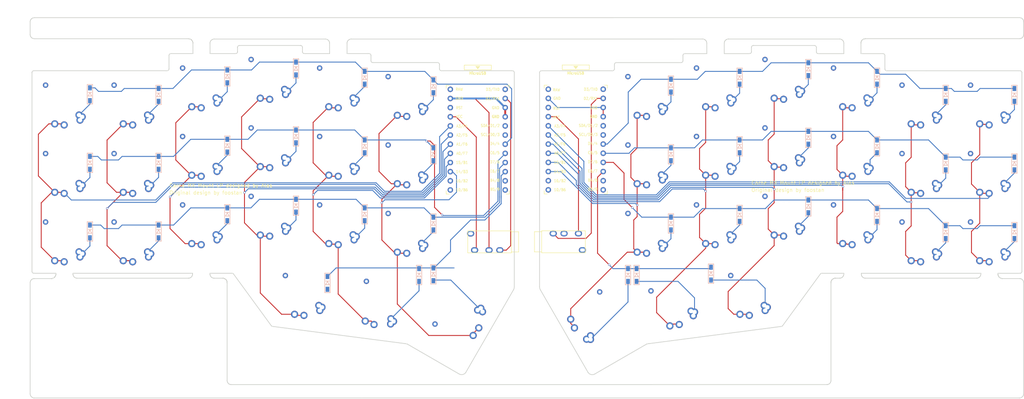
<source format=kicad_pcb>
(kicad_pcb (version 20171130) (host pcbnew 5.1.10)
  (title_block (title "Corne Cherry") (date 2020-09-28) (rev 3.0.1) (company foostan))
  (layers (0 F.Cu signal) (31 B.Cu signal) (34 B.Paste user) (35 F.Paste user) (36 B.SilkS user) (37 F.SilkS user) (38 B.Mask user) (39 F.Mask user) (44 Edge.Cuts user))
  (net 0 "")
  (net 1 row0)
  (net 2 "Net-(D1-Pad2)")
  (net 3 row1)
  (net 4 "Net-(D2-Pad2)")
  (net 5 row2)
  (net 6 "Net-(D3-Pad2)")
  (net 7 row3)
  (net 8 "Net-(D4-Pad2)")
  (net 9 "Net-(D5-Pad2)")
  (net 10 "Net-(D6-Pad2)")
  (net 11 "Net-(D7-Pad2)")
  (net 12 "Net-(D8-Pad2)")
  (net 13 "Net-(D9-Pad2)")
  (net 14 "Net-(D10-Pad2)")
  (net 15 "Net-(D11-Pad2)")
  (net 16 "Net-(D12-Pad2)")
  (net 17 "Net-(D13-Pad2)")
  (net 18 "Net-(D14-Pad2)")
  (net 19 "Net-(D15-Pad2)")
  (net 20 "Net-(D16-Pad2)")
  (net 21 "Net-(D17-Pad2)")
  (net 22 "Net-(D18-Pad2)")
  (net 23 "Net-(D19-Pad2)")
  (net 24 "Net-(D20-Pad2)")
  (net 25 "Net-(D21-Pad2)")
  (net 26 GND)
  (net 27 VCC)
  (net 28 col0)
  (net 29 col1)
  (net 30 col2)
  (net 31 col3)
  (net 32 col4)
  (net 33 col5)
  (net 34 LED)
  (net 35 data)
  (net 36 reset)
  (net 37 SCL)
  (net 38 SDA)
  (net 39 "Net-(U1-Pad14)")
  (net 40 "Net-(U1-Pad13)")
  (net 41 "Net-(U1-Pad12)")
  (net 42 "Net-(U1-Pad11)")
  (net 43 "Net-(U1-Pad24)")
  (net 44 "Net-(D22-Pad2)")
  (net 45 row0_r)
  (net 46 "Net-(D23-Pad2)")
  (net 47 "Net-(D24-Pad2)")
  (net 48 "Net-(D25-Pad2)")
  (net 49 "Net-(D26-Pad2)")
  (net 50 "Net-(D27-Pad2)")
  (net 51 row1_r)
  (net 52 "Net-(D28-Pad2)")
  (net 53 "Net-(D29-Pad2)")
  (net 54 "Net-(D30-Pad2)")
  (net 55 "Net-(D31-Pad2)")
  (net 56 "Net-(D32-Pad2)")
  (net 57 "Net-(D33-Pad2)")
  (net 58 row2_r)
  (net 59 "Net-(D34-Pad2)")
  (net 60 "Net-(D35-Pad2)")
  (net 61 "Net-(D36-Pad2)")
  (net 62 "Net-(D37-Pad2)")
  (net 63 "Net-(D38-Pad2)")
  (net 64 "Net-(D39-Pad2)")
  (net 65 "Net-(D40-Pad2)")
  (net 66 row3_r)
  (net 67 "Net-(D41-Pad2)")
  (net 68 "Net-(D42-Pad2)")
  (net 69 data_r)
  (net 70 SDA_r)
  (net 71 SCL_r)
  (net 72 LED_r)
  (net 73 reset_r)
  (net 74 col0_r)
  (net 75 col1_r)
  (net 76 col2_r)
  (net 77 col3_r)
  (net 78 col4_r)
  (net 79 col5_r)
  (net 80 VDD)
  (net 81 GNDA)
  (net 82 "Net-(U2-Pad11)")
  (net 83 "Net-(U2-Pad12)")
  (net 84 "Net-(U2-Pad13)")
  (net 85 "Net-(U2-Pad14)")
  (net 86 "Net-(U2-Pad24)")
  (net 87 "Net-(J1-Pad1)")
  (net 88 "Net-(J2-Pad1)")
  (module Keebio-Parts:TRRS-PJ-320A (layer F.Cu) (at 152.5375 74.27 90)
    (fp_text reference J2)
    (fp_text value Conn_01x04_Female)
    (pad 3 thru_hole oval (at 2.3 6.2 90) (size 1.6 2) (drill oval 0.9 1.3) (layers *.Cu *.Mask) (net 26 GND))
    (pad "" np_thru_hole circle (at 0 1.6 90) (size 0.8 0.8) (drill 0.8) (layers *.Cu *.Mask))
    (pad "" np_thru_hole circle (at 0 8.6 90) (size 0.8 0.8) (drill 0.8) (layers *.Cu *.Mask))
    (pad 4 thru_hole oval (at 2.3 3.2 90) (size 1.6 2) (drill oval 0.9 1.3) (layers *.Cu *.Mask) (net 69 data_r))
    (pad 2 thru_hole oval (at 2.3 10.2 90) (size 1.6 2) (drill oval 0.9 1.3) (layers *.Cu *.Mask) (net 80 VDD))
    (pad 1 thru_hole oval (at -2.3 11.3 90) (size 1.6 2) (drill oval 0.9 1.3) (layers *.Cu *.Mask) (net 88 "Net-(J2-Pad1)"))
  )
  (module Keebio-Parts:TRRS-PJ-320A (layer F.Cu) (at 144.1345 74.292 270)
    (fp_text reference J1)
    (fp_text value Conn_01x04_Female)
    (pad 3 thru_hole oval (at 2.3 6.2 270) (size 1.6 2) (drill oval 0.9 1.3) (layers *.Cu *.Mask) (net 26 GND))
    (pad "" np_thru_hole circle (at 0 1.6 270) (size 0.8 0.8) (drill 0.8) (layers *.Cu *.Mask))
    (pad "" np_thru_hole circle (at 0 8.6 270) (size 0.8 0.8) (drill 0.8) (layers *.Cu *.Mask))
    (pad 4 thru_hole oval (at 2.3 3.2 270) (size 1.6 2) (drill oval 0.9 1.3) (layers *.Cu *.Mask) (net 35 data))
    (pad 2 thru_hole oval (at 2.3 10.2 270) (size 1.6 2) (drill oval 0.9 1.3) (layers *.Cu *.Mask) (net 27 VCC))
    (pad 1 thru_hole oval (at -2.3 11.3 270) (size 1.6 2) (drill oval 0.9 1.3) (layers *.Cu *.Mask) (net 87 "Net-(J1-Pad1)"))
  )
  (module kbd:ProMicro_v3 (layer F.Cu) (at 134.8125 46.42)
    (fp_text reference U1 hide)
    (fp_text value ProMicro hide)
    (fp_text user RAW (at -5.1355 -14.478 unlocked) (layer F.SilkS) (effects (font (size 0.75 0.67) (thickness 0.125))))
    (fp_text user GND (at 4.955 -6.9 unlocked) (layer F.SilkS) (effects (font (size 0.75 0.67) (thickness 0.125))))
    (fp_text user RST (at -5.1355 -9.3345 unlocked) (layer F.SilkS) (effects (font (size 0.75 0.67) (thickness 0.125))))
    (fp_text user VCC (at -5.175 -6.915 unlocked) (layer F.SilkS) (effects (font (size 0.75 0.67) (thickness 0.125))))
    (fp_text user A3/F4 (at -4.395 -4.25 unlocked) (layer F.SilkS) (effects (font (size 0.75 0.67) (thickness 0.125))))
    (fp_text user A2/F5 (at -4.395 -1.75 unlocked) (layer F.SilkS) (effects (font (size 0.75 0.67) (thickness 0.125))))
    (fp_text user A1/F6 (at -4.395 0.75 unlocked) (layer F.SilkS) (effects (font (size 0.75 0.67) (thickness 0.125))))
    (fp_text user A0/F7 (at -4.395 3.3 unlocked) (layer F.SilkS) (effects (font (size 0.75 0.67) (thickness 0.125))))
    (fp_text user 15/B1 (at -4.395 5.85 unlocked) (layer F.SilkS) (effects (font (size 0.75 0.67) (thickness 0.125))))
    (fp_text user 14/B3 (at -4.395 8.4 unlocked) (layer F.SilkS) (effects (font (size 0.75 0.67) (thickness 0.125))))
    (fp_text user 10/B6 (at -4.395 13.45 unlocked) (layer F.SilkS) (effects (font (size 0.75 0.67) (thickness 0.125))))
    (fp_text user 16/B2 (at -4.395 10.95 unlocked) (layer F.SilkS) (effects (font (size 0.75 0.67) (thickness 0.125))))
    (fp_text user E6/7 (at 4.705 8.25 unlocked) (layer F.SilkS) (effects (font (size 0.75 0.67) (thickness 0.125))))
    (fp_text user D7/6 (at 4.705 5.7 unlocked) (layer F.SilkS) (effects (font (size 0.75 0.67) (thickness 0.125))))
    (fp_text user GND (at 4.955 -9.35 unlocked) (layer F.SilkS) (effects (font (size 0.75 0.67) (thickness 0.125))))
    (fp_text user GND (at 4.955 -6.9 unlocked) (layer F.SilkS) (effects (font (size 0.75 0.67) (thickness 0.125))))
    (fp_text user D3/TX0 (at 4.155 -14.45 unlocked) (layer F.SilkS) (effects (font (size 0.75 0.67) (thickness 0.125))))
    (fp_text user D4/4 (at 4.705 0.6 unlocked) (layer F.SilkS) (effects (font (size 0.75 0.67) (thickness 0.125))))
    (fp_text user SDA/D1/2 (at 3.455 -4.4 unlocked) (layer F.SilkS) (effects (font (size 0.75 0.67) (thickness 0.125))))
    (fp_text user SCL/D0/3 (at 3.455 -1.9 unlocked) (layer F.SilkS) (effects (font (size 0.75 0.67) (thickness 0.125))))
    (fp_text user C6/5 (at 4.705 3.15 unlocked) (layer F.SilkS) (effects (font (size 0.75 0.67) (thickness 0.125))))
    (fp_text user B5/9 (at 4.705 13.3 unlocked) (layer F.SilkS) (effects (font (size 0.75 0.67) (thickness 0.125))))
    (fp_text user D2/RX1 (at 4.155 -11.9 unlocked) (layer F.SilkS) (effects (font (size 0.75 0.67) (thickness 0.125))))
    (fp_text user B4/8 (at 4.705 10.8 unlocked) (layer F.SilkS) (effects (font (size 0.75 0.67) (thickness 0.125))))
    (fp_text user MicroUSB (at -0.05 -18.95) (layer F.SilkS) (effects (font (size 0.75 0.67) (thickness 0.125))))
    (fp_text user MicroUSB (at -0.05 -18.95) (layer F.SilkS) (effects (font (size 0.75 0.67) (thickness 0.125))))
    (fp_text user GND (at -5.115 -11.94) (layer F.SilkS) (effects (font (size 0.75 0.67) (thickness 0.125))))
    (pad 24 thru_hole circle (at -7.6086 -14.478) (size 1.524 1.524) (drill 0.8128) (layers *.Cu B.Mask) (net 43 "Net-(U1-Pad24)"))
    (pad 23 thru_hole circle (at -7.6086 -11.938) (size 1.524 1.524) (drill 0.8128) (layers *.Cu B.Mask) (net 26 GND))
    (pad 22 thru_hole circle (at -7.6086 -9.398) (size 1.524 1.524) (drill 0.8128) (layers *.Cu B.Mask) (net 36 reset))
    (pad 21 thru_hole circle (at -7.6086 -6.858) (size 1.524 1.524) (drill 0.8128) (layers *.Cu B.Mask) (net 27 VCC))
    (pad 20 thru_hole circle (at -7.6086 -4.318) (size 1.524 1.524) (drill 0.8128) (layers *.Cu B.Mask) (net 28 col0))
    (pad 19 thru_hole circle (at -7.6086 -1.778) (size 1.524 1.524) (drill 0.8128) (layers *.Cu B.Mask) (net 29 col1))
    (pad 18 thru_hole circle (at -7.6086 0.762) (size 1.524 1.524) (drill 0.8128) (layers *.Cu B.Mask) (net 30 col2))
    (pad 17 thru_hole circle (at -7.6086 3.302) (size 1.524 1.524) (drill 0.8128) (layers *.Cu B.Mask) (net 31 col3))
    (pad 16 thru_hole circle (at -7.6086 5.842) (size 1.524 1.524) (drill 0.8128) (layers *.Cu B.Mask) (net 32 col4))
    (pad 15 thru_hole circle (at -7.6086 8.382) (size 1.524 1.524) (drill 0.8128) (layers *.Cu B.Mask) (net 33 col5))
    (pad 14 thru_hole circle (at -7.6086 10.922) (size 1.524 1.524) (drill 0.8128) (layers *.Cu B.Mask) (net 39 "Net-(U1-Pad14)"))
    (pad 13 thru_hole circle (at -7.6086 13.462) (size 1.524 1.524) (drill 0.8128) (layers *.Cu B.Mask) (net 40 "Net-(U1-Pad13)"))
    (pad 12 thru_hole circle (at 7.6114 13.462) (size 1.524 1.524) (drill 0.8128) (layers *.Cu B.Mask) (net 41 "Net-(U1-Pad12)"))
    (pad 11 thru_hole circle (at 7.6114 10.922) (size 1.524 1.524) (drill 0.8128) (layers *.Cu B.Mask) (net 42 "Net-(U1-Pad11)"))
    (pad 10 thru_hole circle (at 7.6114 8.382) (size 1.524 1.524) (drill 0.8128) (layers *.Cu B.Mask) (net 7 row3))
    (pad 9 thru_hole circle (at 7.6114 5.842) (size 1.524 1.524) (drill 0.8128) (layers *.Cu B.Mask) (net 5 row2))
    (pad 8 thru_hole circle (at 7.6114 3.302) (size 1.524 1.524) (drill 0.8128) (layers *.Cu B.Mask) (net 3 row1))
    (pad 7 thru_hole circle (at 7.6114 0.762) (size 1.524 1.524) (drill 0.8128) (layers *.Cu B.Mask) (net 1 row0))
    (pad 6 thru_hole circle (at 7.6114 -1.778) (size 1.524 1.524) (drill 0.8128) (layers *.Cu B.Mask) (net 37 SCL))
    (pad 5 thru_hole circle (at 7.6114 -4.318) (size 1.524 1.524) (drill 0.8128) (layers *.Cu B.Mask) (net 38 SDA))
    (pad 4 thru_hole circle (at 7.6114 -6.858) (size 1.524 1.524) (drill 0.8128) (layers *.Cu B.Mask) (net 26 GND))
    (pad 3 thru_hole circle (at 7.6114 -9.398) (size 1.524 1.524) (drill 0.8128) (layers *.Cu B.Mask) (net 26 GND))
    (pad 2 thru_hole circle (at 7.6114 -11.938) (size 1.524 1.524) (drill 0.8128) (layers *.Cu B.Mask) (net 35 data))
    (pad 1 thru_hole circle (at 7.6114 -14.478) (size 1.524 1.524) (drill 0.8128) (layers *.Cu B.Mask) (net 34 LED))
  )
  (module MXMountLP:MXMountLP-1U (layer F.Cu) (at 166.8645 95.15 300)
    (fp_text reference SW42)
    (fp_text value SW_Push)
    (pad 3 thru_hole circle (at -5.15 -5 300) (size 1.5 1.5) (drill 0.762) (layers *.Cu *.Mask))
    (pad 1 thru_hole circle (at 0 5.9 300) (size 1.2 1.2) (drill 0.762) (layers *.Cu *.Mask) (net 79 col5_r))
    (pad 2 thru_hole circle (at 5 3.8 300) (size 2 2) (drill 1.2) (layers *.Cu *.Mask) (net 68 "Net-(D42-Pad2)"))
    (pad 1 thru_hole circle (at 0 6.05 120) (size 2 2) (drill 1.2) (layers *.Cu *.Mask) (net 79 col5_r))
    (pad "" np_thru_hole circle (at 0 3.7 120) (size 2.3 2.3) (drill 2.3) (layers *.Cu *.Mask))
    (pad 2 thru_hole circle (at 4.13 3.3 341.9) (size 2 2) (drill 1.2) (layers *.Cu *.Mask) (net 68 "Net-(D42-Pad2)"))
    (pad "" np_thru_hole circle (at 0 0 120) (size 6.25 6.25) (drill 6.25) (layers *.Cu *.Mask))
    (pad 2 thru_hole circle (at 4.4 4.7 341.9) (size 2 2) (drill 1.2) (layers *.Cu *.Mask) (net 68 "Net-(D42-Pad2)"))
    (pad 1 thru_hole circle (at -2.6 5.75 341.9) (size 2 2) (drill 1.2) (layers *.Cu *.Mask) (net 79 col5_r))
  )
  (module MXMountLP:MXMountLP-1U (layer F.Cu) (at 189.1145 91.4 15)
    (fp_text reference SW41)
    (fp_text value SW_Push)
    (pad 3 thru_hole circle (at -5.15 -5 15) (size 1.5 1.5) (drill 0.762) (layers *.Cu *.Mask))
    (pad 1 thru_hole circle (at 0 5.9 15) (size 1.2 1.2) (drill 0.762) (layers *.Cu *.Mask) (net 78 col4_r))
    (pad 2 thru_hole circle (at 5 3.8 15) (size 2 2) (drill 1.2) (layers *.Cu *.Mask) (net 67 "Net-(D41-Pad2)"))
    (pad 1 thru_hole circle (at 0 6.05 195) (size 2 2) (drill 1.2) (layers *.Cu *.Mask) (net 78 col4_r))
    (pad "" np_thru_hole circle (at 0 3.7 195) (size 2.3 2.3) (drill 2.3) (layers *.Cu *.Mask))
    (pad 2 thru_hole circle (at 4.13 3.3 56.9) (size 2 2) (drill 1.2) (layers *.Cu *.Mask) (net 67 "Net-(D41-Pad2)"))
    (pad "" np_thru_hole circle (at 0 0 195) (size 6.25 6.25) (drill 6.25) (layers *.Cu *.Mask))
    (pad 2 thru_hole circle (at 4.4 4.7 56.9) (size 2 2) (drill 1.2) (layers *.Cu *.Mask) (net 67 "Net-(D41-Pad2)"))
    (pad 1 thru_hole circle (at -2.6 5.75 56.9) (size 2 2) (drill 1.2) (layers *.Cu *.Mask) (net 78 col4_r))
  )
  (module MXMountLP:MXMountLP-1U (layer F.Cu) (at 210.1145 88.65)
    (fp_text reference SW40)
    (fp_text value SW_Push)
    (pad 3 thru_hole circle (at -5.15 -5) (size 1.5 1.5) (drill 0.762) (layers *.Cu *.Mask))
    (pad 1 thru_hole circle (at 0 5.9) (size 1.2 1.2) (drill 0.762) (layers *.Cu *.Mask) (net 77 col3_r))
    (pad 2 thru_hole circle (at 5 3.8) (size 2 2) (drill 1.2) (layers *.Cu *.Mask) (net 65 "Net-(D40-Pad2)"))
    (pad 1 thru_hole circle (at 0 6.05 180) (size 2 2) (drill 1.2) (layers *.Cu *.Mask) (net 77 col3_r))
    (pad "" np_thru_hole circle (at 0 3.7 180) (size 2.3 2.3) (drill 2.3) (layers *.Cu *.Mask))
    (pad 2 thru_hole circle (at 4.13 3.3 41.9) (size 2 2) (drill 1.2) (layers *.Cu *.Mask) (net 65 "Net-(D40-Pad2)"))
    (pad "" np_thru_hole circle (at 0 0 180) (size 6.25 6.25) (drill 6.25) (layers *.Cu *.Mask))
    (pad 2 thru_hole circle (at 4.4 4.7 41.9) (size 2 2) (drill 1.2) (layers *.Cu *.Mask) (net 65 "Net-(D40-Pad2)"))
    (pad 1 thru_hole circle (at -2.6 5.75 41.9) (size 2 2) (drill 1.2) (layers *.Cu *.Mask) (net 77 col3_r))
  )
  (module MXMountLP:MXMountLP-1U (layer F.Cu) (at 181.6145 71.4)
    (fp_text reference SW39)
    (fp_text value SW_Push)
    (pad 3 thru_hole circle (at -5.15 -5) (size 1.5 1.5) (drill 0.762) (layers *.Cu *.Mask))
    (pad 1 thru_hole circle (at 0 5.9) (size 1.2 1.2) (drill 0.762) (layers *.Cu *.Mask) (net 79 col5_r))
    (pad 2 thru_hole circle (at 5 3.8) (size 2 2) (drill 1.2) (layers *.Cu *.Mask) (net 64 "Net-(D39-Pad2)"))
    (pad 1 thru_hole circle (at 0 6.05 180) (size 2 2) (drill 1.2) (layers *.Cu *.Mask) (net 79 col5_r))
    (pad "" np_thru_hole circle (at 0 3.7 180) (size 2.3 2.3) (drill 2.3) (layers *.Cu *.Mask))
    (pad 2 thru_hole circle (at 4.13 3.3 41.9) (size 2 2) (drill 1.2) (layers *.Cu *.Mask) (net 64 "Net-(D39-Pad2)"))
    (pad "" np_thru_hole circle (at 0 0 180) (size 6.25 6.25) (drill 6.25) (layers *.Cu *.Mask))
    (pad 2 thru_hole circle (at 4.4 4.7 41.9) (size 2 2) (drill 1.2) (layers *.Cu *.Mask) (net 64 "Net-(D39-Pad2)"))
    (pad 1 thru_hole circle (at -2.6 5.75 41.9) (size 2 2) (drill 1.2) (layers *.Cu *.Mask) (net 79 col5_r))
  )
  (module MXMountLP:MXMountLP-1U (layer F.Cu) (at 200.6145 69.025)
    (fp_text reference SW38)
    (fp_text value SW_Push)
    (pad 3 thru_hole circle (at -5.15 -5) (size 1.5 1.5) (drill 0.762) (layers *.Cu *.Mask))
    (pad 1 thru_hole circle (at 0 5.9) (size 1.2 1.2) (drill 0.762) (layers *.Cu *.Mask) (net 78 col4_r))
    (pad 2 thru_hole circle (at 5 3.8) (size 2 2) (drill 1.2) (layers *.Cu *.Mask) (net 63 "Net-(D38-Pad2)"))
    (pad 1 thru_hole circle (at 0 6.05 180) (size 2 2) (drill 1.2) (layers *.Cu *.Mask) (net 78 col4_r))
    (pad "" np_thru_hole circle (at 0 3.7 180) (size 2.3 2.3) (drill 2.3) (layers *.Cu *.Mask))
    (pad 2 thru_hole circle (at 4.13 3.3 41.9) (size 2 2) (drill 1.2) (layers *.Cu *.Mask) (net 63 "Net-(D38-Pad2)"))
    (pad "" np_thru_hole circle (at 0 0 180) (size 6.25 6.25) (drill 6.25) (layers *.Cu *.Mask))
    (pad 2 thru_hole circle (at 4.4 4.7 41.9) (size 2 2) (drill 1.2) (layers *.Cu *.Mask) (net 63 "Net-(D38-Pad2)"))
    (pad 1 thru_hole circle (at -2.6 5.75 41.9) (size 2 2) (drill 1.2) (layers *.Cu *.Mask) (net 78 col4_r))
  )
  (module MXMountLP:MXMountLP-1U (layer F.Cu) (at 219.6145 66.65)
    (fp_text reference SW37)
    (fp_text value SW_Push)
    (pad 3 thru_hole circle (at -5.15 -5) (size 1.5 1.5) (drill 0.762) (layers *.Cu *.Mask))
    (pad 1 thru_hole circle (at 0 5.9) (size 1.2 1.2) (drill 0.762) (layers *.Cu *.Mask) (net 77 col3_r))
    (pad 2 thru_hole circle (at 5 3.8) (size 2 2) (drill 1.2) (layers *.Cu *.Mask) (net 62 "Net-(D37-Pad2)"))
    (pad 1 thru_hole circle (at 0 6.05 180) (size 2 2) (drill 1.2) (layers *.Cu *.Mask) (net 77 col3_r))
    (pad "" np_thru_hole circle (at 0 3.7 180) (size 2.3 2.3) (drill 2.3) (layers *.Cu *.Mask))
    (pad 2 thru_hole circle (at 4.13 3.3 41.9) (size 2 2) (drill 1.2) (layers *.Cu *.Mask) (net 62 "Net-(D37-Pad2)"))
    (pad "" np_thru_hole circle (at 0 0 180) (size 6.25 6.25) (drill 6.25) (layers *.Cu *.Mask))
    (pad 2 thru_hole circle (at 4.4 4.7 41.9) (size 2 2) (drill 1.2) (layers *.Cu *.Mask) (net 62 "Net-(D37-Pad2)"))
    (pad 1 thru_hole circle (at -2.6 5.75 41.9) (size 2 2) (drill 1.2) (layers *.Cu *.Mask) (net 77 col3_r))
  )
  (module MXMountLP:MXMountLP-1U (layer F.Cu) (at 238.6145 69.025)
    (fp_text reference SW36)
    (fp_text value SW_Push)
    (pad 3 thru_hole circle (at -5.15 -5) (size 1.5 1.5) (drill 0.762) (layers *.Cu *.Mask))
    (pad 1 thru_hole circle (at 0 5.9) (size 1.2 1.2) (drill 0.762) (layers *.Cu *.Mask) (net 76 col2_r))
    (pad 2 thru_hole circle (at 5 3.8) (size 2 2) (drill 1.2) (layers *.Cu *.Mask) (net 61 "Net-(D36-Pad2)"))
    (pad 1 thru_hole circle (at 0 6.05 180) (size 2 2) (drill 1.2) (layers *.Cu *.Mask) (net 76 col2_r))
    (pad "" np_thru_hole circle (at 0 3.7 180) (size 2.3 2.3) (drill 2.3) (layers *.Cu *.Mask))
    (pad 2 thru_hole circle (at 4.13 3.3 41.9) (size 2 2) (drill 1.2) (layers *.Cu *.Mask) (net 61 "Net-(D36-Pad2)"))
    (pad "" np_thru_hole circle (at 0 0 180) (size 6.25 6.25) (drill 6.25) (layers *.Cu *.Mask))
    (pad 2 thru_hole circle (at 4.4 4.7 41.9) (size 2 2) (drill 1.2) (layers *.Cu *.Mask) (net 61 "Net-(D36-Pad2)"))
    (pad 1 thru_hole circle (at -2.6 5.75 41.9) (size 2 2) (drill 1.2) (layers *.Cu *.Mask) (net 76 col2_r))
  )
  (module MXMountLP:MXMountLP-1U (layer F.Cu) (at 257.6145 73.775)
    (fp_text reference SW35)
    (fp_text value SW_Push)
    (pad 3 thru_hole circle (at -5.15 -5) (size 1.5 1.5) (drill 0.762) (layers *.Cu *.Mask))
    (pad 1 thru_hole circle (at 0 5.9) (size 1.2 1.2) (drill 0.762) (layers *.Cu *.Mask) (net 75 col1_r))
    (pad 2 thru_hole circle (at 5 3.8) (size 2 2) (drill 1.2) (layers *.Cu *.Mask) (net 60 "Net-(D35-Pad2)"))
    (pad 1 thru_hole circle (at 0 6.05 180) (size 2 2) (drill 1.2) (layers *.Cu *.Mask) (net 75 col1_r))
    (pad "" np_thru_hole circle (at 0 3.7 180) (size 2.3 2.3) (drill 2.3) (layers *.Cu *.Mask))
    (pad 2 thru_hole circle (at 4.13 3.3 41.9) (size 2 2) (drill 1.2) (layers *.Cu *.Mask) (net 60 "Net-(D35-Pad2)"))
    (pad "" np_thru_hole circle (at 0 0 180) (size 6.25 6.25) (drill 6.25) (layers *.Cu *.Mask))
    (pad 2 thru_hole circle (at 4.4 4.7 41.9) (size 2 2) (drill 1.2) (layers *.Cu *.Mask) (net 60 "Net-(D35-Pad2)"))
    (pad 1 thru_hole circle (at -2.6 5.75 41.9) (size 2 2) (drill 1.2) (layers *.Cu *.Mask) (net 75 col1_r))
  )
  (module MXMountLP:MXMountLP-1U (layer F.Cu) (at 276.6145 73.775)
    (fp_text reference SW34)
    (fp_text value SW_Push)
    (pad 3 thru_hole circle (at -5.15 -5) (size 1.5 1.5) (drill 0.762) (layers *.Cu *.Mask))
    (pad 1 thru_hole circle (at 0 5.9) (size 1.2 1.2) (drill 0.762) (layers *.Cu *.Mask) (net 74 col0_r))
    (pad 2 thru_hole circle (at 5 3.8) (size 2 2) (drill 1.2) (layers *.Cu *.Mask) (net 59 "Net-(D34-Pad2)"))
    (pad 1 thru_hole circle (at 0 6.05 180) (size 2 2) (drill 1.2) (layers *.Cu *.Mask) (net 74 col0_r))
    (pad "" np_thru_hole circle (at 0 3.7 180) (size 2.3 2.3) (drill 2.3) (layers *.Cu *.Mask))
    (pad 2 thru_hole circle (at 4.13 3.3 41.9) (size 2 2) (drill 1.2) (layers *.Cu *.Mask) (net 59 "Net-(D34-Pad2)"))
    (pad "" np_thru_hole circle (at 0 0 180) (size 6.25 6.25) (drill 6.25) (layers *.Cu *.Mask))
    (pad 2 thru_hole circle (at 4.4 4.7 41.9) (size 2 2) (drill 1.2) (layers *.Cu *.Mask) (net 59 "Net-(D34-Pad2)"))
    (pad 1 thru_hole circle (at -2.6 5.75 41.9) (size 2 2) (drill 1.2) (layers *.Cu *.Mask) (net 74 col0_r))
  )
  (module MXMountLP:MXMountLP-1U (layer F.Cu) (at 181.6145 52.4)
    (fp_text reference SW33)
    (fp_text value SW_Push)
    (pad 3 thru_hole circle (at -5.15 -5) (size 1.5 1.5) (drill 0.762) (layers *.Cu *.Mask))
    (pad 1 thru_hole circle (at 0 5.9) (size 1.2 1.2) (drill 0.762) (layers *.Cu *.Mask) (net 79 col5_r))
    (pad 2 thru_hole circle (at 5 3.8) (size 2 2) (drill 1.2) (layers *.Cu *.Mask) (net 57 "Net-(D33-Pad2)"))
    (pad 1 thru_hole circle (at 0 6.05 180) (size 2 2) (drill 1.2) (layers *.Cu *.Mask) (net 79 col5_r))
    (pad "" np_thru_hole circle (at 0 3.7 180) (size 2.3 2.3) (drill 2.3) (layers *.Cu *.Mask))
    (pad 2 thru_hole circle (at 4.13 3.3 41.9) (size 2 2) (drill 1.2) (layers *.Cu *.Mask) (net 57 "Net-(D33-Pad2)"))
    (pad "" np_thru_hole circle (at 0 0 180) (size 6.25 6.25) (drill 6.25) (layers *.Cu *.Mask))
    (pad 2 thru_hole circle (at 4.4 4.7 41.9) (size 2 2) (drill 1.2) (layers *.Cu *.Mask) (net 57 "Net-(D33-Pad2)"))
    (pad 1 thru_hole circle (at -2.6 5.75 41.9) (size 2 2) (drill 1.2) (layers *.Cu *.Mask) (net 79 col5_r))
  )
  (module MXMountLP:MXMountLP-1U (layer F.Cu) (at 200.6145 50.025)
    (fp_text reference SW32)
    (fp_text value SW_Push)
    (pad 3 thru_hole circle (at -5.15 -5) (size 1.5 1.5) (drill 0.762) (layers *.Cu *.Mask))
    (pad 1 thru_hole circle (at 0 5.9) (size 1.2 1.2) (drill 0.762) (layers *.Cu *.Mask) (net 78 col4_r))
    (pad 2 thru_hole circle (at 5 3.8) (size 2 2) (drill 1.2) (layers *.Cu *.Mask) (net 56 "Net-(D32-Pad2)"))
    (pad 1 thru_hole circle (at 0 6.05 180) (size 2 2) (drill 1.2) (layers *.Cu *.Mask) (net 78 col4_r))
    (pad "" np_thru_hole circle (at 0 3.7 180) (size 2.3 2.3) (drill 2.3) (layers *.Cu *.Mask))
    (pad 2 thru_hole circle (at 4.13 3.3 41.9) (size 2 2) (drill 1.2) (layers *.Cu *.Mask) (net 56 "Net-(D32-Pad2)"))
    (pad "" np_thru_hole circle (at 0 0 180) (size 6.25 6.25) (drill 6.25) (layers *.Cu *.Mask))
    (pad 2 thru_hole circle (at 4.4 4.7 41.9) (size 2 2) (drill 1.2) (layers *.Cu *.Mask) (net 56 "Net-(D32-Pad2)"))
    (pad 1 thru_hole circle (at -2.6 5.75 41.9) (size 2 2) (drill 1.2) (layers *.Cu *.Mask) (net 78 col4_r))
  )
  (module MXMountLP:MXMountLP-1U (layer F.Cu) (at 219.6145 47.65)
    (fp_text reference SW31)
    (fp_text value SW_Push)
    (pad 3 thru_hole circle (at -5.15 -5) (size 1.5 1.5) (drill 0.762) (layers *.Cu *.Mask))
    (pad 1 thru_hole circle (at 0 5.9) (size 1.2 1.2) (drill 0.762) (layers *.Cu *.Mask) (net 77 col3_r))
    (pad 2 thru_hole circle (at 5 3.8) (size 2 2) (drill 1.2) (layers *.Cu *.Mask) (net 55 "Net-(D31-Pad2)"))
    (pad 1 thru_hole circle (at 0 6.05 180) (size 2 2) (drill 1.2) (layers *.Cu *.Mask) (net 77 col3_r))
    (pad "" np_thru_hole circle (at 0 3.7 180) (size 2.3 2.3) (drill 2.3) (layers *.Cu *.Mask))
    (pad 2 thru_hole circle (at 4.13 3.3 41.9) (size 2 2) (drill 1.2) (layers *.Cu *.Mask) (net 55 "Net-(D31-Pad2)"))
    (pad "" np_thru_hole circle (at 0 0 180) (size 6.25 6.25) (drill 6.25) (layers *.Cu *.Mask))
    (pad 2 thru_hole circle (at 4.4 4.7 41.9) (size 2 2) (drill 1.2) (layers *.Cu *.Mask) (net 55 "Net-(D31-Pad2)"))
    (pad 1 thru_hole circle (at -2.6 5.75 41.9) (size 2 2) (drill 1.2) (layers *.Cu *.Mask) (net 77 col3_r))
  )
  (module MXMountLP:MXMountLP-1U (layer F.Cu) (at 238.6145 50.025)
    (fp_text reference SW30)
    (fp_text value SW_Push)
    (pad 3 thru_hole circle (at -5.15 -5) (size 1.5 1.5) (drill 0.762) (layers *.Cu *.Mask))
    (pad 1 thru_hole circle (at 0 5.9) (size 1.2 1.2) (drill 0.762) (layers *.Cu *.Mask) (net 76 col2_r))
    (pad 2 thru_hole circle (at 5 3.8) (size 2 2) (drill 1.2) (layers *.Cu *.Mask) (net 54 "Net-(D30-Pad2)"))
    (pad 1 thru_hole circle (at 0 6.05 180) (size 2 2) (drill 1.2) (layers *.Cu *.Mask) (net 76 col2_r))
    (pad "" np_thru_hole circle (at 0 3.7 180) (size 2.3 2.3) (drill 2.3) (layers *.Cu *.Mask))
    (pad 2 thru_hole circle (at 4.13 3.3 41.9) (size 2 2) (drill 1.2) (layers *.Cu *.Mask) (net 54 "Net-(D30-Pad2)"))
    (pad "" np_thru_hole circle (at 0 0 180) (size 6.25 6.25) (drill 6.25) (layers *.Cu *.Mask))
    (pad 2 thru_hole circle (at 4.4 4.7 41.9) (size 2 2) (drill 1.2) (layers *.Cu *.Mask) (net 54 "Net-(D30-Pad2)"))
    (pad 1 thru_hole circle (at -2.6 5.75 41.9) (size 2 2) (drill 1.2) (layers *.Cu *.Mask) (net 76 col2_r))
  )
  (module MXMountLP:MXMountLP-1U (layer F.Cu) (at 257.6145 54.775)
    (fp_text reference SW29)
    (fp_text value SW_Push)
    (pad 3 thru_hole circle (at -5.15 -5) (size 1.5 1.5) (drill 0.762) (layers *.Cu *.Mask))
    (pad 1 thru_hole circle (at 0 5.9) (size 1.2 1.2) (drill 0.762) (layers *.Cu *.Mask) (net 75 col1_r))
    (pad 2 thru_hole circle (at 5 3.8) (size 2 2) (drill 1.2) (layers *.Cu *.Mask) (net 53 "Net-(D29-Pad2)"))
    (pad 1 thru_hole circle (at 0 6.05 180) (size 2 2) (drill 1.2) (layers *.Cu *.Mask) (net 75 col1_r))
    (pad "" np_thru_hole circle (at 0 3.7 180) (size 2.3 2.3) (drill 2.3) (layers *.Cu *.Mask))
    (pad 2 thru_hole circle (at 4.13 3.3 41.9) (size 2 2) (drill 1.2) (layers *.Cu *.Mask) (net 53 "Net-(D29-Pad2)"))
    (pad "" np_thru_hole circle (at 0 0 180) (size 6.25 6.25) (drill 6.25) (layers *.Cu *.Mask))
    (pad 2 thru_hole circle (at 4.4 4.7 41.9) (size 2 2) (drill 1.2) (layers *.Cu *.Mask) (net 53 "Net-(D29-Pad2)"))
    (pad 1 thru_hole circle (at -2.6 5.75 41.9) (size 2 2) (drill 1.2) (layers *.Cu *.Mask) (net 75 col1_r))
  )
  (module MXMountLP:MXMountLP-1U (layer F.Cu) (at 276.6145 54.775)
    (fp_text reference SW28)
    (fp_text value SW_Push)
    (pad 3 thru_hole circle (at -5.15 -5) (size 1.5 1.5) (drill 0.762) (layers *.Cu *.Mask))
    (pad 1 thru_hole circle (at 0 5.9) (size 1.2 1.2) (drill 0.762) (layers *.Cu *.Mask) (net 74 col0_r))
    (pad 2 thru_hole circle (at 5 3.8) (size 2 2) (drill 1.2) (layers *.Cu *.Mask) (net 52 "Net-(D28-Pad2)"))
    (pad 1 thru_hole circle (at 0 6.05 180) (size 2 2) (drill 1.2) (layers *.Cu *.Mask) (net 74 col0_r))
    (pad "" np_thru_hole circle (at 0 3.7 180) (size 2.3 2.3) (drill 2.3) (layers *.Cu *.Mask))
    (pad 2 thru_hole circle (at 4.13 3.3 41.9) (size 2 2) (drill 1.2) (layers *.Cu *.Mask) (net 52 "Net-(D28-Pad2)"))
    (pad "" np_thru_hole circle (at 0 0 180) (size 6.25 6.25) (drill 6.25) (layers *.Cu *.Mask))
    (pad 2 thru_hole circle (at 4.4 4.7 41.9) (size 2 2) (drill 1.2) (layers *.Cu *.Mask) (net 52 "Net-(D28-Pad2)"))
    (pad 1 thru_hole circle (at -2.6 5.75 41.9) (size 2 2) (drill 1.2) (layers *.Cu *.Mask) (net 74 col0_r))
  )
  (module MXMountLP:MXMountLP-1U (layer F.Cu) (at 181.6075 33.405)
    (fp_text reference SW27)
    (fp_text value SW_Push)
    (pad 3 thru_hole circle (at -5.15 -5) (size 1.5 1.5) (drill 0.762) (layers *.Cu *.Mask))
    (pad 1 thru_hole circle (at 0 5.9) (size 1.2 1.2) (drill 0.762) (layers *.Cu *.Mask) (net 79 col5_r))
    (pad 2 thru_hole circle (at 5 3.8) (size 2 2) (drill 1.2) (layers *.Cu *.Mask) (net 50 "Net-(D27-Pad2)"))
    (pad 1 thru_hole circle (at 0 6.05 180) (size 2 2) (drill 1.2) (layers *.Cu *.Mask) (net 79 col5_r))
    (pad "" np_thru_hole circle (at 0 3.7 180) (size 2.3 2.3) (drill 2.3) (layers *.Cu *.Mask))
    (pad 2 thru_hole circle (at 4.13 3.3 41.9) (size 2 2) (drill 1.2) (layers *.Cu *.Mask) (net 50 "Net-(D27-Pad2)"))
    (pad "" np_thru_hole circle (at 0 0 180) (size 6.25 6.25) (drill 6.25) (layers *.Cu *.Mask))
    (pad 2 thru_hole circle (at 4.4 4.7 41.9) (size 2 2) (drill 1.2) (layers *.Cu *.Mask) (net 50 "Net-(D27-Pad2)"))
    (pad 1 thru_hole circle (at -2.6 5.75 41.9) (size 2 2) (drill 1.2) (layers *.Cu *.Mask) (net 79 col5_r))
  )
  (module MXMountLP:MXMountLP-1U (layer F.Cu) (at 200.6145 31.025)
    (fp_text reference SW26)
    (fp_text value SW_Push)
    (pad 3 thru_hole circle (at -5.15 -5) (size 1.5 1.5) (drill 0.762) (layers *.Cu *.Mask))
    (pad 1 thru_hole circle (at 0 5.9) (size 1.2 1.2) (drill 0.762) (layers *.Cu *.Mask) (net 78 col4_r))
    (pad 2 thru_hole circle (at 5 3.8) (size 2 2) (drill 1.2) (layers *.Cu *.Mask) (net 49 "Net-(D26-Pad2)"))
    (pad 1 thru_hole circle (at 0 6.05 180) (size 2 2) (drill 1.2) (layers *.Cu *.Mask) (net 78 col4_r))
    (pad "" np_thru_hole circle (at 0 3.7 180) (size 2.3 2.3) (drill 2.3) (layers *.Cu *.Mask))
    (pad 2 thru_hole circle (at 4.13 3.3 41.9) (size 2 2) (drill 1.2) (layers *.Cu *.Mask) (net 49 "Net-(D26-Pad2)"))
    (pad "" np_thru_hole circle (at 0 0 180) (size 6.25 6.25) (drill 6.25) (layers *.Cu *.Mask))
    (pad 2 thru_hole circle (at 4.4 4.7 41.9) (size 2 2) (drill 1.2) (layers *.Cu *.Mask) (net 49 "Net-(D26-Pad2)"))
    (pad 1 thru_hole circle (at -2.6 5.75 41.9) (size 2 2) (drill 1.2) (layers *.Cu *.Mask) (net 78 col4_r))
  )
  (module MXMountLP:MXMountLP-1U (layer F.Cu) (at 219.6145 28.65)
    (fp_text reference SW25)
    (fp_text value SW_Push)
    (pad 3 thru_hole circle (at -5.15 -5) (size 1.5 1.5) (drill 0.762) (layers *.Cu *.Mask))
    (pad 1 thru_hole circle (at 0 5.9) (size 1.2 1.2) (drill 0.762) (layers *.Cu *.Mask) (net 77 col3_r))
    (pad 2 thru_hole circle (at 5 3.8) (size 2 2) (drill 1.2) (layers *.Cu *.Mask) (net 48 "Net-(D25-Pad2)"))
    (pad 1 thru_hole circle (at 0 6.05 180) (size 2 2) (drill 1.2) (layers *.Cu *.Mask) (net 77 col3_r))
    (pad "" np_thru_hole circle (at 0 3.7 180) (size 2.3 2.3) (drill 2.3) (layers *.Cu *.Mask))
    (pad 2 thru_hole circle (at 4.13 3.3 41.9) (size 2 2) (drill 1.2) (layers *.Cu *.Mask) (net 48 "Net-(D25-Pad2)"))
    (pad "" np_thru_hole circle (at 0 0 180) (size 6.25 6.25) (drill 6.25) (layers *.Cu *.Mask))
    (pad 2 thru_hole circle (at 4.4 4.7 41.9) (size 2 2) (drill 1.2) (layers *.Cu *.Mask) (net 48 "Net-(D25-Pad2)"))
    (pad 1 thru_hole circle (at -2.6 5.75 41.9) (size 2 2) (drill 1.2) (layers *.Cu *.Mask) (net 77 col3_r))
  )
  (module MXMountLP:MXMountLP-1U (layer F.Cu) (at 238.6145 31.025)
    (fp_text reference SW24)
    (fp_text value SW_Push)
    (pad 3 thru_hole circle (at -5.15 -5) (size 1.5 1.5) (drill 0.762) (layers *.Cu *.Mask))
    (pad 1 thru_hole circle (at 0 5.9) (size 1.2 1.2) (drill 0.762) (layers *.Cu *.Mask) (net 76 col2_r))
    (pad 2 thru_hole circle (at 5 3.8) (size 2 2) (drill 1.2) (layers *.Cu *.Mask) (net 47 "Net-(D24-Pad2)"))
    (pad 1 thru_hole circle (at 0 6.05 180) (size 2 2) (drill 1.2) (layers *.Cu *.Mask) (net 76 col2_r))
    (pad "" np_thru_hole circle (at 0 3.7 180) (size 2.3 2.3) (drill 2.3) (layers *.Cu *.Mask))
    (pad 2 thru_hole circle (at 4.13 3.3 41.9) (size 2 2) (drill 1.2) (layers *.Cu *.Mask) (net 47 "Net-(D24-Pad2)"))
    (pad "" np_thru_hole circle (at 0 0 180) (size 6.25 6.25) (drill 6.25) (layers *.Cu *.Mask))
    (pad 2 thru_hole circle (at 4.4 4.7 41.9) (size 2 2) (drill 1.2) (layers *.Cu *.Mask) (net 47 "Net-(D24-Pad2)"))
    (pad 1 thru_hole circle (at -2.6 5.75 41.9) (size 2 2) (drill 1.2) (layers *.Cu *.Mask) (net 76 col2_r))
  )
  (module MXMountLP:MXMountLP-1U (layer F.Cu) (at 257.6145 35.775)
    (fp_text reference SW23)
    (fp_text value SW_Push)
    (pad 3 thru_hole circle (at -5.15 -5) (size 1.5 1.5) (drill 0.762) (layers *.Cu *.Mask))
    (pad 1 thru_hole circle (at 0 5.9) (size 1.2 1.2) (drill 0.762) (layers *.Cu *.Mask) (net 75 col1_r))
    (pad 2 thru_hole circle (at 5 3.8) (size 2 2) (drill 1.2) (layers *.Cu *.Mask) (net 46 "Net-(D23-Pad2)"))
    (pad 1 thru_hole circle (at 0 6.05 180) (size 2 2) (drill 1.2) (layers *.Cu *.Mask) (net 75 col1_r))
    (pad "" np_thru_hole circle (at 0 3.7 180) (size 2.3 2.3) (drill 2.3) (layers *.Cu *.Mask))
    (pad 2 thru_hole circle (at 4.13 3.3 41.9) (size 2 2) (drill 1.2) (layers *.Cu *.Mask) (net 46 "Net-(D23-Pad2)"))
    (pad "" np_thru_hole circle (at 0 0 180) (size 6.25 6.25) (drill 6.25) (layers *.Cu *.Mask))
    (pad 2 thru_hole circle (at 4.4 4.7 41.9) (size 2 2) (drill 1.2) (layers *.Cu *.Mask) (net 46 "Net-(D23-Pad2)"))
    (pad 1 thru_hole circle (at -2.6 5.75 41.9) (size 2 2) (drill 1.2) (layers *.Cu *.Mask) (net 75 col1_r))
  )
  (module kbd:ProMicro_v3 (layer F.Cu) (at 161.9875 46.39)
    (fp_text reference U2 hide)
    (fp_text value ProMicro hide)
    (fp_text user RAW (at -5.3355 -14.278 unlocked) (layer F.SilkS) (effects (font (size 0.75 0.67) (thickness 0.125))))
    (fp_text user GND (at 4.955 -6.9 unlocked) (layer F.SilkS) (effects (font (size 0.75 0.67) (thickness 0.125))))
    (fp_text user RST (at -5.3355 -9.1345 unlocked) (layer F.SilkS) (effects (font (size 0.75 0.67) (thickness 0.125))))
    (fp_text user VCC (at -5.3355 -6.658 unlocked) (layer F.SilkS) (effects (font (size 0.75 0.67) (thickness 0.125))))
    (fp_text user A3/F4 (at -4.395 -4.25 unlocked) (layer F.SilkS) (effects (font (size 0.75 0.67) (thickness 0.125))))
    (fp_text user A2/F5 (at -4.395 -1.75 unlocked) (layer F.SilkS) (effects (font (size 0.75 0.67) (thickness 0.125))))
    (fp_text user A1/F6 (at -4.395 0.75 unlocked) (layer F.SilkS) (effects (font (size 0.75 0.67) (thickness 0.125))))
    (fp_text user A0/F7 (at -4.395 3.3 unlocked) (layer F.SilkS) (effects (font (size 0.75 0.67) (thickness 0.125))))
    (fp_text user 15/B1 (at -4.395 5.85 unlocked) (layer F.SilkS) (effects (font (size 0.75 0.67) (thickness 0.125))))
    (fp_text user 14/B3 (at -4.395 8.4 unlocked) (layer F.SilkS) (effects (font (size 0.75 0.67) (thickness 0.125))))
    (fp_text user 10/B6 (at -4.395 13.45 unlocked) (layer F.SilkS) (effects (font (size 0.75 0.67) (thickness 0.125))))
    (fp_text user 16/B2 (at -4.395 10.95 unlocked) (layer F.SilkS) (effects (font (size 0.75 0.67) (thickness 0.125))))
    (fp_text user E6/7 (at 4.705 8.25 unlocked) (layer F.SilkS) (effects (font (size 0.75 0.67) (thickness 0.125))))
    (fp_text user D7/6 (at 4.705 5.7 unlocked) (layer F.SilkS) (effects (font (size 0.75 0.67) (thickness 0.125))))
    (fp_text user GND (at 4.955 -9.35 unlocked) (layer F.SilkS) (effects (font (size 0.75 0.67) (thickness 0.125))))
    (fp_text user GND (at 4.955 -6.9 unlocked) (layer F.SilkS) (effects (font (size 0.75 0.67) (thickness 0.125))))
    (fp_text user D3/TX0 (at 4.155 -14.45 unlocked) (layer F.SilkS) (effects (font (size 0.75 0.67) (thickness 0.125))))
    (fp_text user D4/4 (at 4.705 0.6 unlocked) (layer F.SilkS) (effects (font (size 0.75 0.67) (thickness 0.125))))
    (fp_text user SDA/D1/2 (at 3.455 -4.4 unlocked) (layer F.SilkS) (effects (font (size 0.75 0.67) (thickness 0.125))))
    (fp_text user SCL/D0/3 (at 3.455 -1.9 unlocked) (layer F.SilkS) (effects (font (size 0.75 0.67) (thickness 0.125))))
    (fp_text user C6/5 (at 4.705 3.15 unlocked) (layer F.SilkS) (effects (font (size 0.75 0.67) (thickness 0.125))))
    (fp_text user B5/9 (at 4.705 13.3 unlocked) (layer F.SilkS) (effects (font (size 0.75 0.67) (thickness 0.125))))
    (fp_text user D2/RX1 (at 4.155 -11.9 unlocked) (layer F.SilkS) (effects (font (size 0.75 0.67) (thickness 0.125))))
    (fp_text user B4/8 (at 4.705 10.8 unlocked) (layer F.SilkS) (effects (font (size 0.75 0.67) (thickness 0.125))))
    (fp_text user MicroUSB (at -0.05 -18.95) (layer F.SilkS) (effects (font (size 0.75 0.67) (thickness 0.125))))
    (fp_text user MicroUSB (at -0.05 -18.95) (layer F.SilkS) (effects (font (size 0.75 0.67) (thickness 0.125))))
    (fp_text user GND (at -5.22 -11.94) (layer F.SilkS) (effects (font (size 0.75 0.67) (thickness 0.125))))
    (pad 24 thru_hole circle (at -7.6086 -14.478) (size 1.524 1.524) (drill 0.8128) (layers *.Cu B.Mask) (net 86 "Net-(U2-Pad24)"))
    (pad 23 thru_hole circle (at -7.6086 -11.938) (size 1.524 1.524) (drill 0.8128) (layers *.Cu B.Mask) (net 81 GNDA))
    (pad 22 thru_hole circle (at -7.6086 -9.398) (size 1.524 1.524) (drill 0.8128) (layers *.Cu B.Mask) (net 73 reset_r))
    (pad 21 thru_hole circle (at -7.6086 -6.858) (size 1.524 1.524) (drill 0.8128) (layers *.Cu B.Mask) (net 80 VDD))
    (pad 20 thru_hole circle (at -7.6086 -4.318) (size 1.524 1.524) (drill 0.8128) (layers *.Cu B.Mask) (net 74 col0_r))
    (pad 19 thru_hole circle (at -7.6086 -1.778) (size 1.524 1.524) (drill 0.8128) (layers *.Cu B.Mask) (net 75 col1_r))
    (pad 18 thru_hole circle (at -7.6086 0.762) (size 1.524 1.524) (drill 0.8128) (layers *.Cu B.Mask) (net 76 col2_r))
    (pad 17 thru_hole circle (at -7.6086 3.302) (size 1.524 1.524) (drill 0.8128) (layers *.Cu B.Mask) (net 77 col3_r))
    (pad 16 thru_hole circle (at -7.6086 5.842) (size 1.524 1.524) (drill 0.8128) (layers *.Cu B.Mask) (net 78 col4_r))
    (pad 15 thru_hole circle (at -7.6086 8.382) (size 1.524 1.524) (drill 0.8128) (layers *.Cu B.Mask) (net 79 col5_r))
    (pad 14 thru_hole circle (at -7.6086 10.922) (size 1.524 1.524) (drill 0.8128) (layers *.Cu B.Mask) (net 85 "Net-(U2-Pad14)"))
    (pad 13 thru_hole circle (at -7.6086 13.462) (size 1.524 1.524) (drill 0.8128) (layers *.Cu B.Mask) (net 84 "Net-(U2-Pad13)"))
    (pad 12 thru_hole circle (at 7.6114 13.462) (size 1.524 1.524) (drill 0.8128) (layers *.Cu B.Mask) (net 83 "Net-(U2-Pad12)"))
    (pad 11 thru_hole circle (at 7.6114 10.922) (size 1.524 1.524) (drill 0.8128) (layers *.Cu B.Mask) (net 82 "Net-(U2-Pad11)"))
    (pad 10 thru_hole circle (at 7.6114 8.382) (size 1.524 1.524) (drill 0.8128) (layers *.Cu B.Mask) (net 66 row3_r))
    (pad 9 thru_hole circle (at 7.6114 5.842) (size 1.524 1.524) (drill 0.8128) (layers *.Cu B.Mask) (net 58 row2_r))
    (pad 8 thru_hole circle (at 7.6114 3.302) (size 1.524 1.524) (drill 0.8128) (layers *.Cu B.Mask) (net 51 row1_r))
    (pad 7 thru_hole circle (at 7.6114 0.762) (size 1.524 1.524) (drill 0.8128) (layers *.Cu B.Mask) (net 45 row0_r))
    (pad 6 thru_hole circle (at 7.6114 -1.778) (size 1.524 1.524) (drill 0.8128) (layers *.Cu B.Mask) (net 71 SCL_r))
    (pad 5 thru_hole circle (at 7.6114 -4.318) (size 1.524 1.524) (drill 0.8128) (layers *.Cu B.Mask) (net 70 SDA_r))
    (pad 4 thru_hole circle (at 7.6114 -6.858) (size 1.524 1.524) (drill 0.8128) (layers *.Cu B.Mask) (net 81 GNDA))
    (pad 3 thru_hole circle (at 7.6114 -9.398) (size 1.524 1.524) (drill 0.8128) (layers *.Cu B.Mask) (net 81 GNDA))
    (pad 2 thru_hole circle (at 7.6114 -11.938) (size 1.524 1.524) (drill 0.8128) (layers *.Cu B.Mask) (net 69 data_r))
    (pad 1 thru_hole circle (at 7.6114 -14.478) (size 1.524 1.524) (drill 0.8128) (layers *.Cu B.Mask) (net 72 LED_r))
  )
  (module kbd:D3_SMD_v2 (layer B.Cu) (at 226.4825 26.3425 270)
    (fp_text reference D25 hide)
    (fp_text value D hide)
    (pad 2 smd rect (at 1.775 0 270) (size 1.4 1) (layers B.Cu B.Paste B.Mask) (net 48 "Net-(D25-Pad2)"))
    (pad 1 smd rect (at -1.775 0 270) (size 1.4 1) (layers B.Cu B.Paste B.Mask) (net 45 row0_r))
  )
  (module kbd:D3_SMD_v2 (layer B.Cu) (at 283.6325 33.48625 270)
    (fp_text reference D22 hide)
    (fp_text value D hide)
    (pad 2 smd rect (at 1.775 0 270) (size 1.4 1) (layers B.Cu B.Paste B.Mask) (net 44 "Net-(D22-Pad2)"))
    (pad 1 smd rect (at -1.775 0 270) (size 1.4 1) (layers B.Cu B.Paste B.Mask) (net 45 row0_r))
  )
  (module kbd:D3_SMD_v2 (layer B.Cu) (at 264.5825 33.48625 270)
    (fp_text reference D23 hide)
    (fp_text value D hide)
    (pad 2 smd rect (at 1.775 0 270) (size 1.4 1) (layers B.Cu B.Paste B.Mask) (net 46 "Net-(D23-Pad2)"))
    (pad 1 smd rect (at -1.775 0 270) (size 1.4 1) (layers B.Cu B.Paste B.Mask) (net 45 row0_r))
  )
  (module kbd:D3_SMD_v2 (layer B.Cu) (at 245.5325 28.72375 270)
    (fp_text reference D24 hide)
    (fp_text value D hide)
    (pad 2 smd rect (at 1.775 0 270) (size 1.4 1) (layers B.Cu B.Paste B.Mask) (net 47 "Net-(D24-Pad2)"))
    (pad 1 smd rect (at -1.775 0 270) (size 1.4 1) (layers B.Cu B.Paste B.Mask) (net 45 row0_r))
  )
  (module kbd:D3_SMD_v2 (layer B.Cu) (at 207.4325 28.72375 270)
    (fp_text reference D26 hide)
    (fp_text value D hide)
    (pad 2 smd rect (at 1.775 0 270) (size 1.4 1) (layers B.Cu B.Paste B.Mask) (net 49 "Net-(D26-Pad2)"))
    (pad 1 smd rect (at -1.775 0 270) (size 1.4 1) (layers B.Cu B.Paste B.Mask) (net 45 row0_r))
  )
  (module kbd:D3_SMD_v2 (layer B.Cu) (at 188.3825 30.9175 270)
    (fp_text reference D27 hide)
    (fp_text value D hide)
    (pad 2 smd rect (at 1.775 0 270) (size 1.4 1) (layers B.Cu B.Paste B.Mask) (net 50 "Net-(D27-Pad2)"))
    (pad 1 smd rect (at -1.775 0 270) (size 1.4 1) (layers B.Cu B.Paste B.Mask) (net 45 row0_r))
  )
  (module kbd:D3_SMD_v2 (layer B.Cu) (at 283.6325 52.53625 270)
    (fp_text reference D28 hide)
    (fp_text value D hide)
    (pad 2 smd rect (at 1.775 0 270) (size 1.4 1) (layers B.Cu B.Paste B.Mask) (net 52 "Net-(D28-Pad2)"))
    (pad 1 smd rect (at -1.775 0 270) (size 1.4 1) (layers B.Cu B.Paste B.Mask) (net 51 row1_r))
  )
  (module kbd:D3_SMD_v2 (layer B.Cu) (at 264.5825 52.53625 270)
    (fp_text reference D29 hide)
    (fp_text value D hide)
    (pad 2 smd rect (at 1.775 0 270) (size 1.4 1) (layers B.Cu B.Paste B.Mask) (net 53 "Net-(D29-Pad2)"))
    (pad 1 smd rect (at -1.775 0 270) (size 1.4 1) (layers B.Cu B.Paste B.Mask) (net 51 row1_r))
  )
  (module kbd:D3_SMD_v2 (layer B.Cu) (at 245.5325 47.77375 270)
    (fp_text reference D30 hide)
    (fp_text value D hide)
    (pad 2 smd rect (at 1.775 0 270) (size 1.4 1) (layers B.Cu B.Paste B.Mask) (net 54 "Net-(D30-Pad2)"))
    (pad 1 smd rect (at -1.775 0 270) (size 1.4 1) (layers B.Cu B.Paste B.Mask) (net 51 row1_r))
  )
  (module kbd:D3_SMD_v2 (layer B.Cu) (at 226.4825 45.3925 270)
    (fp_text reference D31 hide)
    (fp_text value D hide)
    (pad 2 smd rect (at 1.775 0 270) (size 1.4 1) (layers B.Cu B.Paste B.Mask) (net 55 "Net-(D31-Pad2)"))
    (pad 1 smd rect (at -1.775 0 270) (size 1.4 1) (layers B.Cu B.Paste B.Mask) (net 51 row1_r))
  )
  (module kbd:D3_SMD_v2 (layer B.Cu) (at 207.4325 47.77375 270)
    (fp_text reference D32 hide)
    (fp_text value D hide)
    (pad 2 smd rect (at 1.775 0 270) (size 1.4 1) (layers B.Cu B.Paste B.Mask) (net 56 "Net-(D32-Pad2)"))
    (pad 1 smd rect (at -1.775 0 270) (size 1.4 1) (layers B.Cu B.Paste B.Mask) (net 51 row1_r))
  )
  (module kbd:D3_SMD_v2 (layer B.Cu) (at 188.3825 49.9675 270)
    (fp_text reference D33 hide)
    (fp_text value D hide)
    (pad 2 smd rect (at 1.775 0 270) (size 1.4 1) (layers B.Cu B.Paste B.Mask) (net 57 "Net-(D33-Pad2)"))
    (pad 1 smd rect (at -1.775 0 270) (size 1.4 1) (layers B.Cu B.Paste B.Mask) (net 51 row1_r))
  )
  (module kbd:D3_SMD_v2 (layer B.Cu) (at 283.6325 71.58625 270)
    (fp_text reference D34 hide)
    (fp_text value D hide)
    (pad 2 smd rect (at 1.775 0 270) (size 1.4 1) (layers B.Cu B.Paste B.Mask) (net 59 "Net-(D34-Pad2)"))
    (pad 1 smd rect (at -1.775 0 270) (size 1.4 1) (layers B.Cu B.Paste B.Mask) (net 58 row2_r))
  )
  (module kbd:D3_SMD_v2 (layer B.Cu) (at 264.5825 71.58625 270)
    (fp_text reference D35 hide)
    (fp_text value D hide)
    (pad 2 smd rect (at 1.775 0 270) (size 1.4 1) (layers B.Cu B.Paste B.Mask) (net 60 "Net-(D35-Pad2)"))
    (pad 1 smd rect (at -1.775 0 270) (size 1.4 1) (layers B.Cu B.Paste B.Mask) (net 58 row2_r))
  )
  (module kbd:D3_SMD_v2 (layer B.Cu) (at 245.5325 66.82375 270)
    (fp_text reference D36 hide)
    (fp_text value D hide)
    (pad 2 smd rect (at 1.775 0 270) (size 1.4 1) (layers B.Cu B.Paste B.Mask) (net 61 "Net-(D36-Pad2)"))
    (pad 1 smd rect (at -1.775 0 270) (size 1.4 1) (layers B.Cu B.Paste B.Mask) (net 58 row2_r))
  )
  (module kbd:D3_SMD_v2 (layer B.Cu) (at 226.4825 64.4425 270)
    (fp_text reference D37 hide)
    (fp_text value D hide)
    (pad 2 smd rect (at 1.775 0 270) (size 1.4 1) (layers B.Cu B.Paste B.Mask) (net 62 "Net-(D37-Pad2)"))
    (pad 1 smd rect (at -1.775 0 270) (size 1.4 1) (layers B.Cu B.Paste B.Mask) (net 58 row2_r))
  )
  (module kbd:D3_SMD_v2 (layer B.Cu) (at 207.4325 66.82375 270)
    (fp_text reference D38 hide)
    (fp_text value D hide)
    (pad 2 smd rect (at 1.775 0 270) (size 1.4 1) (layers B.Cu B.Paste B.Mask) (net 63 "Net-(D38-Pad2)"))
    (pad 1 smd rect (at -1.775 0 270) (size 1.4 1) (layers B.Cu B.Paste B.Mask) (net 58 row2_r))
  )
  (module kbd:D3_SMD_v2 (layer B.Cu) (at 188.3825 69.205 270)
    (fp_text reference D39 hide)
    (fp_text value D hide)
    (pad 2 smd rect (at 1.775 0 270) (size 1.4 1) (layers B.Cu B.Paste B.Mask) (net 64 "Net-(D39-Pad2)"))
    (pad 1 smd rect (at -1.775 0 270) (size 1.4 1) (layers B.Cu B.Paste B.Mask) (net 58 row2_r))
  )
  (module kbd:D3_SMD_v2 (layer B.Cu) (at 199.495 83.1175 270)
    (fp_text reference D40 hide)
    (fp_text value D hide)
    (pad 2 smd rect (at 1.775 0 270) (size 1.4 1) (layers B.Cu B.Paste B.Mask) (net 65 "Net-(D40-Pad2)"))
    (pad 1 smd rect (at -1.775 0 270) (size 1.4 1) (layers B.Cu B.Paste B.Mask) (net 66 row3_r))
  )
  (module kbd:D3_SMD_v2 (layer B.Cu) (at 178.8575 83.4925 270)
    (fp_text reference D41 hide)
    (fp_text value D hide)
    (pad 2 smd rect (at 1.775 0 270) (size 1.4 1) (layers B.Cu B.Paste B.Mask) (net 67 "Net-(D41-Pad2)"))
    (pad 1 smd rect (at -1.775 0 270) (size 1.4 1) (layers B.Cu B.Paste B.Mask) (net 66 row3_r))
  )
  (module kbd:D3_SMD_v2 (layer B.Cu) (at 176.47625 83.4925 270)
    (fp_text reference D42 hide)
    (fp_text value D hide)
    (pad 2 smd rect (at 1.775 0 270) (size 1.4 1) (layers B.Cu B.Paste B.Mask) (net 68 "Net-(D42-Pad2)"))
    (pad 1 smd rect (at -1.775 0 270) (size 1.4 1) (layers B.Cu B.Paste B.Mask) (net 66 row3_r))
  )
  (module MXMountLP:MXMountLP-1U (layer F.Cu) (at 115.1075 33.405)
    (fp_text reference SW6)
    (fp_text value SW_Push)
    (pad 3 thru_hole circle (at -5.15 -5) (size 1.5 1.5) (drill 0.762) (layers *.Cu *.Mask))
    (pad 1 thru_hole circle (at 0 5.9) (size 1.2 1.2) (drill 0.762) (layers *.Cu *.Mask) (net 33 col5))
    (pad 2 thru_hole circle (at 5 3.8) (size 2 2) (drill 1.2) (layers *.Cu *.Mask) (net 10 "Net-(D6-Pad2)"))
    (pad 1 thru_hole circle (at 0 6.05 180) (size 2 2) (drill 1.2) (layers *.Cu *.Mask) (net 33 col5))
    (pad "" np_thru_hole circle (at 0 3.7 180) (size 2.3 2.3) (drill 2.3) (layers *.Cu *.Mask))
    (pad 2 thru_hole circle (at 4.13 3.3 41.9) (size 2 2) (drill 1.2) (layers *.Cu *.Mask) (net 10 "Net-(D6-Pad2)"))
    (pad "" np_thru_hole circle (at 0 0 180) (size 6.25 6.25) (drill 6.25) (layers *.Cu *.Mask))
    (pad 2 thru_hole circle (at 4.4 4.7 41.9) (size 2 2) (drill 1.2) (layers *.Cu *.Mask) (net 10 "Net-(D6-Pad2)"))
    (pad 1 thru_hole circle (at -2.6 5.75 41.9) (size 2 2) (drill 1.2) (layers *.Cu *.Mask) (net 33 col5))
  )
  (module MXMountLP:MXMountLP-1U (layer F.Cu) (at 115.1075 52.405)
    (fp_text reference SW12)
    (fp_text value SW_Push)
    (pad 3 thru_hole circle (at -5.15 -5) (size 1.5 1.5) (drill 0.762) (layers *.Cu *.Mask))
    (pad 1 thru_hole circle (at 0 5.9) (size 1.2 1.2) (drill 0.762) (layers *.Cu *.Mask) (net 33 col5))
    (pad 2 thru_hole circle (at 5 3.8) (size 2 2) (drill 1.2) (layers *.Cu *.Mask) (net 16 "Net-(D12-Pad2)"))
    (pad 1 thru_hole circle (at 0 6.05 180) (size 2 2) (drill 1.2) (layers *.Cu *.Mask) (net 33 col5))
    (pad "" np_thru_hole circle (at 0 3.7 180) (size 2.3 2.3) (drill 2.3) (layers *.Cu *.Mask))
    (pad 2 thru_hole circle (at 4.13 3.3 41.9) (size 2 2) (drill 1.2) (layers *.Cu *.Mask) (net 16 "Net-(D12-Pad2)"))
    (pad "" np_thru_hole circle (at 0 0 180) (size 6.25 6.25) (drill 6.25) (layers *.Cu *.Mask))
    (pad 2 thru_hole circle (at 4.4 4.7 41.9) (size 2 2) (drill 1.2) (layers *.Cu *.Mask) (net 16 "Net-(D12-Pad2)"))
    (pad 1 thru_hole circle (at -2.6 5.75 41.9) (size 2 2) (drill 1.2) (layers *.Cu *.Mask) (net 33 col5))
  )
  (module MXMountLP:MXMountLP-1U (layer F.Cu) (at 276.6145 35.775)
    (fp_text reference SW22)
    (fp_text value SW_Push)
    (pad 3 thru_hole circle (at -5.15 -5) (size 1.5 1.5) (drill 0.762) (layers *.Cu *.Mask))
    (pad 1 thru_hole circle (at 0 5.9) (size 1.2 1.2) (drill 0.762) (layers *.Cu *.Mask) (net 74 col0_r))
    (pad 2 thru_hole circle (at 5 3.8) (size 2 2) (drill 1.2) (layers *.Cu *.Mask) (net 44 "Net-(D22-Pad2)"))
    (pad 1 thru_hole circle (at 0 6.05 180) (size 2 2) (drill 1.2) (layers *.Cu *.Mask) (net 74 col0_r))
    (pad "" np_thru_hole circle (at 0 3.7 180) (size 2.3 2.3) (drill 2.3) (layers *.Cu *.Mask))
    (pad 2 thru_hole circle (at 4.13 3.3 41.9) (size 2 2) (drill 1.2) (layers *.Cu *.Mask) (net 44 "Net-(D22-Pad2)"))
    (pad "" np_thru_hole circle (at 0 0 180) (size 6.25 6.25) (drill 6.25) (layers *.Cu *.Mask))
    (pad 2 thru_hole circle (at 4.4 4.7 41.9) (size 2 2) (drill 1.2) (layers *.Cu *.Mask) (net 44 "Net-(D22-Pad2)"))
    (pad 1 thru_hole circle (at -2.6 5.75 41.9) (size 2 2) (drill 1.2) (layers *.Cu *.Mask) (net 74 col0_r))
  )
  (module MXMountLP:MXMountLP-1U (layer F.Cu) (at 129.8575 95.155 60)
    (fp_text reference SW21)
    (fp_text value SW_Push)
    (pad 3 thru_hole circle (at -5.15 -5 60) (size 1.5 1.5) (drill 0.762) (layers *.Cu *.Mask))
    (pad 1 thru_hole circle (at 0 5.9 60) (size 1.2 1.2) (drill 0.762) (layers *.Cu *.Mask) (net 33 col5))
    (pad 2 thru_hole circle (at 5 3.8 60) (size 2 2) (drill 1.2) (layers *.Cu *.Mask) (net 25 "Net-(D21-Pad2)"))
    (pad 1 thru_hole circle (at 0 6.05 240) (size 2 2) (drill 1.2) (layers *.Cu *.Mask) (net 33 col5))
    (pad "" np_thru_hole circle (at 0 3.7 240) (size 2.3 2.3) (drill 2.3) (layers *.Cu *.Mask))
    (pad 2 thru_hole circle (at 4.13 3.3 101.9) (size 2 2) (drill 1.2) (layers *.Cu *.Mask) (net 25 "Net-(D21-Pad2)"))
    (pad "" np_thru_hole circle (at 0 0 240) (size 6.25 6.25) (drill 6.25) (layers *.Cu *.Mask))
    (pad 2 thru_hole circle (at 4.4 4.7 101.9) (size 2 2) (drill 1.2) (layers *.Cu *.Mask) (net 25 "Net-(D21-Pad2)"))
    (pad 1 thru_hole circle (at -2.6 5.75 101.9) (size 2 2) (drill 1.2) (layers *.Cu *.Mask) (net 33 col5))
  )
  (module MXMountLP:MXMountLP-1U (layer F.Cu) (at 107.6075 91.405 345)
    (fp_text reference SW20)
    (fp_text value SW_Push)
    (pad 3 thru_hole circle (at -5.15 -5 345) (size 1.5 1.5) (drill 0.762) (layers *.Cu *.Mask))
    (pad 1 thru_hole circle (at 0 5.9 345) (size 1.2 1.2) (drill 0.762) (layers *.Cu *.Mask) (net 32 col4))
    (pad 2 thru_hole circle (at 5 3.8 345) (size 2 2) (drill 1.2) (layers *.Cu *.Mask) (net 24 "Net-(D20-Pad2)"))
    (pad 1 thru_hole circle (at 0 6.05 165) (size 2 2) (drill 1.2) (layers *.Cu *.Mask) (net 32 col4))
    (pad "" np_thru_hole circle (at 0 3.7 165) (size 2.3 2.3) (drill 2.3) (layers *.Cu *.Mask))
    (pad 2 thru_hole circle (at 4.13 3.3 26.9) (size 2 2) (drill 1.2) (layers *.Cu *.Mask) (net 24 "Net-(D20-Pad2)"))
    (pad "" np_thru_hole circle (at 0 0 165) (size 6.25 6.25) (drill 6.25) (layers *.Cu *.Mask))
    (pad 2 thru_hole circle (at 4.4 4.7 26.9) (size 2 2) (drill 1.2) (layers *.Cu *.Mask) (net 24 "Net-(D20-Pad2)"))
    (pad 1 thru_hole circle (at -2.6 5.75 26.9) (size 2 2) (drill 1.2) (layers *.Cu *.Mask) (net 32 col4))
  )
  (module MXMountLP:MXMountLP-1U (layer F.Cu) (at 86.6075 88.655)
    (fp_text reference SW19)
    (fp_text value SW_Push)
    (pad 3 thru_hole circle (at -5.15 -5) (size 1.5 1.5) (drill 0.762) (layers *.Cu *.Mask))
    (pad 1 thru_hole circle (at 0 5.9) (size 1.2 1.2) (drill 0.762) (layers *.Cu *.Mask) (net 31 col3))
    (pad 2 thru_hole circle (at 5 3.8) (size 2 2) (drill 1.2) (layers *.Cu *.Mask) (net 23 "Net-(D19-Pad2)"))
    (pad 1 thru_hole circle (at 0 6.05 180) (size 2 2) (drill 1.2) (layers *.Cu *.Mask) (net 31 col3))
    (pad "" np_thru_hole circle (at 0 3.7 180) (size 2.3 2.3) (drill 2.3) (layers *.Cu *.Mask))
    (pad 2 thru_hole circle (at 4.13 3.3 41.9) (size 2 2) (drill 1.2) (layers *.Cu *.Mask) (net 23 "Net-(D19-Pad2)"))
    (pad "" np_thru_hole circle (at 0 0 180) (size 6.25 6.25) (drill 6.25) (layers *.Cu *.Mask))
    (pad 2 thru_hole circle (at 4.4 4.7 41.9) (size 2 2) (drill 1.2) (layers *.Cu *.Mask) (net 23 "Net-(D19-Pad2)"))
    (pad 1 thru_hole circle (at -2.6 5.75 41.9) (size 2 2) (drill 1.2) (layers *.Cu *.Mask) (net 31 col3))
  )
  (module MXMountLP:MXMountLP-1U (layer F.Cu) (at 115.1075 71.405)
    (fp_text reference SW18)
    (fp_text value SW_Push)
    (pad 3 thru_hole circle (at -5.15 -5) (size 1.5 1.5) (drill 0.762) (layers *.Cu *.Mask))
    (pad 1 thru_hole circle (at 0 5.9) (size 1.2 1.2) (drill 0.762) (layers *.Cu *.Mask) (net 33 col5))
    (pad 2 thru_hole circle (at 5 3.8) (size 2 2) (drill 1.2) (layers *.Cu *.Mask) (net 22 "Net-(D18-Pad2)"))
    (pad 1 thru_hole circle (at 0 6.05 180) (size 2 2) (drill 1.2) (layers *.Cu *.Mask) (net 33 col5))
    (pad "" np_thru_hole circle (at 0 3.7 180) (size 2.3 2.3) (drill 2.3) (layers *.Cu *.Mask))
    (pad 2 thru_hole circle (at 4.13 3.3 41.9) (size 2 2) (drill 1.2) (layers *.Cu *.Mask) (net 22 "Net-(D18-Pad2)"))
    (pad "" np_thru_hole circle (at 0 0 180) (size 6.25 6.25) (drill 6.25) (layers *.Cu *.Mask))
    (pad 2 thru_hole circle (at 4.4 4.7 41.9) (size 2 2) (drill 1.2) (layers *.Cu *.Mask) (net 22 "Net-(D18-Pad2)"))
    (pad 1 thru_hole circle (at -2.6 5.75 41.9) (size 2 2) (drill 1.2) (layers *.Cu *.Mask) (net 33 col5))
  )
  (module MXMountLP:MXMountLP-1U (layer F.Cu) (at 96.1075 69.03)
    (fp_text reference SW17)
    (fp_text value SW_Push)
    (pad 3 thru_hole circle (at -5.15 -5) (size 1.5 1.5) (drill 0.762) (layers *.Cu *.Mask))
    (pad 1 thru_hole circle (at 0 5.9) (size 1.2 1.2) (drill 0.762) (layers *.Cu *.Mask) (net 32 col4))
    (pad 2 thru_hole circle (at 5 3.8) (size 2 2) (drill 1.2) (layers *.Cu *.Mask) (net 21 "Net-(D17-Pad2)"))
    (pad 1 thru_hole circle (at 0 6.05 180) (size 2 2) (drill 1.2) (layers *.Cu *.Mask) (net 32 col4))
    (pad "" np_thru_hole circle (at 0 3.7 180) (size 2.3 2.3) (drill 2.3) (layers *.Cu *.Mask))
    (pad 2 thru_hole circle (at 4.13 3.3 41.9) (size 2 2) (drill 1.2) (layers *.Cu *.Mask) (net 21 "Net-(D17-Pad2)"))
    (pad "" np_thru_hole circle (at 0 0 180) (size 6.25 6.25) (drill 6.25) (layers *.Cu *.Mask))
    (pad 2 thru_hole circle (at 4.4 4.7 41.9) (size 2 2) (drill 1.2) (layers *.Cu *.Mask) (net 21 "Net-(D17-Pad2)"))
    (pad 1 thru_hole circle (at -2.6 5.75 41.9) (size 2 2) (drill 1.2) (layers *.Cu *.Mask) (net 32 col4))
  )
  (module MXMountLP:MXMountLP-1U (layer F.Cu) (at 77.1075 66.655)
    (fp_text reference SW16)
    (fp_text value SW_Push)
    (pad 3 thru_hole circle (at -5.15 -5) (size 1.5 1.5) (drill 0.762) (layers *.Cu *.Mask))
    (pad 1 thru_hole circle (at 0 5.9) (size 1.2 1.2) (drill 0.762) (layers *.Cu *.Mask) (net 31 col3))
    (pad 2 thru_hole circle (at 5 3.8) (size 2 2) (drill 1.2) (layers *.Cu *.Mask) (net 20 "Net-(D16-Pad2)"))
    (pad 1 thru_hole circle (at 0 6.05 180) (size 2 2) (drill 1.2) (layers *.Cu *.Mask) (net 31 col3))
    (pad "" np_thru_hole circle (at 0 3.7 180) (size 2.3 2.3) (drill 2.3) (layers *.Cu *.Mask))
    (pad 2 thru_hole circle (at 4.13 3.3 41.9) (size 2 2) (drill 1.2) (layers *.Cu *.Mask) (net 20 "Net-(D16-Pad2)"))
    (pad "" np_thru_hole circle (at 0 0 180) (size 6.25 6.25) (drill 6.25) (layers *.Cu *.Mask))
    (pad 2 thru_hole circle (at 4.4 4.7 41.9) (size 2 2) (drill 1.2) (layers *.Cu *.Mask) (net 20 "Net-(D16-Pad2)"))
    (pad 1 thru_hole circle (at -2.6 5.75 41.9) (size 2 2) (drill 1.2) (layers *.Cu *.Mask) (net 31 col3))
  )
  (module MXMountLP:MXMountLP-1U (layer F.Cu) (at 58.1075 69.03)
    (fp_text reference SW15)
    (fp_text value SW_Push)
    (pad 3 thru_hole circle (at -5.15 -5) (size 1.5 1.5) (drill 0.762) (layers *.Cu *.Mask))
    (pad 1 thru_hole circle (at 0 5.9) (size 1.2 1.2) (drill 0.762) (layers *.Cu *.Mask) (net 30 col2))
    (pad 2 thru_hole circle (at 5 3.8) (size 2 2) (drill 1.2) (layers *.Cu *.Mask) (net 19 "Net-(D15-Pad2)"))
    (pad 1 thru_hole circle (at 0 6.05 180) (size 2 2) (drill 1.2) (layers *.Cu *.Mask) (net 30 col2))
    (pad "" np_thru_hole circle (at 0 3.7 180) (size 2.3 2.3) (drill 2.3) (layers *.Cu *.Mask))
    (pad 2 thru_hole circle (at 4.13 3.3 41.9) (size 2 2) (drill 1.2) (layers *.Cu *.Mask) (net 19 "Net-(D15-Pad2)"))
    (pad "" np_thru_hole circle (at 0 0 180) (size 6.25 6.25) (drill 6.25) (layers *.Cu *.Mask))
    (pad 2 thru_hole circle (at 4.4 4.7 41.9) (size 2 2) (drill 1.2) (layers *.Cu *.Mask) (net 19 "Net-(D15-Pad2)"))
    (pad 1 thru_hole circle (at -2.6 5.75 41.9) (size 2 2) (drill 1.2) (layers *.Cu *.Mask) (net 30 col2))
  )
  (module MXMountLP:MXMountLP-1U (layer F.Cu) (at 39.1075 73.78)
    (fp_text reference SW14)
    (fp_text value SW_Push)
    (pad 3 thru_hole circle (at -5.15 -5) (size 1.5 1.5) (drill 0.762) (layers *.Cu *.Mask))
    (pad 1 thru_hole circle (at 0 5.9) (size 1.2 1.2) (drill 0.762) (layers *.Cu *.Mask) (net 29 col1))
    (pad 2 thru_hole circle (at 5 3.8) (size 2 2) (drill 1.2) (layers *.Cu *.Mask) (net 18 "Net-(D14-Pad2)"))
    (pad 1 thru_hole circle (at 0 6.05 180) (size 2 2) (drill 1.2) (layers *.Cu *.Mask) (net 29 col1))
    (pad "" np_thru_hole circle (at 0 3.7 180) (size 2.3 2.3) (drill 2.3) (layers *.Cu *.Mask))
    (pad 2 thru_hole circle (at 4.13 3.3 41.9) (size 2 2) (drill 1.2) (layers *.Cu *.Mask) (net 18 "Net-(D14-Pad2)"))
    (pad "" np_thru_hole circle (at 0 0 180) (size 6.25 6.25) (drill 6.25) (layers *.Cu *.Mask))
    (pad 2 thru_hole circle (at 4.4 4.7 41.9) (size 2 2) (drill 1.2) (layers *.Cu *.Mask) (net 18 "Net-(D14-Pad2)"))
    (pad 1 thru_hole circle (at -2.6 5.75 41.9) (size 2 2) (drill 1.2) (layers *.Cu *.Mask) (net 29 col1))
  )
  (module MXMountLP:MXMountLP-1U (layer F.Cu) (at 20.1075 73.78)
    (fp_text reference SW13)
    (fp_text value SW_Push)
    (pad 3 thru_hole circle (at -5.15 -5) (size 1.5 1.5) (drill 0.762) (layers *.Cu *.Mask))
    (pad 1 thru_hole circle (at 0 5.9) (size 1.2 1.2) (drill 0.762) (layers *.Cu *.Mask) (net 28 col0))
    (pad 2 thru_hole circle (at 5 3.8) (size 2 2) (drill 1.2) (layers *.Cu *.Mask) (net 17 "Net-(D13-Pad2)"))
    (pad 1 thru_hole circle (at 0 6.05 180) (size 2 2) (drill 1.2) (layers *.Cu *.Mask) (net 28 col0))
    (pad "" np_thru_hole circle (at 0 3.7 180) (size 2.3 2.3) (drill 2.3) (layers *.Cu *.Mask))
    (pad 2 thru_hole circle (at 4.13 3.3 41.9) (size 2 2) (drill 1.2) (layers *.Cu *.Mask) (net 17 "Net-(D13-Pad2)"))
    (pad "" np_thru_hole circle (at 0 0 180) (size 6.25 6.25) (drill 6.25) (layers *.Cu *.Mask))
    (pad 2 thru_hole circle (at 4.4 4.7 41.9) (size 2 2) (drill 1.2) (layers *.Cu *.Mask) (net 17 "Net-(D13-Pad2)"))
    (pad 1 thru_hole circle (at -2.6 5.75 41.9) (size 2 2) (drill 1.2) (layers *.Cu *.Mask) (net 28 col0))
  )
  (module MXMountLP:MXMountLP-1U (layer F.Cu) (at 96.1075 50.03)
    (fp_text reference SW11)
    (fp_text value SW_Push)
    (pad 3 thru_hole circle (at -5.15 -5) (size 1.5 1.5) (drill 0.762) (layers *.Cu *.Mask))
    (pad 1 thru_hole circle (at 0 5.9) (size 1.2 1.2) (drill 0.762) (layers *.Cu *.Mask) (net 32 col4))
    (pad 2 thru_hole circle (at 5 3.8) (size 2 2) (drill 1.2) (layers *.Cu *.Mask) (net 15 "Net-(D11-Pad2)"))
    (pad 1 thru_hole circle (at 0 6.05 180) (size 2 2) (drill 1.2) (layers *.Cu *.Mask) (net 32 col4))
    (pad "" np_thru_hole circle (at 0 3.7 180) (size 2.3 2.3) (drill 2.3) (layers *.Cu *.Mask))
    (pad 2 thru_hole circle (at 4.13 3.3 41.9) (size 2 2) (drill 1.2) (layers *.Cu *.Mask) (net 15 "Net-(D11-Pad2)"))
    (pad "" np_thru_hole circle (at 0 0 180) (size 6.25 6.25) (drill 6.25) (layers *.Cu *.Mask))
    (pad 2 thru_hole circle (at 4.4 4.7 41.9) (size 2 2) (drill 1.2) (layers *.Cu *.Mask) (net 15 "Net-(D11-Pad2)"))
    (pad 1 thru_hole circle (at -2.6 5.75 41.9) (size 2 2) (drill 1.2) (layers *.Cu *.Mask) (net 32 col4))
  )
  (module MXMountLP:MXMountLP-1U (layer F.Cu) (at 77.1075 47.655)
    (fp_text reference SW10)
    (fp_text value SW_Push)
    (pad 3 thru_hole circle (at -5.15 -5) (size 1.5 1.5) (drill 0.762) (layers *.Cu *.Mask))
    (pad 1 thru_hole circle (at 0 5.9) (size 1.2 1.2) (drill 0.762) (layers *.Cu *.Mask) (net 31 col3))
    (pad 2 thru_hole circle (at 5 3.8) (size 2 2) (drill 1.2) (layers *.Cu *.Mask) (net 14 "Net-(D10-Pad2)"))
    (pad 1 thru_hole circle (at 0 6.05 180) (size 2 2) (drill 1.2) (layers *.Cu *.Mask) (net 31 col3))
    (pad "" np_thru_hole circle (at 0 3.7 180) (size 2.3 2.3) (drill 2.3) (layers *.Cu *.Mask))
    (pad 2 thru_hole circle (at 4.13 3.3 41.9) (size 2 2) (drill 1.2) (layers *.Cu *.Mask) (net 14 "Net-(D10-Pad2)"))
    (pad "" np_thru_hole circle (at 0 0 180) (size 6.25 6.25) (drill 6.25) (layers *.Cu *.Mask))
    (pad 2 thru_hole circle (at 4.4 4.7 41.9) (size 2 2) (drill 1.2) (layers *.Cu *.Mask) (net 14 "Net-(D10-Pad2)"))
    (pad 1 thru_hole circle (at -2.6 5.75 41.9) (size 2 2) (drill 1.2) (layers *.Cu *.Mask) (net 31 col3))
  )
  (module MXMountLP:MXMountLP-1U (layer F.Cu) (at 58.1075 50.03)
    (fp_text reference SW9)
    (fp_text value SW_Push)
    (pad 3 thru_hole circle (at -5.15 -5) (size 1.5 1.5) (drill 0.762) (layers *.Cu *.Mask))
    (pad 1 thru_hole circle (at 0 5.9) (size 1.2 1.2) (drill 0.762) (layers *.Cu *.Mask) (net 30 col2))
    (pad 2 thru_hole circle (at 5 3.8) (size 2 2) (drill 1.2) (layers *.Cu *.Mask) (net 13 "Net-(D9-Pad2)"))
    (pad 1 thru_hole circle (at 0 6.05 180) (size 2 2) (drill 1.2) (layers *.Cu *.Mask) (net 30 col2))
    (pad "" np_thru_hole circle (at 0 3.7 180) (size 2.3 2.3) (drill 2.3) (layers *.Cu *.Mask))
    (pad 2 thru_hole circle (at 4.13 3.3 41.9) (size 2 2) (drill 1.2) (layers *.Cu *.Mask) (net 13 "Net-(D9-Pad2)"))
    (pad "" np_thru_hole circle (at 0 0 180) (size 6.25 6.25) (drill 6.25) (layers *.Cu *.Mask))
    (pad 2 thru_hole circle (at 4.4 4.7 41.9) (size 2 2) (drill 1.2) (layers *.Cu *.Mask) (net 13 "Net-(D9-Pad2)"))
    (pad 1 thru_hole circle (at -2.6 5.75 41.9) (size 2 2) (drill 1.2) (layers *.Cu *.Mask) (net 30 col2))
  )
  (module MXMountLP:MXMountLP-1U (layer F.Cu) (at 39.1075 54.78)
    (fp_text reference SW8)
    (fp_text value SW_Push)
    (pad 3 thru_hole circle (at -5.15 -5) (size 1.5 1.5) (drill 0.762) (layers *.Cu *.Mask))
    (pad 1 thru_hole circle (at 0 5.9) (size 1.2 1.2) (drill 0.762) (layers *.Cu *.Mask) (net 29 col1))
    (pad 2 thru_hole circle (at 5 3.8) (size 2 2) (drill 1.2) (layers *.Cu *.Mask) (net 12 "Net-(D8-Pad2)"))
    (pad 1 thru_hole circle (at 0 6.05 180) (size 2 2) (drill 1.2) (layers *.Cu *.Mask) (net 29 col1))
    (pad "" np_thru_hole circle (at 0 3.7 180) (size 2.3 2.3) (drill 2.3) (layers *.Cu *.Mask))
    (pad 2 thru_hole circle (at 4.13 3.3 41.9) (size 2 2) (drill 1.2) (layers *.Cu *.Mask) (net 12 "Net-(D8-Pad2)"))
    (pad "" np_thru_hole circle (at 0 0 180) (size 6.25 6.25) (drill 6.25) (layers *.Cu *.Mask))
    (pad 2 thru_hole circle (at 4.4 4.7 41.9) (size 2 2) (drill 1.2) (layers *.Cu *.Mask) (net 12 "Net-(D8-Pad2)"))
    (pad 1 thru_hole circle (at -2.6 5.75 41.9) (size 2 2) (drill 1.2) (layers *.Cu *.Mask) (net 29 col1))
  )
  (module MXMountLP:MXMountLP-1U (layer F.Cu) (at 20.1075 54.78)
    (fp_text reference SW7)
    (fp_text value SW_Push)
    (pad 3 thru_hole circle (at -5.15 -5) (size 1.5 1.5) (drill 0.762) (layers *.Cu *.Mask))
    (pad 1 thru_hole circle (at 0 5.9) (size 1.2 1.2) (drill 0.762) (layers *.Cu *.Mask) (net 28 col0))
    (pad 2 thru_hole circle (at 5 3.8) (size 2 2) (drill 1.2) (layers *.Cu *.Mask) (net 11 "Net-(D7-Pad2)"))
    (pad 1 thru_hole circle (at 0 6.05 180) (size 2 2) (drill 1.2) (layers *.Cu *.Mask) (net 28 col0))
    (pad "" np_thru_hole circle (at 0 3.7 180) (size 2.3 2.3) (drill 2.3) (layers *.Cu *.Mask))
    (pad 2 thru_hole circle (at 4.13 3.3 41.9) (size 2 2) (drill 1.2) (layers *.Cu *.Mask) (net 11 "Net-(D7-Pad2)"))
    (pad "" np_thru_hole circle (at 0 0 180) (size 6.25 6.25) (drill 6.25) (layers *.Cu *.Mask))
    (pad 2 thru_hole circle (at 4.4 4.7 41.9) (size 2 2) (drill 1.2) (layers *.Cu *.Mask) (net 11 "Net-(D7-Pad2)"))
    (pad 1 thru_hole circle (at -2.6 5.75 41.9) (size 2 2) (drill 1.2) (layers *.Cu *.Mask) (net 28 col0))
  )
  (module MXMountLP:MXMountLP-1U (layer F.Cu) (at 96.1075 31.03)
    (fp_text reference SW5)
    (fp_text value SW_Push)
    (pad 3 thru_hole circle (at -5.15 -5) (size 1.5 1.5) (drill 0.762) (layers *.Cu *.Mask))
    (pad 1 thru_hole circle (at 0 5.9) (size 1.2 1.2) (drill 0.762) (layers *.Cu *.Mask) (net 32 col4))
    (pad 2 thru_hole circle (at 5 3.8) (size 2 2) (drill 1.2) (layers *.Cu *.Mask) (net 9 "Net-(D5-Pad2)"))
    (pad 1 thru_hole circle (at 0 6.05 180) (size 2 2) (drill 1.2) (layers *.Cu *.Mask) (net 32 col4))
    (pad "" np_thru_hole circle (at 0 3.7 180) (size 2.3 2.3) (drill 2.3) (layers *.Cu *.Mask))
    (pad 2 thru_hole circle (at 4.13 3.3 41.9) (size 2 2) (drill 1.2) (layers *.Cu *.Mask) (net 9 "Net-(D5-Pad2)"))
    (pad "" np_thru_hole circle (at 0 0 180) (size 6.25 6.25) (drill 6.25) (layers *.Cu *.Mask))
    (pad 2 thru_hole circle (at 4.4 4.7 41.9) (size 2 2) (drill 1.2) (layers *.Cu *.Mask) (net 9 "Net-(D5-Pad2)"))
    (pad 1 thru_hole circle (at -2.6 5.75 41.9) (size 2 2) (drill 1.2) (layers *.Cu *.Mask) (net 32 col4))
  )
  (module MXMountLP:MXMountLP-1U (layer F.Cu) (at 77.1075 28.655)
    (fp_text reference SW4)
    (fp_text value SW_Push)
    (pad 3 thru_hole circle (at -5.15 -5) (size 1.5 1.5) (drill 0.762) (layers *.Cu *.Mask))
    (pad 1 thru_hole circle (at 0 5.9) (size 1.2 1.2) (drill 0.762) (layers *.Cu *.Mask) (net 31 col3))
    (pad 2 thru_hole circle (at 5 3.8) (size 2 2) (drill 1.2) (layers *.Cu *.Mask) (net 8 "Net-(D4-Pad2)"))
    (pad 1 thru_hole circle (at 0 6.05 180) (size 2 2) (drill 1.2) (layers *.Cu *.Mask) (net 31 col3))
    (pad "" np_thru_hole circle (at 0 3.7 180) (size 2.3 2.3) (drill 2.3) (layers *.Cu *.Mask))
    (pad 2 thru_hole circle (at 4.13 3.3 41.9) (size 2 2) (drill 1.2) (layers *.Cu *.Mask) (net 8 "Net-(D4-Pad2)"))
    (pad "" np_thru_hole circle (at 0 0 180) (size 6.25 6.25) (drill 6.25) (layers *.Cu *.Mask))
    (pad 2 thru_hole circle (at 4.4 4.7 41.9) (size 2 2) (drill 1.2) (layers *.Cu *.Mask) (net 8 "Net-(D4-Pad2)"))
    (pad 1 thru_hole circle (at -2.6 5.75 41.9) (size 2 2) (drill 1.2) (layers *.Cu *.Mask) (net 31 col3))
  )
  (module MXMountLP:MXMountLP-1U (layer F.Cu) (at 58.1075 31.03)
    (fp_text reference SW3)
    (fp_text value SW_Push)
    (pad 3 thru_hole circle (at -5.15 -5) (size 1.5 1.5) (drill 0.762) (layers *.Cu *.Mask))
    (pad 1 thru_hole circle (at 0 5.9) (size 1.2 1.2) (drill 0.762) (layers *.Cu *.Mask) (net 30 col2))
    (pad 2 thru_hole circle (at 5 3.8) (size 2 2) (drill 1.2) (layers *.Cu *.Mask) (net 6 "Net-(D3-Pad2)"))
    (pad 1 thru_hole circle (at 0 6.05 180) (size 2 2) (drill 1.2) (layers *.Cu *.Mask) (net 30 col2))
    (pad "" np_thru_hole circle (at 0 3.7 180) (size 2.3 2.3) (drill 2.3) (layers *.Cu *.Mask))
    (pad 2 thru_hole circle (at 4.13 3.3 41.9) (size 2 2) (drill 1.2) (layers *.Cu *.Mask) (net 6 "Net-(D3-Pad2)"))
    (pad "" np_thru_hole circle (at 0 0 180) (size 6.25 6.25) (drill 6.25) (layers *.Cu *.Mask))
    (pad 2 thru_hole circle (at 4.4 4.7 41.9) (size 2 2) (drill 1.2) (layers *.Cu *.Mask) (net 6 "Net-(D3-Pad2)"))
    (pad 1 thru_hole circle (at -2.6 5.75 41.9) (size 2 2) (drill 1.2) (layers *.Cu *.Mask) (net 30 col2))
  )
  (module MXMountLP:MXMountLP-1U (layer F.Cu) (at 39.1075 35.78)
    (fp_text reference SW2)
    (fp_text value SW_Push)
    (pad 3 thru_hole circle (at -5.15 -5) (size 1.5 1.5) (drill 0.762) (layers *.Cu *.Mask))
    (pad 1 thru_hole circle (at 0 5.9) (size 1.2 1.2) (drill 0.762) (layers *.Cu *.Mask) (net 29 col1))
    (pad 2 thru_hole circle (at 5 3.8) (size 2 2) (drill 1.2) (layers *.Cu *.Mask) (net 4 "Net-(D2-Pad2)"))
    (pad 1 thru_hole circle (at 0 6.05 180) (size 2 2) (drill 1.2) (layers *.Cu *.Mask) (net 29 col1))
    (pad "" np_thru_hole circle (at 0 3.7 180) (size 2.3 2.3) (drill 2.3) (layers *.Cu *.Mask))
    (pad 2 thru_hole circle (at 4.13 3.3 41.9) (size 2 2) (drill 1.2) (layers *.Cu *.Mask) (net 4 "Net-(D2-Pad2)"))
    (pad "" np_thru_hole circle (at 0 0 180) (size 6.25 6.25) (drill 6.25) (layers *.Cu *.Mask))
    (pad 2 thru_hole circle (at 4.4 4.7 41.9) (size 2 2) (drill 1.2) (layers *.Cu *.Mask) (net 4 "Net-(D2-Pad2)"))
    (pad 1 thru_hole circle (at -2.6 5.75 41.9) (size 2 2) (drill 1.2) (layers *.Cu *.Mask) (net 29 col1))
  )
  (module MXMountLP:MXMountLP-1U (layer F.Cu) (at 20.1075 35.78)
    (fp_text reference SW1)
    (fp_text value SW_Push)
    (pad 3 thru_hole circle (at -5.15 -5) (size 1.5 1.5) (drill 0.762) (layers *.Cu *.Mask))
    (pad 1 thru_hole circle (at 0 5.9) (size 1.2 1.2) (drill 0.762) (layers *.Cu *.Mask) (net 28 col0))
    (pad 2 thru_hole circle (at 5 3.8) (size 2 2) (drill 1.2) (layers *.Cu *.Mask) (net 2 "Net-(D1-Pad2)"))
    (pad 1 thru_hole circle (at 0 6.05 180) (size 2 2) (drill 1.2) (layers *.Cu *.Mask) (net 28 col0))
    (pad "" np_thru_hole circle (at 0 3.7 180) (size 2.3 2.3) (drill 2.3) (layers *.Cu *.Mask))
    (pad 2 thru_hole circle (at 4.13 3.3 41.9) (size 2 2) (drill 1.2) (layers *.Cu *.Mask) (net 2 "Net-(D1-Pad2)"))
    (pad "" np_thru_hole circle (at 0 0 180) (size 6.25 6.25) (drill 6.25) (layers *.Cu *.Mask))
    (pad 2 thru_hole circle (at 4.4 4.7 41.9) (size 2 2) (drill 1.2) (layers *.Cu *.Mask) (net 2 "Net-(D1-Pad2)"))
    (pad 1 thru_hole circle (at -2.6 5.75 41.9) (size 2 2) (drill 1.2) (layers *.Cu *.Mask) (net 28 col0))
  )
  (module kbd:D3_SMD_v2 (layer B.Cu) (at 103.45125 47.77375 270)
    (fp_text reference D11 hide)
    (fp_text value D hide)
    (pad 2 smd rect (at 1.775 0 270) (size 1.4 1) (layers B.Cu B.Paste B.Mask) (net 15 "Net-(D11-Pad2)"))
    (pad 1 smd rect (at -1.775 0 270) (size 1.4 1) (layers B.Cu B.Paste B.Mask) (net 3 row1))
  )
  (module kbd:D3_SMD_v2 (layer B.Cu) (at 65.35125 47.58625 270)
    (fp_text reference D9 hide)
    (fp_text value D hide)
    (pad 2 smd rect (at 1.775 0 270) (size 1.4 1) (layers B.Cu B.Paste B.Mask) (net 13 "Net-(D9-Pad2)"))
    (pad 1 smd rect (at -1.775 0 270) (size 1.4 1) (layers B.Cu B.Paste B.Mask) (net 3 row1))
  )
  (module kbd:D3_SMD_v2 (layer B.Cu) (at 27.25125 33.29875 270)
    (fp_text reference D1 hide)
    (fp_text value D hide)
    (pad 2 smd rect (at 1.775 0 270) (size 1.4 1) (layers B.Cu B.Paste B.Mask) (net 2 "Net-(D1-Pad2)"))
    (pad 1 smd rect (at -1.775 0 270) (size 1.4 1) (layers B.Cu B.Paste B.Mask) (net 1 row0))
  )
  (module kbd:D3_SMD_v2 (layer B.Cu) (at 46.30125 33.48625 270)
    (fp_text reference D2 hide)
    (fp_text value D hide)
    (pad 2 smd rect (at 1.775 0 270) (size 1.4 1) (layers B.Cu B.Paste B.Mask) (net 4 "Net-(D2-Pad2)"))
    (pad 1 smd rect (at -1.775 0 270) (size 1.4 1) (layers B.Cu B.Paste B.Mask) (net 1 row0))
  )
  (module kbd:D3_SMD_v2 (layer B.Cu) (at 65.35125 28.34875 270)
    (fp_text reference D3 hide)
    (fp_text value D hide)
    (pad 2 smd rect (at 1.775 0 270) (size 1.4 1) (layers B.Cu B.Paste B.Mask) (net 6 "Net-(D3-Pad2)"))
    (pad 1 smd rect (at -1.775 0 270) (size 1.4 1) (layers B.Cu B.Paste B.Mask) (net 1 row0))
  )
  (module kbd:D3_SMD_v2 (layer B.Cu) (at 84.40125 26.155 270)
    (fp_text reference D4 hide)
    (fp_text value D hide)
    (pad 2 smd rect (at 1.775 0 270) (size 1.4 1) (layers B.Cu B.Paste B.Mask) (net 8 "Net-(D4-Pad2)"))
    (pad 1 smd rect (at -1.775 0 270) (size 1.4 1) (layers B.Cu B.Paste B.Mask) (net 1 row0))
  )
  (module kbd:D3_SMD_v2 (layer B.Cu) (at 103.45125 28.72375 270)
    (fp_text reference D5 hide)
    (fp_text value D hide)
    (pad 2 smd rect (at 1.775 0 270) (size 1.4 1) (layers B.Cu B.Paste B.Mask) (net 9 "Net-(D5-Pad2)"))
    (pad 1 smd rect (at -1.775 0 270) (size 1.4 1) (layers B.Cu B.Paste B.Mask) (net 1 row0))
  )
  (module kbd:D3_SMD_v2 (layer B.Cu) (at 122.50125 31.105 270)
    (fp_text reference D6 hide)
    (fp_text value D hide)
    (pad 2 smd rect (at 1.775 0 270) (size 1.4 1) (layers B.Cu B.Paste B.Mask) (net 10 "Net-(D6-Pad2)"))
    (pad 1 smd rect (at -1.775 0 270) (size 1.4 1) (layers B.Cu B.Paste B.Mask) (net 1 row0))
  )
  (module kbd:D3_SMD_v2 (layer B.Cu) (at 27.25125 52.34875 270)
    (fp_text reference D7 hide)
    (fp_text value D hide)
    (pad 2 smd rect (at 1.775 0 270) (size 1.4 1) (layers B.Cu B.Paste B.Mask) (net 11 "Net-(D7-Pad2)"))
    (pad 1 smd rect (at -1.775 0 270) (size 1.4 1) (layers B.Cu B.Paste B.Mask) (net 3 row1))
  )
  (module kbd:D3_SMD_v2 (layer B.Cu) (at 46.30125 52.34875 270)
    (fp_text reference D8 hide)
    (fp_text value D hide)
    (pad 2 smd rect (at 1.775 0 270) (size 1.4 1) (layers B.Cu B.Paste B.Mask) (net 12 "Net-(D8-Pad2)"))
    (pad 1 smd rect (at -1.775 0 270) (size 1.4 1) (layers B.Cu B.Paste B.Mask) (net 3 row1))
  )
  (module kbd:D3_SMD_v2 (layer B.Cu) (at 84.40125 45.0175 270)
    (fp_text reference D10 hide)
    (fp_text value D hide)
    (pad 2 smd rect (at 1.775 0 270) (size 1.4 1) (layers B.Cu B.Paste B.Mask) (net 14 "Net-(D10-Pad2)"))
    (pad 1 smd rect (at -1.775 0 270) (size 1.4 1) (layers B.Cu B.Paste B.Mask) (net 3 row1))
  )
  (module kbd:D3_SMD_v2 (layer B.Cu) (at 122.50125 49.9675 270)
    (fp_text reference D12 hide)
    (fp_text value D hide)
    (pad 2 smd rect (at 1.775 0 270) (size 1.4 1) (layers B.Cu B.Paste B.Mask) (net 16 "Net-(D12-Pad2)"))
    (pad 1 smd rect (at -1.775 0 270) (size 1.4 1) (layers B.Cu B.Paste B.Mask) (net 3 row1))
  )
  (module kbd:D3_SMD_v2 (layer B.Cu) (at 27.25125 71.39875 270)
    (fp_text reference D13 hide)
    (fp_text value D hide)
    (pad 2 smd rect (at 1.775 0 270) (size 1.4 1) (layers B.Cu B.Paste B.Mask) (net 17 "Net-(D13-Pad2)"))
    (pad 1 smd rect (at -1.775 0 270) (size 1.4 1) (layers B.Cu B.Paste B.Mask) (net 5 row2))
  )
  (module kbd:D3_SMD_v2 (layer B.Cu) (at 46.30125 71.39875 270)
    (fp_text reference D14 hide)
    (fp_text value D hide)
    (pad 2 smd rect (at 1.775 0 270) (size 1.4 1) (layers B.Cu B.Paste B.Mask) (net 18 "Net-(D14-Pad2)"))
    (pad 1 smd rect (at -1.775 0 270) (size 1.4 1) (layers B.Cu B.Paste B.Mask) (net 5 row2))
  )
  (module kbd:D3_SMD_v2 (layer B.Cu) (at 65.35125 66.63625 270)
    (fp_text reference D15 hide)
    (fp_text value D hide)
    (pad 2 smd rect (at 1.775 0 270) (size 1.4 1) (layers B.Cu B.Paste B.Mask) (net 19 "Net-(D15-Pad2)"))
    (pad 1 smd rect (at -1.775 0 270) (size 1.4 1) (layers B.Cu B.Paste B.Mask) (net 5 row2))
  )
  (module kbd:D3_SMD_v2 (layer B.Cu) (at 84.40125 64.255 270)
    (fp_text reference D16 hide)
    (fp_text value D hide)
    (pad 2 smd rect (at 1.775 0 270) (size 1.4 1) (layers B.Cu B.Paste B.Mask) (net 20 "Net-(D16-Pad2)"))
    (pad 1 smd rect (at -1.775 0 270) (size 1.4 1) (layers B.Cu B.Paste B.Mask) (net 5 row2))
  )
  (module kbd:D3_SMD_v2 (layer B.Cu) (at 103.45125 66.63625 270)
    (fp_text reference D17 hide)
    (fp_text value D hide)
    (pad 2 smd rect (at 1.775 0 270) (size 1.4 1) (layers B.Cu B.Paste B.Mask) (net 21 "Net-(D17-Pad2)"))
    (pad 1 smd rect (at -1.775 0 270) (size 1.4 1) (layers B.Cu B.Paste B.Mask) (net 5 row2))
  )
  (module kbd:D3_SMD_v2 (layer B.Cu) (at 122.50125 69.205 270)
    (fp_text reference D18 hide)
    (fp_text value D hide)
    (pad 2 smd rect (at 1.775 0 270) (size 1.4 1) (layers B.Cu B.Paste B.Mask) (net 22 "Net-(D18-Pad2)"))
    (pad 1 smd rect (at -1.775 0 270) (size 1.4 1) (layers B.Cu B.Paste B.Mask) (net 5 row2))
  )
  (module kbd:D3_SMD_v2 (layer B.Cu) (at 93.1325 85.68625 270)
    (fp_text reference D19 hide)
    (fp_text value D hide)
    (pad 2 smd rect (at 1.775 0 270) (size 1.4 1) (layers B.Cu B.Paste B.Mask) (net 23 "Net-(D19-Pad2)"))
    (pad 1 smd rect (at -1.775 0 270) (size 1.4 1) (layers B.Cu B.Paste B.Mask) (net 7 row3))
  )
  (module kbd:D3_SMD_v2 (layer B.Cu) (at 118.5325 83.4925 270)
    (fp_text reference D20 hide)
    (fp_text value D hide)
    (pad 2 smd rect (at 1.775 0 270) (size 1.4 1) (layers B.Cu B.Paste B.Mask) (net 24 "Net-(D20-Pad2)"))
    (pad 1 smd rect (at -1.775 0 270) (size 1.4 1) (layers B.Cu B.Paste B.Mask) (net 7 row3))
  )
  (module kbd:D3_SMD_v2 (layer B.Cu) (at 122.50125 83.305 270)
    (fp_text reference D21 hide)
    (fp_text value D hide)
    (pad 2 smd rect (at 1.775 0 270) (size 1.4 1) (layers B.Cu B.Paste B.Mask) (net 25 "Net-(D21-Pad2)"))
    (pad 1 smd rect (at -1.775 0 270) (size 1.4 1) (layers B.Cu B.Paste B.Mask) (net 7 row3))
  )
  (gr_text "Original design by foostan\n" (at 49.2005 60.63375) (layer F.SilkS) (effects (font (size 1 1) (thickness 0.125)) (justify left)))
  (gr_text "Corne MX Mount LP designed by Alas" (at 49.2005 58.635) (layer F.SilkS) (effects (font (size 1 1) (thickness 0.125)) (justify left)))
  (gr_text "Original design by foostan\n" (at 210.6075 59.90375) (layer F.SilkS) (effects (font (size 1 1) (thickness 0.125)) (justify left)))
  (gr_curve (pts (xy 115.2655 102.67) (xy 115.05207 102.605557) (xy 114.832837 102.562169) (xy 114.610944 102.54046)) (layer Edge.Cuts) (width 0.2))
  (gr_curve (pts (xy 67.043905 83.166629) (xy 66.950153 83.072818) (xy 66.822965 83.020103) (xy 66.690339 83.020073)) (layer Edge.Cuts) (width 0.2))
  (gr_curve (pts (xy 77.586929 97.623789) (xy 77.68072 97.717501) (xy 77.807899 97.770126) (xy 77.940494 97.770087)) (layer Edge.Cuts) (width 0.2))
  (gr_curve (pts (xy 144.713209 87.617717) (xy 144.865946 87.352585) (xy 144.944388 87.051178) (xy 144.9403 86.745228)) (layer Edge.Cuts) (width 0.2))
  (gr_line (start 105.188823 24.017707) (end 105.188823 22.519109) (layer Edge.Cuts) (width 0.2))
  (gr_line (start 123.690165 24.518087) (end 105.689203 24.518087) (layer Edge.Cuts) (width 0.2))
  (gr_curve (pts (xy 144.9403 27.270174) (xy 144.940241 26.994128) (xy 144.716463 26.770365) (xy 144.440417 26.770301)) (layer Edge.Cuts) (width 0.2))
  (gr_line (start 144.939784 27.268904) (end 144.939784 86.742945) (layer Edge.Cuts) (width 0.2))
  (gr_line (start 55.7175 83.020309) (end 22.5675 83.020309) (layer Edge.Cuts) (width 0.2))
  (gr_line (start 11.190372 27.270174) (end 11.188596 82.51893) (layer Edge.Cuts) (width 0.2))
  (gr_line (start 48.689119 26.768525) (end 11.690499 26.770301) (layer Edge.Cuts) (width 0.2))
  (gr_line (start 85.689263 19.768292) (end 68.68906 19.768292) (layer Edge.Cuts) (width 0.2))
  (gr_line (start 86.189642 21.51835) (end 86.189642 20.268671) (layer Edge.Cuts) (width 0.2))
  (gr_line (start 104.688444 22.018729) (end 98.5675 22.018729) (layer Edge.Cuts) (width 0.2))
  (gr_line (start 115.2655 102.67) (end 129.559583 110.931084) (layer Edge.Cuts) (width 0.2))
  (gr_line (start 124.188005 25.018466) (end 124.190287 26.270179) (layer Edge.Cuts) (width 0.2))
  (gr_curve (pts (xy 124.190287 25.020242) (xy 124.190346 24.744107) (xy 123.966569 24.520195) (xy 123.690423 24.520121)) (layer Edge.Cuts) (width 0.2))
  (gr_line (start 49.189499 22.519109) (end 49.189499 26.268145) (layer Edge.Cuts) (width 0.2))
  (gr_line (start 67.688301 22.018729) (end 60.5775 22.018729) (layer Edge.Cuts) (width 0.2))
  (gr_line (start 68.190456 20.270194) (end 68.18868 21.51835) (layer Edge.Cuts) (width 0.2))
  (gr_line (start 144.439405 26.768525) (end 124.690408 26.770301) (layer Edge.Cuts) (width 0.2))
  (gr_curve (pts (xy 11.190372 82.5202) (xy 11.190442 82.796345) (xy 11.414353 83.020143) (xy 11.690494 83.020073)) (layer Edge.Cuts) (width 0.2))
  (gr_curve (pts (xy 11.690494 83.020073) (xy 11.690499 83.020073) (xy 11.690499 83.020073) (xy 11.690499 83.020073)) (layer Edge.Cuts) (width 0.2))
  (gr_curve (pts (xy 11.690499 26.770301) (xy 11.414358 26.770231) (xy 11.190442 26.994029) (xy 11.190372 27.270169)) (layer Edge.Cuts) (width 0.2))
  (gr_curve (pts (xy 11.190372 27.270169) (xy 11.190372 27.270174) (xy 11.190372 27.270174) (xy 11.190372 27.270174)) (layer Edge.Cuts) (width 0.2))
  (gr_curve (pts (xy 48.690389 26.770301) (xy 48.966535 26.77037) (xy 49.190441 26.546568) (xy 49.190511 26.270427)) (layer Edge.Cuts) (width 0.2))
  (gr_curve (pts (xy 49.190511 26.270427) (xy 49.190511 26.270343) (xy 49.190511 26.270264) (xy 49.190511 26.270179)) (layer Edge.Cuts) (width 0.2))
  (gr_curve (pts (xy 49.690384 22.020252) (xy 49.414338 22.020322) (xy 49.19058 22.24408) (xy 49.190511 22.520126)) (layer Edge.Cuts) (width 0.2))
  (gr_curve (pts (xy 67.690335 22.020252) (xy 67.96648 22.020322) (xy 68.190387 21.796519) (xy 68.190456 21.520379)) (layer Edge.Cuts) (width 0.2))
  (gr_curve (pts (xy 68.190456 21.520379) (xy 68.190456 21.520295) (xy 68.190456 21.52021) (xy 68.190456 21.520126)) (layer Edge.Cuts) (width 0.2))
  (gr_curve (pts (xy 68.69033 19.770068) (xy 68.414184 19.770137) (xy 68.190387 19.994049) (xy 68.190456 20.270189)) (layer Edge.Cuts) (width 0.2))
  (gr_curve (pts (xy 68.190456 20.270189) (xy 68.190456 20.270194) (xy 68.190456 20.270194) (xy 68.190456 20.270194)) (layer Edge.Cuts) (width 0.2))
  (gr_curve (pts (xy 86.190406 20.270194) (xy 86.190476 19.994054) (xy 85.966678 19.770137) (xy 85.690533 19.770068)) (layer Edge.Cuts) (width 0.2))
  (gr_curve (pts (xy 85.690533 19.770068) (xy 85.690533 19.770068) (xy 85.690533 19.770068) (xy 85.690533 19.770068)) (layer Edge.Cuts) (width 0.2))
  (gr_curve (pts (xy 86.190406 21.520126) (xy 86.190337 21.796266) (xy 86.414134 22.020183) (xy 86.69028 22.020252)) (layer Edge.Cuts) (width 0.2))
  (gr_curve (pts (xy 86.69028 22.020252) (xy 86.690359 22.020252) (xy 86.690448 22.020252) (xy 86.690528 22.020252)) (layer Edge.Cuts) (width 0.2))
  (gr_curve (pts (xy 105.190351 22.520126) (xy 105.190282 22.24408) (xy 104.966524 22.020322) (xy 104.690478 22.020252)) (layer Edge.Cuts) (width 0.2))
  (gr_curve (pts (xy 105.190351 24.020247) (xy 105.190421 24.296388) (xy 105.414328 24.52019) (xy 105.690473 24.520121)) (layer Edge.Cuts) (width 0.2))
  (gr_line (start 131.4877 110.551612) (end 144.713724 87.619245) (layer Edge.Cuts) (width 0.2))
  (gr_curve (pts (xy 131.484604 110.556226) (xy 131.485636 110.554688) (xy 131.486668 110.55315) (xy 131.4877 110.551612)) (layer Edge.Cuts) (width 0.2))
  (gr_curve (pts (xy 129.559583 110.931084) (xy 130.194682 111.359153) (xy 131.056535 111.191314) (xy 131.484604 110.556226)) (layer Edge.Cuts) (width 0.2))
  (gr_line (start 77.940494 97.770087) (end 114.610944 102.54046) (layer Edge.Cuts) (width 0.2))
  (gr_line (start 67.043905 83.166629) (end 77.586929 97.623789) (layer Edge.Cuts) (width 0.2))
  (gr_curve (pts (xy 124.190287 26.270179) (xy 124.190227 26.54632) (xy 124.414025 26.770231) (xy 124.69017 26.770301)) (layer Edge.Cuts) (width 0.2))
  (gr_curve (pts (xy 124.69017 26.770301) (xy 124.69025 26.770301) (xy 124.690329 26.770301) (xy 124.690408 26.770301)) (layer Edge.Cuts) (width 0.2))
  (gr_line (start 86.690528 22.020252) (end 93.7275 22.020252) (layer Edge.Cuts) (width 0.2))
  (gr_line (start 49.690384 22.020252) (end 55.8175 22.020252) (layer Edge.Cuts) (width 0.2))
  (gr_line (start 11.690499 83.020073) (end 17.8075 83.020309) (layer Edge.Cuts) (width 0.2))
  (gr_line (start 66.690339 83.020073) (end 60.5575 83.021073) (layer Edge.Cuts) (width 0.2))
  (gr_line (start 230.204661 83.028073) (end 236.3275 83.028073) (layer Edge.Cuts) (width 0.2))
  (gr_line (start 285.204501 83.028073) (end 279.0775 83.028073) (layer Edge.Cuts) (width 0.2))
  (gr_line (start 247.204616 22.028252) (end 241.0775 22.028252) (layer Edge.Cuts) (width 0.2))
  (gr_line (start 210.204472 22.028252) (end 203.1675 22.028252) (layer Edge.Cuts) (width 0.2))
  (gr_curve (pts (xy 172.20483 26.778301) (xy 172.20475 26.778301) (xy 172.204671 26.778301) (xy 172.204592 26.778301)) (layer Edge.Cuts) (width 0.2))
  (gr_curve (pts (xy 172.704713 26.278179) (xy 172.704773 26.55432) (xy 172.480975 26.778231) (xy 172.20483 26.778301)) (layer Edge.Cuts) (width 0.2))
  (gr_line (start 229.851095 83.174629) (end 219.308071 97.631789) (layer Edge.Cuts) (width 0.2))
  (gr_curve (pts (xy 219.308071 97.631789) (xy 219.21428 97.725501) (xy 219.087101 97.778126) (xy 218.954506 97.778087)) (layer Edge.Cuts) (width 0.2))
  (gr_line (start 218.954506 97.778087) (end 182.284056 102.54846) (layer Edge.Cuts) (width 0.2))
  (gr_curve (pts (xy 167.335417 110.939084) (xy 166.700318 111.367153) (xy 165.838465 111.199314) (xy 165.410396 110.564226)) (layer Edge.Cuts) (width 0.2))
  (gr_curve (pts (xy 165.410396 110.564226) (xy 165.409364 110.562688) (xy 165.408332 110.56115) (xy 165.4073 110.559612)) (layer Edge.Cuts) (width 0.2))
  (gr_line (start 165.4073 110.559612) (end 152.181276 87.627245) (layer Edge.Cuts) (width 0.2))
  (gr_curve (pts (xy 191.704649 24.028247) (xy 191.704579 24.304388) (xy 191.480672 24.52819) (xy 191.204527 24.528121)) (layer Edge.Cuts) (width 0.2))
  (gr_curve (pts (xy 191.704649 22.528126) (xy 191.704718 22.25208) (xy 191.928476 22.028322) (xy 192.204522 22.028252)) (layer Edge.Cuts) (width 0.2))
  (gr_curve (pts (xy 210.20472 22.028252) (xy 210.204641 22.028252) (xy 210.204552 22.028252) (xy 210.204472 22.028252)) (layer Edge.Cuts) (width 0.2))
  (gr_curve (pts (xy 210.704594 21.528126) (xy 210.704663 21.804266) (xy 210.480866 22.028183) (xy 210.20472 22.028252)) (layer Edge.Cuts) (width 0.2))
  (gr_curve (pts (xy 211.204467 19.778068) (xy 211.204467 19.778068) (xy 211.204467 19.778068) (xy 211.204467 19.778068)) (layer Edge.Cuts) (width 0.2))
  (gr_curve (pts (xy 210.704594 20.278194) (xy 210.704524 20.002054) (xy 210.928322 19.778137) (xy 211.204467 19.778068)) (layer Edge.Cuts) (width 0.2))
  (gr_curve (pts (xy 228.704544 20.278189) (xy 228.704544 20.278194) (xy 228.704544 20.278194) (xy 228.704544 20.278194)) (layer Edge.Cuts) (width 0.2))
  (gr_curve (pts (xy 228.20467 19.778068) (xy 228.480816 19.778137) (xy 228.704613 20.002049) (xy 228.704544 20.278189)) (layer Edge.Cuts) (width 0.2))
  (gr_curve (pts (xy 228.704544 21.528379) (xy 228.704544 21.528295) (xy 228.704544 21.52821) (xy 228.704544 21.528126)) (layer Edge.Cuts) (width 0.2))
  (gr_curve (pts (xy 229.204665 22.028252) (xy 228.92852 22.028322) (xy 228.704613 21.804519) (xy 228.704544 21.528379)) (layer Edge.Cuts) (width 0.2))
  (gr_curve (pts (xy 247.204616 22.028252) (xy 247.480662 22.028322) (xy 247.70442 22.25208) (xy 247.704489 22.528126)) (layer Edge.Cuts) (width 0.2))
  (gr_curve (pts (xy 247.704489 26.278427) (xy 247.704489 26.278343) (xy 247.704489 26.278264) (xy 247.704489 26.278179)) (layer Edge.Cuts) (width 0.2))
  (gr_curve (pts (xy 248.204611 26.778301) (xy 247.928465 26.77837) (xy 247.704559 26.554568) (xy 247.704489 26.278427)) (layer Edge.Cuts) (width 0.2))
  (gr_curve (pts (xy 285.704628 27.278169) (xy 285.704628 27.278174) (xy 285.704628 27.278174) (xy 285.704628 27.278174)) (layer Edge.Cuts) (width 0.2))
  (gr_curve (pts (xy 285.204501 26.778301) (xy 285.480642 26.778231) (xy 285.704558 27.002029) (xy 285.704628 27.278169)) (layer Edge.Cuts) (width 0.2))
  (gr_curve (pts (xy 285.204506 83.028073) (xy 285.204501 83.028073) (xy 285.204501 83.028073) (xy 285.204501 83.028073)) (layer Edge.Cuts) (width 0.2))
  (gr_curve (pts (xy 285.704628 82.5282) (xy 285.704558 82.804345) (xy 285.480647 83.028143) (xy 285.204506 83.028073)) (layer Edge.Cuts) (width 0.2))
  (gr_curve (pts (xy 229.851095 83.174629) (xy 229.944847 83.080818) (xy 230.072035 83.028103) (xy 230.204661 83.028073)) (layer Edge.Cuts) (width 0.2))
  (gr_line (start 152.455595 26.776525) (end 172.204592 26.778301) (layer Edge.Cuts) (width 0.2))
  (gr_line (start 228.70632 20.276671) (end 228.70632 21.52635) (layer Edge.Cuts) (width 0.2))
  (gr_line (start 229.206699 22.026729) (end 236.3175 22.026729) (layer Edge.Cuts) (width 0.2))
  (gr_line (start 247.705501 22.527109) (end 247.705501 26.276145) (layer Edge.Cuts) (width 0.2))
  (gr_curve (pts (xy 172.704713 25.028242) (xy 172.704654 24.752107) (xy 172.928431 24.528195) (xy 173.204577 24.528121)) (layer Edge.Cuts) (width 0.2))
  (gr_line (start 172.706995 25.026466) (end 172.704713 26.278179) (layer Edge.Cuts) (width 0.2))
  (gr_line (start 181.6295 102.678) (end 167.335417 110.939084) (layer Edge.Cuts) (width 0.2))
  (gr_line (start 192.206556 22.026729) (end 198.3275 22.026729) (layer Edge.Cuts) (width 0.2))
  (gr_line (start 210.705358 21.52635) (end 210.705358 20.276671) (layer Edge.Cuts) (width 0.2))
  (gr_line (start 211.205737 19.776292) (end 228.20594 19.776292) (layer Edge.Cuts) (width 0.2))
  (gr_line (start 248.205881 26.776525) (end 285.204501 26.778301) (layer Edge.Cuts) (width 0.2))
  (gr_line (start 285.704628 27.278174) (end 285.706404 82.52693) (layer Edge.Cuts) (width 0.2))
  (gr_line (start 241.1775 83.027309) (end 274.3275 83.027309) (layer Edge.Cuts) (width 0.2))
  (gr_line (start 151.955216 27.276904) (end 151.955216 86.750945) (layer Edge.Cuts) (width 0.2))
  (gr_curve (pts (xy 151.9547 27.278174) (xy 151.954759 27.002128) (xy 152.178537 26.778365) (xy 152.454583 26.778301)) (layer Edge.Cuts) (width 0.2))
  (gr_line (start 173.204835 24.526087) (end 191.205797 24.526087) (layer Edge.Cuts) (width 0.2))
  (gr_line (start 191.706177 24.025707) (end 191.706177 22.527109) (layer Edge.Cuts) (width 0.2))
  (gr_curve (pts (xy 152.181791 87.625717) (xy 152.029054 87.360585) (xy 151.950612 87.059178) (xy 151.9547 86.753228)) (layer Edge.Cuts) (width 0.2))
  (gr_curve (pts (xy 181.6295 102.678) (xy 181.84293 102.613557) (xy 182.062163 102.570169) (xy 182.284056 102.54846)) (layer Edge.Cuts) (width 0.2))
  (gr_line (start 22.5625 83.253) (end 22.586 83.476) (layer Edge.Cuts) (width 0.2))
  (gr_line (start 22.5625 83.247) (end 22.5625 83.253) (layer Edge.Cuts) (width 0.2))
  (gr_line (start 22.5675 83.020309) (end 22.5625 83.247) (layer Edge.Cuts) (width 0.2))
  (gr_line (start 17.7886 83.488) (end 17.7877 83.493) (layer Edge.Cuts) (width 0.2))
  (gr_line (start 17.7896 83.484) (end 17.7886 83.488) (layer Edge.Cuts) (width 0.2))
  (gr_line (start 17.7896 83.483) (end 17.7896 83.484) (layer Edge.Cuts) (width 0.2))
  (gr_line (start 17.7896 83.483) (end 17.7896 83.483) (layer Edge.Cuts) (width 0.2))
  (gr_line (start 17.7896 83.483) (end 17.7896 83.483) (layer Edge.Cuts) (width 0.2))
  (gr_line (start 17.8123 83.252) (end 17.7896 83.483) (layer Edge.Cuts) (width 0.2))
  (gr_line (start 17.8123 83.252) (end 17.8123 83.252) (layer Edge.Cuts) (width 0.2))
  (gr_line (start 17.8125 83.25) (end 17.8123 83.252) (layer Edge.Cuts) (width 0.2))
  (gr_line (start 17.8075 83.020309) (end 17.8125 83.25) (layer Edge.Cuts) (width 0.2))
  (gr_line (start 10.6875 85.625) (end 10.6875 116.497) (layer Edge.Cuts) (width 0.2))
  (gr_line (start 286.1945 85.608) (end 286.1955 116.486) (layer Edge.Cuts) (width 0.2))
  (gr_line (start 65.8207 113.745) (end 66.0166 113.849) (layer Edge.Cuts) (width 0.2))
  (gr_line (start 197.9835 18.3066) (end 197.8115 18.1663) (layer Edge.Cuts) (width 0.2))
  (gr_line (start 197.8115 18.1663) (end 197.6155 18.0621) (layer Edge.Cuts) (width 0.2))
  (gr_line (start 285.8645 117.29) (end 286.0045 117.118) (layer Edge.Cuts) (width 0.2))
  (gr_line (start 280.3025 84.476) (end 280.0715 84.453) (layer Edge.Cuts) (width 0.2))
  (gr_text "Corne MX Mount LP designed by Alas" (at 210.6075 57.905) (layer F.SilkS) (effects (font (size 1 1) (thickness 0.125)) (justify left)))
  (gr_line (start 60.5625 19.125) (end 60.5775 22.018729) (layer Edge.Cuts) (width 0.2))
  (gr_line (start 60.5844 18.9016) (end 60.5625 19.125) (layer Edge.Cuts) (width 0.2))
  (gr_line (start 60.6486 18.6891) (end 60.5844 18.9016) (layer Edge.Cuts) (width 0.2))
  (gr_line (start 60.7528 18.4932) (end 60.6486 18.6891) (layer Edge.Cuts) (width 0.2))
  (gr_line (start 60.893 18.3212) (end 60.7528 18.4932) (layer Edge.Cuts) (width 0.2))
  (gr_line (start 61.0641 18.1797) (end 60.893 18.3212) (layer Edge.Cuts) (width 0.2))
  (gr_line (start 61.2593 18.0741) (end 61.0641 18.1797) (layer Edge.Cuts) (width 0.2))
  (gr_line (start 61.4713 18.0085) (end 61.2593 18.0741) (layer Edge.Cuts) (width 0.2))
  (gr_line (start 61.6944 17.985) (end 61.4713 18.0085) (layer Edge.Cuts) (width 0.2))
  (gr_line (start 61.7002 17.985) (end 61.6944 17.985) (layer Edge.Cuts) (width 0.2))
  (gr_line (start 92.5726 17.985) (end 61.7002 17.985) (layer Edge.Cuts) (width 0.2))
  (gr_line (start 92.7959 18.0069) (end 92.5726 17.985) (layer Edge.Cuts) (width 0.2))
  (gr_line (start 93.0084 18.0711) (end 92.7959 18.0069) (layer Edge.Cuts) (width 0.2))
  (gr_line (start 93.2043 18.1753) (end 93.0084 18.0711) (layer Edge.Cuts) (width 0.2))
  (gr_line (start 93.3763 18.3156) (end 93.2043 18.1753) (layer Edge.Cuts) (width 0.2))
  (gr_line (start 93.5178 18.4866) (end 93.3763 18.3156) (layer Edge.Cuts) (width 0.2))
  (gr_line (start 93.6234 18.6818) (end 93.5178 18.4866) (layer Edge.Cuts) (width 0.2))
  (gr_line (start 93.689 18.8938) (end 93.6234 18.6818) (layer Edge.Cuts) (width 0.2))
  (gr_line (start 93.7125 19.1169) (end 93.689 18.8938) (layer Edge.Cuts) (width 0.2))
  (gr_line (start 93.7125 19.1227) (end 93.7125 19.1169) (layer Edge.Cuts) (width 0.2))
  (gr_line (start 93.7275 22.020252) (end 93.7125 19.1227) (layer Edge.Cuts) (width 0.2))
  (gr_line (start 203.1705 19.116) (end 203.1675 22.028252) (layer Edge.Cuts) (width 0.2))
  (gr_line (start 203.1915 18.8926) (end 203.1705 19.116) (layer Edge.Cuts) (width 0.2))
  (gr_line (start 203.2565 18.6801) (end 203.1915 18.8926) (layer Edge.Cuts) (width 0.2))
  (gr_line (start 203.3605 18.4842) (end 203.2565 18.6801) (layer Edge.Cuts) (width 0.2))
  (gr_line (start 203.5005 18.3122) (end 203.3605 18.4842) (layer Edge.Cuts) (width 0.2))
  (gr_line (start 203.6715 18.1707) (end 203.5005 18.3122) (layer Edge.Cuts) (width 0.2))
  (gr_line (start 203.8665 18.0651) (end 203.6715 18.1707) (layer Edge.Cuts) (width 0.2))
  (gr_line (start 204.0785 17.9995) (end 203.8665 18.0651) (layer Edge.Cuts) (width 0.2))
  (gr_line (start 204.3015 17.976) (end 204.0785 17.9995) (layer Edge.Cuts) (width 0.2))
  (gr_line (start 204.3075 17.976) (end 204.3015 17.976) (layer Edge.Cuts) (width 0.2))
  (gr_line (start 235.1805 17.976) (end 204.3075 17.976) (layer Edge.Cuts) (width 0.2))
  (gr_line (start 235.4035 17.9979) (end 235.1805 17.976) (layer Edge.Cuts) (width 0.2))
  (gr_line (start 235.6155 18.0621) (end 235.4035 17.9979) (layer Edge.Cuts) (width 0.2))
  (gr_line (start 235.8115 18.1663) (end 235.6155 18.0621) (layer Edge.Cuts) (width 0.2))
  (gr_line (start 235.9835 18.3066) (end 235.8115 18.1663) (layer Edge.Cuts) (width 0.2))
  (gr_line (start 236.1255 18.4776) (end 235.9835 18.3066) (layer Edge.Cuts) (width 0.2))
  (gr_line (start 236.2305 18.6728) (end 236.1255 18.4776) (layer Edge.Cuts) (width 0.2))
  (gr_line (start 236.2965 18.8848) (end 236.2305 18.6728) (layer Edge.Cuts) (width 0.2))
  (gr_line (start 236.3195 19.1079) (end 236.2965 18.8848) (layer Edge.Cuts) (width 0.2))
  (gr_line (start 236.3195 19.1137) (end 236.3195 19.1079) (layer Edge.Cuts) (width 0.2))
  (gr_line (start 236.3175 22.026729) (end 236.3195 19.1137) (layer Edge.Cuts) (width 0.2))
  (gr_line (start 55.7125 83.245) (end 55.7175 83.020309) (layer Edge.Cuts) (width 0.2))
  (gr_line (start 55.6906 83.468) (end 55.7125 83.245) (layer Edge.Cuts) (width 0.2))
  (gr_line (start 55.6264 83.681) (end 55.6906 83.468) (layer Edge.Cuts) (width 0.2))
  (gr_line (start 55.5222 83.877) (end 55.6264 83.681) (layer Edge.Cuts) (width 0.2))
  (gr_line (start 55.382 84.049) (end 55.5222 83.877) (layer Edge.Cuts) (width 0.2))
  (gr_line (start 55.2109 84.19) (end 55.382 84.049) (layer Edge.Cuts) (width 0.2))
  (gr_line (start 55.0157 84.296) (end 55.2109 84.19) (layer Edge.Cuts) (width 0.2))
  (gr_line (start 54.8037 84.362) (end 55.0157 84.296) (layer Edge.Cuts) (width 0.2))
  (gr_line (start 54.5806 84.385) (end 54.8037 84.362) (layer Edge.Cuts) (width 0.2))
  (gr_line (start 54.5748 84.385) (end 54.5806 84.385) (layer Edge.Cuts) (width 0.2))
  (gr_line (start 23.7024 84.385) (end 54.5748 84.385) (layer Edge.Cuts) (width 0.2))
  (gr_line (start 23.4791 84.363) (end 23.7024 84.385) (layer Edge.Cuts) (width 0.2))
  (gr_line (start 23.2666 84.299) (end 23.4791 84.363) (layer Edge.Cuts) (width 0.2))
  (gr_line (start 23.0707 84.195) (end 23.2666 84.299) (layer Edge.Cuts) (width 0.2))
  (gr_line (start 22.8986 84.054) (end 23.0707 84.195) (layer Edge.Cuts) (width 0.2))
  (gr_line (start 22.7572 83.883) (end 22.8986 84.054) (layer Edge.Cuts) (width 0.2))
  (gr_line (start 22.6516 83.688) (end 22.7572 83.883) (layer Edge.Cuts) (width 0.2))
  (gr_line (start 22.586 83.476) (end 22.6516 83.688) (layer Edge.Cuts) (width 0.2))
  (gr_line (start 274.3195 83.236) (end 274.3275 83.027309) (layer Edge.Cuts) (width 0.2))
  (gr_line (start 274.2985 83.459) (end 274.3195 83.236) (layer Edge.Cuts) (width 0.2))
  (gr_line (start 274.2335 83.672) (end 274.2985 83.459) (layer Edge.Cuts) (width 0.2))
  (gr_line (start 274.1295 83.868) (end 274.2335 83.672) (layer Edge.Cuts) (width 0.2))
  (gr_line (start 273.9895 84.04) (end 274.1295 83.868) (layer Edge.Cuts) (width 0.2))
  (gr_line (start 273.8185 84.181) (end 273.9895 84.04) (layer Edge.Cuts) (width 0.2))
  (gr_line (start 273.6235 84.287) (end 273.8185 84.181) (layer Edge.Cuts) (width 0.2))
  (gr_line (start 273.4115 84.353) (end 273.6235 84.287) (layer Edge.Cuts) (width 0.2))
  (gr_line (start 273.1885 84.376) (end 273.4115 84.353) (layer Edge.Cuts) (width 0.2))
  (gr_line (start 273.1825 84.376) (end 273.1885 84.376) (layer Edge.Cuts) (width 0.2))
  (gr_line (start 242.3095 84.376) (end 273.1825 84.376) (layer Edge.Cuts) (width 0.2))
  (gr_line (start 242.0865 84.354) (end 242.3095 84.376) (layer Edge.Cuts) (width 0.2))
  (gr_line (start 241.8745 84.29) (end 242.0865 84.354) (layer Edge.Cuts) (width 0.2))
  (gr_line (start 241.6785 84.186) (end 241.8745 84.29) (layer Edge.Cuts) (width 0.2))
  (gr_line (start 241.5065 84.045) (end 241.6785 84.186) (layer Edge.Cuts) (width 0.2))
  (gr_line (start 241.3645 83.874) (end 241.5065 84.045) (layer Edge.Cuts) (width 0.2))
  (gr_line (start 241.2595 83.679) (end 241.3645 83.874) (layer Edge.Cuts) (width 0.2))
  (gr_line (start 241.1935 83.467) (end 241.2595 83.679) (layer Edge.Cuts) (width 0.2))
  (gr_line (start 241.1705 83.244) (end 241.1935 83.467) (layer Edge.Cuts) (width 0.2))
  (gr_line (start 241.1705 83.238) (end 241.1705 83.244) (layer Edge.Cuts) (width 0.2))
  (gr_line (start 241.1775 83.027309) (end 241.1705 83.238) (layer Edge.Cuts) (width 0.2))
  (gr_line (start 98.5625 19.125) (end 98.5675 22.018729) (layer Edge.Cuts) (width 0.2))
  (gr_line (start 98.5845 18.9016) (end 98.5625 19.125) (layer Edge.Cuts) (width 0.2))
  (gr_line (start 98.6485 18.6891) (end 98.5845 18.9016) (layer Edge.Cuts) (width 0.2))
  (gr_line (start 98.7525 18.4932) (end 98.6485 18.6891) (layer Edge.Cuts) (width 0.2))
  (gr_line (start 98.8935 18.3212) (end 98.7525 18.4932) (layer Edge.Cuts) (width 0.2))
  (gr_line (start 99.0645 18.1797) (end 98.8935 18.3212) (layer Edge.Cuts) (width 0.2))
  (gr_line (start 99.2595 18.0741) (end 99.0645 18.1797) (layer Edge.Cuts) (width 0.2))
  (gr_line (start 99.4715 18.0085) (end 99.2595 18.0741) (layer Edge.Cuts) (width 0.2))
  (gr_line (start 99.6945 17.985) (end 99.4715 18.0085) (layer Edge.Cuts) (width 0.2))
  (gr_line (start 99.7005 17.985) (end 99.6945 17.985) (layer Edge.Cuts) (width 0.2))
  (gr_line (start 197.1805 17.976) (end 99.7005 17.985) (layer Edge.Cuts) (width 0.2))
  (gr_line (start 197.4035 17.9979) (end 197.1805 17.976) (layer Edge.Cuts) (width 0.2))
  (gr_line (start 197.6155 18.0621) (end 197.4035 17.9979) (layer Edge.Cuts) (width 0.2))
  (gr_line (start 198.1255 18.4776) (end 197.9835 18.3066) (layer Edge.Cuts) (width 0.2))
  (gr_line (start 198.2305 18.6728) (end 198.1255 18.4776) (layer Edge.Cuts) (width 0.2))
  (gr_line (start 198.2965 18.8848) (end 198.2305 18.6728) (layer Edge.Cuts) (width 0.2))
  (gr_line (start 198.3195 19.1079) (end 198.2965 18.8848) (layer Edge.Cuts) (width 0.2))
  (gr_line (start 198.3195 19.1137) (end 198.3195 19.1079) (layer Edge.Cuts) (width 0.2))
  (gr_line (start 198.3275 22.026729) (end 198.3195 19.1137) (layer Edge.Cuts) (width 0.2))
  (gr_line (start 236.3205 83.236) (end 236.3275 83.028073) (layer Edge.Cuts) (width 0.2))
  (gr_line (start 236.2985 83.459) (end 236.3205 83.236) (layer Edge.Cuts) (width 0.2))
  (gr_line (start 236.2335 83.672) (end 236.2985 83.459) (layer Edge.Cuts) (width 0.2))
  (gr_line (start 236.1295 83.868) (end 236.2335 83.672) (layer Edge.Cuts) (width 0.2))
  (gr_line (start 235.9895 84.04) (end 236.1295 83.868) (layer Edge.Cuts) (width 0.2))
  (gr_line (start 235.8185 84.181) (end 235.9895 84.04) (layer Edge.Cuts) (width 0.2))
  (gr_line (start 235.6235 84.287) (end 235.8185 84.181) (layer Edge.Cuts) (width 0.2))
  (gr_line (start 235.4115 84.353) (end 235.6235 84.287) (layer Edge.Cuts) (width 0.2))
  (gr_line (start 235.1885 84.376) (end 235.4115 84.353) (layer Edge.Cuts) (width 0.2))
  (gr_line (start 235.1825 84.376) (end 235.1885 84.376) (layer Edge.Cuts) (width 0.2))
  (gr_line (start 233.9925 84.376) (end 235.1825 84.376) (layer Edge.Cuts) (width 0.2))
  (gr_line (start 233.9925 84.376) (end 233.9925 84.376) (layer Edge.Cuts) (width 0.2))
  (gr_line (start 233.9865 84.376) (end 233.9925 84.376) (layer Edge.Cuts) (width 0.2))
  (gr_line (start 233.9845 84.376) (end 233.9865 84.376) (layer Edge.Cuts) (width 0.2))
  (gr_line (start 233.9825 84.376) (end 233.9845 84.376) (layer Edge.Cuts) (width 0.2))
  (gr_line (start 233.9815 84.376) (end 233.9825 84.376) (layer Edge.Cuts) (width 0.2))
  (gr_line (start 233.7505 84.401) (end 233.9815 84.376) (layer Edge.Cuts) (width 0.2))
  (gr_line (start 233.7465 84.401) (end 233.7505 84.401) (layer Edge.Cuts) (width 0.2))
  (gr_line (start 233.7425 84.402) (end 233.7465 84.401) (layer Edge.Cuts) (width 0.2))
  (gr_line (start 233.7415 84.403) (end 233.7425 84.402) (layer Edge.Cuts) (width 0.2))
  (gr_line (start 233.7415 84.403) (end 233.7415 84.403) (layer Edge.Cuts) (width 0.2))
  (gr_line (start 233.5205 84.471) (end 233.7415 84.403) (layer Edge.Cuts) (width 0.2))
  (gr_line (start 233.5155 84.473) (end 233.5205 84.471) (layer Edge.Cuts) (width 0.2))
  (gr_line (start 233.5115 84.474) (end 233.5155 84.473) (layer Edge.Cuts) (width 0.2))
  (gr_line (start 233.5115 84.475) (end 233.5115 84.474) (layer Edge.Cuts) (width 0.2))
  (gr_line (start 233.5115 84.475) (end 233.5115 84.475) (layer Edge.Cuts) (width 0.2))
  (gr_line (start 233.5115 84.475) (end 233.5115 84.475) (layer Edge.Cuts) (width 0.2))
  (gr_line (start 233.3075 84.585) (end 233.5115 84.475) (layer Edge.Cuts) (width 0.2))
  (gr_line (start 233.3035 84.588) (end 233.3075 84.585) (layer Edge.Cuts) (width 0.2))
  (gr_line (start 233.2995 84.59) (end 233.3035 84.588) (layer Edge.Cuts) (width 0.2))
  (gr_line (start 233.2995 84.591) (end 233.2995 84.59) (layer Edge.Cuts) (width 0.2))
  (gr_line (start 233.1205 84.738) (end 233.2995 84.591) (layer Edge.Cuts) (width 0.2))
  (gr_line (start 233.1175 84.741) (end 233.1205 84.738) (layer Edge.Cuts) (width 0.2))
  (gr_line (start 233.1145 84.745) (end 233.1175 84.741) (layer Edge.Cuts) (width 0.2))
  (gr_line (start 233.1135 84.745) (end 233.1145 84.745) (layer Edge.Cuts) (width 0.2))
  (gr_line (start 232.9675 84.925) (end 233.1135 84.745) (layer Edge.Cuts) (width 0.2))
  (gr_line (start 232.9645 84.929) (end 232.9675 84.925) (layer Edge.Cuts) (width 0.2))
  (gr_line (start 232.9625 84.932) (end 232.9645 84.929) (layer Edge.Cuts) (width 0.2))
  (gr_line (start 232.9615 84.933) (end 232.9625 84.932) (layer Edge.Cuts) (width 0.2))
  (gr_line (start 232.9615 84.933) (end 232.9615 84.933) (layer Edge.Cuts) (width 0.2))
  (gr_line (start 232.9615 84.933) (end 232.9615 84.933) (layer Edge.Cuts) (width 0.2))
  (gr_line (start 232.8525 85.138) (end 232.9615 84.933) (layer Edge.Cuts) (width 0.2))
  (gr_line (start 232.8515 85.142) (end 232.8525 85.138) (layer Edge.Cuts) (width 0.2))
  (gr_line (start 232.8495 85.146) (end 232.8515 85.142) (layer Edge.Cuts) (width 0.2))
  (gr_line (start 232.8495 85.147) (end 232.8495 85.146) (layer Edge.Cuts) (width 0.2))
  (gr_line (start 232.7825 85.368) (end 232.8495 85.147) (layer Edge.Cuts) (width 0.2))
  (gr_line (start 232.7815 85.373) (end 232.7825 85.368) (layer Edge.Cuts) (width 0.2))
  (gr_line (start 232.7805 85.377) (end 232.7815 85.373) (layer Edge.Cuts) (width 0.2))
  (gr_line (start 232.7805 85.378) (end 232.7805 85.377) (layer Edge.Cuts) (width 0.2))
  (gr_line (start 232.7805 85.378) (end 232.7805 85.378) (layer Edge.Cuts) (width 0.2))
  (gr_line (start 232.7805 85.378) (end 232.7805 85.378) (layer Edge.Cuts) (width 0.2))
  (gr_line (start 232.7575 85.609) (end 232.7805 85.378) (layer Edge.Cuts) (width 0.2))
  (gr_line (start 232.7575 85.609) (end 232.7575 85.609) (layer Edge.Cuts) (width 0.2))
  (gr_line (start 232.7575 85.611) (end 232.7575 85.609) (layer Edge.Cuts) (width 0.2))
  (gr_line (start 232.7575 112.786) (end 232.7575 85.611) (layer Edge.Cuts) (width 0.2))
  (gr_line (start 232.7355 113.009) (end 232.7575 112.786) (layer Edge.Cuts) (width 0.2))
  (gr_line (start 232.6715 113.222) (end 232.7355 113.009) (layer Edge.Cuts) (width 0.2))
  (gr_line (start 232.5675 113.418) (end 232.6715 113.222) (layer Edge.Cuts) (width 0.2))
  (gr_line (start 232.4265 113.59) (end 232.5675 113.418) (layer Edge.Cuts) (width 0.2))
  (gr_line (start 232.2555 113.731) (end 232.4265 113.59) (layer Edge.Cuts) (width 0.2))
  (gr_line (start 232.0605 113.837) (end 232.2555 113.731) (layer Edge.Cuts) (width 0.2))
  (gr_line (start 231.8485 113.903) (end 232.0605 113.837) (layer Edge.Cuts) (width 0.2))
  (gr_line (start 231.6255 113.926) (end 231.8485 113.903) (layer Edge.Cuts) (width 0.2))
  (gr_line (start 231.6195 113.926) (end 231.6255 113.926) (layer Edge.Cuts) (width 0.2))
  (gr_line (start 66.4545 113.934) (end 231.6195 113.926) (layer Edge.Cuts) (width 0.2))
  (gr_line (start 66.2291 113.913) (end 66.4524 113.935) (layer Edge.Cuts) (width 0.2))
  (gr_line (start 66.0166 113.849) (end 66.2291 113.913) (layer Edge.Cuts) (width 0.2))
  (gr_line (start 65.6486 113.604) (end 65.8207 113.745) (layer Edge.Cuts) (width 0.2))
  (gr_line (start 65.5072 113.433) (end 65.6486 113.604) (layer Edge.Cuts) (width 0.2))
  (gr_line (start 65.4016 113.238) (end 65.5072 113.433) (layer Edge.Cuts) (width 0.2))
  (gr_line (start 65.336 113.026) (end 65.4016 113.238) (layer Edge.Cuts) (width 0.2))
  (gr_line (start 65.3125 112.803) (end 65.336 113.026) (layer Edge.Cuts) (width 0.2))
  (gr_line (start 65.3125 112.797) (end 65.3125 112.803) (layer Edge.Cuts) (width 0.2))
  (gr_line (start 65.3125 85.62) (end 65.3125 112.797) (layer Edge.Cuts) (width 0.2))
  (gr_line (start 65.3125 85.62) (end 65.3125 85.62) (layer Edge.Cuts) (width 0.2))
  (gr_line (start 65.3125 85.614) (end 65.3125 85.62) (layer Edge.Cuts) (width 0.2))
  (gr_line (start 65.3122 85.612) (end 65.3125 85.614) (layer Edge.Cuts) (width 0.2))
  (gr_line (start 65.3123 85.61) (end 65.3122 85.612) (layer Edge.Cuts) (width 0.2))
  (gr_line (start 65.3122 85.609) (end 65.3123 85.61) (layer Edge.Cuts) (width 0.2))
  (gr_line (start 65.288 85.379) (end 65.3122 85.609) (layer Edge.Cuts) (width 0.2))
  (gr_line (start 65.2871 85.374) (end 65.288 85.379) (layer Edge.Cuts) (width 0.2))
  (gr_line (start 65.2862 85.37) (end 65.2871 85.374) (layer Edge.Cuts) (width 0.2))
  (gr_line (start 65.286 85.369) (end 65.2862 85.37) (layer Edge.Cuts) (width 0.2))
  (gr_line (start 65.2175 85.148) (end 65.286 85.369) (layer Edge.Cuts) (width 0.2))
  (gr_line (start 65.2157 85.143) (end 65.2175 85.148) (layer Edge.Cuts) (width 0.2))
  (gr_line (start 65.214 85.139) (end 65.2157 85.143) (layer Edge.Cuts) (width 0.2))
  (gr_line (start 65.2137 85.139) (end 65.214 85.139) (layer Edge.Cuts) (width 0.2))
  (gr_line (start 65.2137 85.139) (end 65.2137 85.139) (layer Edge.Cuts) (width 0.2))
  (gr_line (start 65.2137 85.139) (end 65.2137 85.139) (layer Edge.Cuts) (width 0.2))
  (gr_line (start 65.1035 84.935) (end 65.2137 85.139) (layer Edge.Cuts) (width 0.2))
  (gr_line (start 65.1009 84.931) (end 65.1035 84.935) (layer Edge.Cuts) (width 0.2))
  (gr_line (start 65.0984 84.927) (end 65.1009 84.931) (layer Edge.Cuts) (width 0.2))
  (gr_line (start 65.098 84.927) (end 65.0984 84.927) (layer Edge.Cuts) (width 0.2))
  (gr_line (start 64.9503 84.748) (end 65.098 84.927) (layer Edge.Cuts) (width 0.2))
  (gr_line (start 64.947 84.745) (end 64.9503 84.748) (layer Edge.Cuts) (width 0.2))
  (gr_line (start 64.9439 84.742) (end 64.947 84.745) (layer Edge.Cuts) (width 0.2))
  (gr_line (start 64.9434 84.741) (end 64.9439 84.742) (layer Edge.Cuts) (width 0.2))
  (gr_line (start 64.7638 84.595) (end 64.9434 84.741) (layer Edge.Cuts) (width 0.2))
  (gr_line (start 64.759999 84.592) (end 64.7638 84.595) (layer Edge.Cuts) (width 0.2))
  (gr_line (start 64.756199 84.59) (end 64.759999 84.592) (layer Edge.Cuts) (width 0.2))
  (gr_line (start 64.7556 84.589) (end 64.756199 84.59) (layer Edge.Cuts) (width 0.2))
  (gr_line (start 64.7556 84.589) (end 64.7556 84.589) (layer Edge.Cuts) (width 0.2))
  (gr_line (start 64.7556 84.589) (end 64.7556 84.589) (layer Edge.Cuts) (width 0.2))
  (gr_line (start 64.551 84.48) (end 64.7556 84.589) (layer Edge.Cuts) (width 0.2))
  (gr_line (start 64.5468 84.479) (end 64.551 84.48) (layer Edge.Cuts) (width 0.2))
  (gr_line (start 64.542599 84.477) (end 64.5468 84.479) (layer Edge.Cuts) (width 0.2))
  (gr_line (start 64.542 84.477) (end 64.542599 84.477) (layer Edge.Cuts) (width 0.2))
  (gr_line (start 64.3201 84.41) (end 64.542 84.477) (layer Edge.Cuts) (width 0.2))
  (gr_line (start 64.3156 84.409) (end 64.3201 84.41) (layer Edge.Cuts) (width 0.2))
  (gr_line (start 64.3112 84.408) (end 64.3156 84.409) (layer Edge.Cuts) (width 0.2))
  (gr_line (start 64.3105 84.408) (end 64.3112 84.408) (layer Edge.Cuts) (width 0.2))
  (gr_line (start 64.3105 84.408) (end 64.3105 84.408) (layer Edge.Cuts) (width 0.2))
  (gr_line (start 64.3105 84.408) (end 64.3105 84.408) (layer Edge.Cuts) (width 0.2))
  (gr_line (start 64.0799 84.385) (end 64.3105 84.408) (layer Edge.Cuts) (width 0.2))
  (gr_line (start 64.0799 84.385) (end 64.0799 84.385) (layer Edge.Cuts) (width 0.2))
  (gr_line (start 64.0774 84.385) (end 64.0799 84.385) (layer Edge.Cuts) (width 0.2))
  (gr_line (start 61.7024 84.385) (end 64.0774 84.385) (layer Edge.Cuts) (width 0.2))
  (gr_line (start 61.4791 84.363) (end 61.7024 84.385) (layer Edge.Cuts) (width 0.2))
  (gr_line (start 61.2666 84.299) (end 61.4791 84.363) (layer Edge.Cuts) (width 0.2))
  (gr_line (start 61.0707 84.195) (end 61.2666 84.299) (layer Edge.Cuts) (width 0.2))
  (gr_line (start 60.8986 84.054) (end 61.0707 84.195) (layer Edge.Cuts) (width 0.2))
  (gr_line (start 60.7572 83.883) (end 60.8986 84.054) (layer Edge.Cuts) (width 0.2))
  (gr_line (start 60.6516 83.688) (end 60.7572 83.883) (layer Edge.Cuts) (width 0.2))
  (gr_line (start 60.586 83.476) (end 60.6516 83.688) (layer Edge.Cuts) (width 0.2))
  (gr_line (start 60.5625 83.253) (end 60.586 83.476) (layer Edge.Cuts) (width 0.2))
  (gr_line (start 60.5625 83.247) (end 60.5625 83.253) (layer Edge.Cuts) (width 0.2))
  (gr_line (start 60.5575 83.021073) (end 60.5625 83.247) (layer Edge.Cuts) (width 0.2))
  (gr_line (start 55.8125 19.1201) (end 55.8175 22.020252) (layer Edge.Cuts) (width 0.2))
  (gr_line (start 55.8125 19.12) (end 55.8125 19.1201) (layer Edge.Cuts) (width 0.2))
  (gr_line (start 55.8125 19.1141) (end 55.8125 19.12) (layer Edge.Cuts) (width 0.2))
  (gr_line (start 55.8122 19.1119) (end 55.8125 19.1141) (layer Edge.Cuts) (width 0.2))
  (gr_line (start 55.8123 19.1097) (end 55.8122 19.1119) (layer Edge.Cuts) (width 0.2))
  (gr_line (start 55.8122 19.109) (end 55.8123 19.1097) (layer Edge.Cuts) (width 0.2))
  (gr_line (start 55.788 18.8785) (end 55.8122 19.109) (layer Edge.Cuts) (width 0.2))
  (gr_line (start 55.7871 18.8741) (end 55.788 18.8785) (layer Edge.Cuts) (width 0.2))
  (gr_line (start 55.7862 18.8696) (end 55.7871 18.8741) (layer Edge.Cuts) (width 0.2))
  (gr_line (start 55.786 18.869) (end 55.7862 18.8696) (layer Edge.Cuts) (width 0.2))
  (gr_line (start 55.7175 18.6476) (end 55.786 18.869) (layer Edge.Cuts) (width 0.2))
  (gr_line (start 55.7157 18.6434) (end 55.7175 18.6476) (layer Edge.Cuts) (width 0.2))
  (gr_line (start 55.714 18.6392) (end 55.7157 18.6434) (layer Edge.Cuts) (width 0.2))
  (gr_line (start 55.7137 18.6386) (end 55.714 18.6392) (layer Edge.Cuts) (width 0.2))
  (gr_line (start 55.7137 18.6386) (end 55.7137 18.6386) (layer Edge.Cuts) (width 0.2))
  (gr_line (start 55.7137 18.6386) (end 55.7137 18.6386) (layer Edge.Cuts) (width 0.2))
  (gr_line (start 55.6035 18.4347) (end 55.7137 18.6386) (layer Edge.Cuts) (width 0.2))
  (gr_line (start 55.6009 18.4309) (end 55.6035 18.4347) (layer Edge.Cuts) (width 0.2))
  (gr_line (start 55.5984 18.4271) (end 55.6009 18.4309) (layer Edge.Cuts) (width 0.2))
  (gr_line (start 55.598 18.4266) (end 55.5984 18.4271) (layer Edge.Cuts) (width 0.2))
  (gr_line (start 55.4503 18.248) (end 55.598 18.4266) (layer Edge.Cuts) (width 0.2))
  (gr_line (start 55.447 18.2448) (end 55.4503 18.248) (layer Edge.Cuts) (width 0.2))
  (gr_line (start 55.4439 18.2416) (end 55.447 18.2448) (layer Edge.Cuts) (width 0.2))
  (gr_line (start 55.4434 18.2412) (end 55.4439 18.2416) (layer Edge.Cuts) (width 0.2))
  (gr_line (start 55.2638 18.0947) (end 55.4434 18.2412) (layer Edge.Cuts) (width 0.2))
  (gr_line (start 55.26 18.0922) (end 55.2638 18.0947) (layer Edge.Cuts) (width 0.2))
  (gr_line (start 55.2562 18.0896) (end 55.26 18.0922) (layer Edge.Cuts) (width 0.2))
  (gr_line (start 55.2556 18.0893) (end 55.2562 18.0896) (layer Edge.Cuts) (width 0.2))
  (gr_line (start 55.2556 18.0893) (end 55.2556 18.0893) (layer Edge.Cuts) (width 0.2))
  (gr_line (start 55.2556 18.0893) (end 55.2556 18.0893) (layer Edge.Cuts) (width 0.2))
  (gr_line (start 55.051 17.9805) (end 55.2556 18.0893) (layer Edge.Cuts) (width 0.2))
  (gr_line (start 55.0468 17.9787) (end 55.051 17.9805) (layer Edge.Cuts) (width 0.2))
  (gr_line (start 55.0426 17.977) (end 55.0468 17.9787) (layer Edge.Cuts) (width 0.2))
  (gr_line (start 55.042 17.9768) (end 55.0426 17.977) (layer Edge.Cuts) (width 0.2))
  (gr_line (start 54.8201 17.9098) (end 55.042 17.9768) (layer Edge.Cuts) (width 0.2))
  (gr_line (start 54.8156 17.9089) (end 54.8201 17.9098) (layer Edge.Cuts) (width 0.2))
  (gr_line (start 54.8112 17.9079) (end 54.8156 17.9089) (layer Edge.Cuts) (width 0.2))
  (gr_line (start 54.8105 17.9079) (end 54.8112 17.9079) (layer Edge.Cuts) (width 0.2))
  (gr_line (start 54.8105 17.9079) (end 54.8105 17.9079) (layer Edge.Cuts) (width 0.2))
  (gr_line (start 54.8105 17.9079) (end 54.8105 17.9079) (layer Edge.Cuts) (width 0.2))
  (gr_line (start 54.5799 17.8853) (end 54.8105 17.9079) (layer Edge.Cuts) (width 0.2))
  (gr_line (start 54.5799 17.8853) (end 54.5799 17.8853) (layer Edge.Cuts) (width 0.2))
  (gr_line (start 54.5774 17.885) (end 54.5799 17.8853) (layer Edge.Cuts) (width 0.2))
  (gr_line (start 11.8274 17.885) (end 54.5774 17.885) (layer Edge.Cuts) (width 0.2))
  (gr_line (start 11.6041 17.8631) (end 11.8274 17.885) (layer Edge.Cuts) (width 0.2))
  (gr_line (start 11.3916 17.799) (end 11.6041 17.8631) (layer Edge.Cuts) (width 0.2))
  (gr_line (start 11.1957 17.6948) (end 11.3916 17.799) (layer Edge.Cuts) (width 0.2))
  (gr_line (start 11.0236 17.5545) (end 11.1957 17.6948) (layer Edge.Cuts) (width 0.2))
  (gr_line (start 10.8822 17.3835) (end 11.0236 17.5545) (layer Edge.Cuts) (width 0.2))
  (gr_line (start 10.7766 17.1882) (end 10.8822 17.3835) (layer Edge.Cuts) (width 0.2))
  (gr_line (start 10.711 16.9762) (end 10.7766 17.1882) (layer Edge.Cuts) (width 0.2))
  (gr_line (start 10.6875 16.7531) (end 10.711 16.9762) (layer Edge.Cuts) (width 0.2))
  (gr_line (start 10.6875 16.7473) (end 10.6875 16.7531) (layer Edge.Cuts) (width 0.2))
  (gr_line (start 10.6875 13.1875) (end 10.6875 16.7473) (layer Edge.Cuts) (width 0.2))
  (gr_line (start 10.7094 12.9641) (end 10.6875 13.1875) (layer Edge.Cuts) (width 0.2))
  (gr_line (start 10.7736 12.7516) (end 10.7094 12.9641) (layer Edge.Cuts) (width 0.2))
  (gr_line (start 10.8778 12.5557) (end 10.7736 12.7516) (layer Edge.Cuts) (width 0.2))
  (gr_line (start 11.018 12.3837) (end 10.8778 12.5557) (layer Edge.Cuts) (width 0.2))
  (gr_line (start 11.1891 12.2422) (end 11.018 12.3837) (layer Edge.Cuts) (width 0.2))
  (gr_line (start 11.3843 12.1366) (end 11.1891 12.2422) (layer Edge.Cuts) (width 0.2))
  (gr_line (start 11.5963 12.071) (end 11.3843 12.1366) (layer Edge.Cuts) (width 0.2))
  (gr_line (start 11.8194 12.0475) (end 11.5963 12.071) (layer Edge.Cuts) (width 0.2))
  (gr_line (start 11.8252 12.0475) (end 11.8194 12.0475) (layer Edge.Cuts) (width 0.2))
  (gr_line (start 285.0555 12.0385) (end 11.8252 12.0475) (layer Edge.Cuts) (width 0.2))
  (gr_line (start 285.2785 12.0604) (end 285.0555 12.0385) (layer Edge.Cuts) (width 0.2))
  (gr_line (start 285.4905 12.1246) (end 285.2785 12.0604) (layer Edge.Cuts) (width 0.2))
  (gr_line (start 285.6865 12.2288) (end 285.4905 12.1246) (layer Edge.Cuts) (width 0.2))
  (gr_line (start 285.8585 12.3691) (end 285.6865 12.2288) (layer Edge.Cuts) (width 0.2))
  (gr_line (start 286.0005 12.5401) (end 285.8585 12.3691) (layer Edge.Cuts) (width 0.2))
  (gr_line (start 286.1055 12.7353) (end 286.0005 12.5401) (layer Edge.Cuts) (width 0.2))
  (gr_line (start 286.1715 12.9473) (end 286.1055 12.7353) (layer Edge.Cuts) (width 0.2))
  (gr_line (start 286.1945 13.1704) (end 286.1715 12.9473) (layer Edge.Cuts) (width 0.2))
  (gr_line (start 286.1945 13.1762) (end 286.1945 13.1704) (layer Edge.Cuts) (width 0.2))
  (gr_line (start 286.1955 16.7361) (end 286.1945 13.1762) (layer Edge.Cuts) (width 0.2))
  (gr_line (start 286.1735 16.9594) (end 286.1955 16.7361) (layer Edge.Cuts) (width 0.2))
  (gr_line (start 286.1085 17.1719) (end 286.1735 16.9594) (layer Edge.Cuts) (width 0.2))
  (gr_line (start 286.0045 17.3679) (end 286.1085 17.1719) (layer Edge.Cuts) (width 0.2))
  (gr_line (start 285.8645 17.5399) (end 286.0045 17.3679) (layer Edge.Cuts) (width 0.2))
  (gr_line (start 285.6935 17.6814) (end 285.8645 17.5399) (layer Edge.Cuts) (width 0.2))
  (gr_line (start 285.4985 17.7869) (end 285.6935 17.6814) (layer Edge.Cuts) (width 0.2))
  (gr_line (start 285.2865 17.8526) (end 285.4985 17.7869) (layer Edge.Cuts) (width 0.2))
  (gr_line (start 285.0635 17.876) (end 285.2865 17.8526) (layer Edge.Cuts) (width 0.2))
  (gr_line (start 285.0575 17.876) (end 285.0635 17.876) (layer Edge.Cuts) (width 0.2))
  (gr_line (start 242.3055 17.876) (end 285.0575 17.876) (layer Edge.Cuts) (width 0.2))
  (gr_line (start 242.3045 17.876) (end 242.3055 17.876) (layer Edge.Cuts) (width 0.2))
  (gr_line (start 242.2995 17.876) (end 242.3045 17.876) (layer Edge.Cuts) (width 0.2))
  (gr_line (start 242.2965 17.8763) (end 242.2995 17.876) (layer Edge.Cuts) (width 0.2))
  (gr_line (start 242.2945 17.8763) (end 242.2965 17.8763) (layer Edge.Cuts) (width 0.2))
  (gr_line (start 242.2935 17.8763) (end 242.2945 17.8763) (layer Edge.Cuts) (width 0.2))
  (gr_line (start 242.0635 17.9005) (end 242.2935 17.8763) (layer Edge.Cuts) (width 0.2))
  (gr_line (start 242.0595 17.9015) (end 242.0635 17.9005) (layer Edge.Cuts) (width 0.2))
  (gr_line (start 242.0545 17.9023) (end 242.0595 17.9015) (layer Edge.Cuts) (width 0.2))
  (gr_line (start 242.0535 17.9025) (end 242.0545 17.9023) (layer Edge.Cuts) (width 0.2))
  (gr_line (start 242.0535 17.9025) (end 242.0535 17.9025) (layer Edge.Cuts) (width 0.2))
  (gr_line (start 241.8325 17.971) (end 242.0535 17.9025) (layer Edge.Cuts) (width 0.2))
  (gr_line (start 241.8285 17.9728) (end 241.8325 17.971) (layer Edge.Cuts) (width 0.2))
  (gr_line (start 241.8245 17.9745) (end 241.8285 17.9728) (layer Edge.Cuts) (width 0.2))
  (gr_line (start 241.8235 17.9748) (end 241.8245 17.9745) (layer Edge.Cuts) (width 0.2))
  (gr_line (start 241.8235 17.9748) (end 241.8235 17.9748) (layer Edge.Cuts) (width 0.2))
  (gr_line (start 241.8235 17.9748) (end 241.8235 17.9748) (layer Edge.Cuts) (width 0.2))
  (gr_line (start 241.6195 18.0851) (end 241.8235 17.9748) (layer Edge.Cuts) (width 0.2))
  (gr_line (start 241.6155 18.0876) (end 241.6195 18.0851) (layer Edge.Cuts) (width 0.2))
  (gr_line (start 241.6125 18.0901) (end 241.6155 18.0876) (layer Edge.Cuts) (width 0.2))
  (gr_line (start 241.6115 18.0905) (end 241.6125 18.0901) (layer Edge.Cuts) (width 0.2))
  (gr_line (start 241.4335 18.2382) (end 241.6115 18.0905) (layer Edge.Cuts) (width 0.2))
  (gr_line (start 241.4295 18.2415) (end 241.4335 18.2382) (layer Edge.Cuts) (width 0.2))
  (gr_line (start 241.4265 18.2446) (end 241.4295 18.2415) (layer Edge.Cuts) (width 0.2))
  (gr_line (start 241.4265 18.2452) (end 241.4265 18.2446) (layer Edge.Cuts) (width 0.2))
  (gr_line (start 241.2795 18.4248) (end 241.4265 18.2452) (layer Edge.Cuts) (width 0.2))
  (gr_line (start 241.2775 18.4285) (end 241.2795 18.4248) (layer Edge.Cuts) (width 0.2))
  (gr_line (start 241.2745 18.4323) (end 241.2775 18.4285) (layer Edge.Cuts) (width 0.2))
  (gr_line (start 241.2745 18.4329) (end 241.2745 18.4323) (layer Edge.Cuts) (width 0.2))
  (gr_line (start 241.2745 18.4329) (end 241.2745 18.4329) (layer Edge.Cuts) (width 0.2))
  (gr_line (start 241.2745 18.4329) (end 241.2745 18.4329) (layer Edge.Cuts) (width 0.2))
  (gr_line (start 241.1655 18.6375) (end 241.2745 18.4329) (layer Edge.Cuts) (width 0.2))
  (gr_line (start 241.1635 18.6417) (end 241.1655 18.6375) (layer Edge.Cuts) (width 0.2))
  (gr_line (start 241.1615 18.6459) (end 241.1635 18.6417) (layer Edge.Cuts) (width 0.2))
  (gr_line (start 241.1615 18.6465) (end 241.1615 18.6459) (layer Edge.Cuts) (width 0.2))
  (gr_line (start 241.0945 18.8684) (end 241.1615 18.6465) (layer Edge.Cuts) (width 0.2))
  (gr_line (start 241.0935 18.8729) (end 241.0945 18.8684) (layer Edge.Cuts) (width 0.2))
  (gr_line (start 241.0925 18.8773) (end 241.0935 18.8729) (layer Edge.Cuts) (width 0.2))
  (gr_line (start 241.0925 18.878) (end 241.0925 18.8773) (layer Edge.Cuts) (width 0.2))
  (gr_line (start 241.0925 18.878) (end 241.0925 18.878) (layer Edge.Cuts) (width 0.2))
  (gr_line (start 241.0925 18.878) (end 241.0925 18.878) (layer Edge.Cuts) (width 0.2))
  (gr_line (start 241.0705 19.1086) (end 241.0925 18.878) (layer Edge.Cuts) (width 0.2))
  (gr_line (start 241.0695 19.1111) (end 241.0705 19.1086) (layer Edge.Cuts) (width 0.2))
  (gr_line (start 241.0775 22.028252) (end 241.0695 19.1111) (layer Edge.Cuts) (width 0.2))
  (gr_line (start 279.0695 83.241) (end 279.0775 83.028073) (layer Edge.Cuts) (width 0.2))
  (gr_line (start 279.0705 83.241) (end 279.0695 83.241) (layer Edge.Cuts) (width 0.2))
  (gr_line (start 279.0705 83.247) (end 279.0705 83.241) (layer Edge.Cuts) (width 0.2))
  (gr_line (start 279.0705 83.249) (end 279.0705 83.247) (layer Edge.Cuts) (width 0.2))
  (gr_line (start 279.0705 83.251) (end 279.0705 83.249) (layer Edge.Cuts) (width 0.2))
  (gr_line (start 279.0705 83.252) (end 279.0705 83.251) (layer Edge.Cuts) (width 0.2))
  (gr_line (start 279.0945 83.483) (end 279.0705 83.252) (layer Edge.Cuts) (width 0.2))
  (gr_line (start 279.0955 83.487) (end 279.0945 83.483) (layer Edge.Cuts) (width 0.2))
  (gr_line (start 279.0965 83.491) (end 279.0955 83.487) (layer Edge.Cuts) (width 0.2))
  (gr_line (start 279.0965 83.492) (end 279.0965 83.491) (layer Edge.Cuts) (width 0.2))
  (gr_line (start 279.1655 83.713) (end 279.0965 83.492) (layer Edge.Cuts) (width 0.2))
  (gr_line (start 279.1665 83.718) (end 279.1655 83.713) (layer Edge.Cuts) (width 0.2))
  (gr_line (start 279.1685 83.722) (end 279.1665 83.718) (layer Edge.Cuts) (width 0.2))
  (gr_line (start 279.1685 83.722) (end 279.1685 83.722) (layer Edge.Cuts) (width 0.2))
  (gr_line (start 279.1685 83.722) (end 279.1685 83.722) (layer Edge.Cuts) (width 0.2))
  (gr_line (start 279.1685 83.722) (end 279.1685 83.722) (layer Edge.Cuts) (width 0.2))
  (gr_line (start 279.2795 83.926) (end 279.1685 83.722) (layer Edge.Cuts) (width 0.2))
  (gr_line (start 279.2815 83.93) (end 279.2795 83.926) (layer Edge.Cuts) (width 0.2))
  (gr_line (start 279.2845 83.934) (end 279.2815 83.93) (layer Edge.Cuts) (width 0.2))
  (gr_line (start 279.2845 83.934) (end 279.2845 83.934) (layer Edge.Cuts) (width 0.2))
  (gr_line (start 279.4325 84.113) (end 279.2845 83.934) (layer Edge.Cuts) (width 0.2))
  (gr_line (start 279.4355 84.116) (end 279.4325 84.113) (layer Edge.Cuts) (width 0.2))
  (gr_line (start 279.4385 84.119) (end 279.4355 84.116) (layer Edge.Cuts) (width 0.2))
  (gr_line (start 279.4395 84.12) (end 279.4385 84.119) (layer Edge.Cuts) (width 0.2))
  (gr_line (start 279.4395 84.12) (end 279.4395 84.12) (layer Edge.Cuts) (width 0.2))
  (gr_line (start 279.4395 84.12) (end 279.4395 84.12) (layer Edge.Cuts) (width 0.2))
  (gr_line (start 279.6185 84.266) (end 279.4395 84.12) (layer Edge.Cuts) (width 0.2))
  (gr_line (start 279.6225 84.269) (end 279.6185 84.266) (layer Edge.Cuts) (width 0.2))
  (gr_line (start 279.6265 84.271) (end 279.6225 84.269) (layer Edge.Cuts) (width 0.2))
  (gr_line (start 279.6265 84.272) (end 279.6265 84.271) (layer Edge.Cuts) (width 0.2))
  (gr_line (start 279.6265 84.272) (end 279.6265 84.272) (layer Edge.Cuts) (width 0.2))
  (gr_line (start 279.8315 84.381) (end 279.6265 84.272) (layer Edge.Cuts) (width 0.2))
  (gr_line (start 279.8355 84.382) (end 279.8315 84.381) (layer Edge.Cuts) (width 0.2))
  (gr_line (start 279.8395 84.384) (end 279.8355 84.382) (layer Edge.Cuts) (width 0.2))
  (gr_line (start 279.8405 84.384) (end 279.8395 84.384) (layer Edge.Cuts) (width 0.2))
  (gr_line (start 280.0625 84.451) (end 279.8405 84.384) (layer Edge.Cuts) (width 0.2))
  (gr_line (start 280.0665 84.452) (end 280.0625 84.451) (layer Edge.Cuts) (width 0.2))
  (gr_line (start 280.0715 84.453) (end 280.0665 84.452) (layer Edge.Cuts) (width 0.2))
  (gr_line (start 280.0715 84.453) (end 280.0715 84.453) (layer Edge.Cuts) (width 0.2))
  (gr_line (start 280.0715 84.453) (end 280.0715 84.453) (layer Edge.Cuts) (width 0.2))
  (gr_line (start 280.0715 84.453) (end 280.0715 84.453) (layer Edge.Cuts) (width 0.2))
  (gr_line (start 280.3025 84.476) (end 280.3025 84.476) (layer Edge.Cuts) (width 0.2))
  (gr_line (start 280.3055 84.476) (end 280.3025 84.476) (layer Edge.Cuts) (width 0.2))
  (gr_line (start 285.0555 84.476) (end 280.3055 84.476) (layer Edge.Cuts) (width 0.2))
  (gr_line (start 285.2785 84.498) (end 285.0555 84.476) (layer Edge.Cuts) (width 0.2))
  (gr_line (start 285.4905 84.562) (end 285.2785 84.498) (layer Edge.Cuts) (width 0.2))
  (gr_line (start 285.6865 84.666) (end 285.4905 84.562) (layer Edge.Cuts) (width 0.2))
  (gr_line (start 285.8585 84.807) (end 285.6865 84.666) (layer Edge.Cuts) (width 0.2))
  (gr_line (start 286.0005 84.978) (end 285.8585 84.807) (layer Edge.Cuts) (width 0.2))
  (gr_line (start 286.1055 85.173) (end 286.0005 84.978) (layer Edge.Cuts) (width 0.2))
  (gr_line (start 286.1715 85.385) (end 286.1055 85.173) (layer Edge.Cuts) (width 0.2))
  (gr_line (start 286.1945 85.608) (end 286.1715 85.385) (layer Edge.Cuts) (width 0.2))
  (gr_line (start 286.1735 116.709) (end 286.1955 116.486) (layer Edge.Cuts) (width 0.2))
  (gr_line (start 286.1085 116.922) (end 286.1735 116.709) (layer Edge.Cuts) (width 0.2))
  (gr_line (start 286.0045 117.118) (end 286.1085 116.922) (layer Edge.Cuts) (width 0.2))
  (gr_line (start 285.6935 117.431) (end 285.8645 117.29) (layer Edge.Cuts) (width 0.2))
  (gr_line (start 285.4985 117.537) (end 285.6935 117.431) (layer Edge.Cuts) (width 0.2))
  (gr_line (start 285.2865 117.603) (end 285.4985 117.537) (layer Edge.Cuts) (width 0.2))
  (gr_line (start 285.0635 117.626) (end 285.2865 117.603) (layer Edge.Cuts) (width 0.2))
  (gr_line (start 285.0575 117.626) (end 285.0635 117.626) (layer Edge.Cuts) (width 0.2))
  (gr_line (start 11.8274 117.635) (end 285.0575 117.626) (layer Edge.Cuts) (width 0.2))
  (gr_line (start 11.6041 117.613) (end 11.8274 117.635) (layer Edge.Cuts) (width 0.2))
  (gr_line (start 11.3916 117.549) (end 11.6041 117.613) (layer Edge.Cuts) (width 0.2))
  (gr_line (start 11.1957 117.445) (end 11.3916 117.549) (layer Edge.Cuts) (width 0.2))
  (gr_line (start 11.0236 117.304) (end 11.1957 117.445) (layer Edge.Cuts) (width 0.2))
  (gr_line (start 10.8822 117.133) (end 11.0236 117.304) (layer Edge.Cuts) (width 0.2))
  (gr_line (start 10.7766 116.938) (end 10.8822 117.133) (layer Edge.Cuts) (width 0.2))
  (gr_line (start 10.711 116.726) (end 10.7766 116.938) (layer Edge.Cuts) (width 0.2))
  (gr_line (start 10.6875 116.503) (end 10.711 116.726) (layer Edge.Cuts) (width 0.2))
  (gr_line (start 10.6875 116.497) (end 10.6875 116.503) (layer Edge.Cuts) (width 0.2))
  (gr_line (start 10.7094 85.402) (end 10.6875 85.625) (layer Edge.Cuts) (width 0.2))
  (gr_line (start 10.7736 85.189) (end 10.7094 85.402) (layer Edge.Cuts) (width 0.2))
  (gr_line (start 10.8778 84.993) (end 10.7736 85.189) (layer Edge.Cuts) (width 0.2))
  (gr_line (start 11.018 84.821) (end 10.8778 84.993) (layer Edge.Cuts) (width 0.2))
  (gr_line (start 11.1891 84.68) (end 11.018 84.821) (layer Edge.Cuts) (width 0.2))
  (gr_line (start 11.3843 84.574) (end 11.1891 84.68) (layer Edge.Cuts) (width 0.2))
  (gr_line (start 11.5963 84.508) (end 11.3843 84.574) (layer Edge.Cuts) (width 0.2))
  (gr_line (start 11.8194 84.485) (end 11.5963 84.508) (layer Edge.Cuts) (width 0.2))
  (gr_line (start 11.8252 84.485) (end 11.8194 84.485) (layer Edge.Cuts) (width 0.2))
  (gr_line (start 16.5774 84.485) (end 11.8252 84.485) (layer Edge.Cuts) (width 0.2))
  (gr_line (start 16.5775 84.485) (end 16.5774 84.485) (layer Edge.Cuts) (width 0.2))
  (gr_line (start 16.5835 84.485) (end 16.5775 84.485) (layer Edge.Cuts) (width 0.2))
  (gr_line (start 16.5856 84.485) (end 16.5835 84.485) (layer Edge.Cuts) (width 0.2))
  (gr_line (start 16.5878 84.485) (end 16.5856 84.485) (layer Edge.Cuts) (width 0.2))
  (gr_line (start 16.5885 84.485) (end 16.5878 84.485) (layer Edge.Cuts) (width 0.2))
  (gr_line (start 16.819 84.46) (end 16.5885 84.485) (layer Edge.Cuts) (width 0.2))
  (gr_line (start 16.8235 84.46) (end 16.819 84.46) (layer Edge.Cuts) (width 0.2))
  (gr_line (start 16.8279 84.459) (end 16.8235 84.46) (layer Edge.Cuts) (width 0.2))
  (gr_line (start 16.8286 84.459) (end 16.8279 84.459) (layer Edge.Cuts) (width 0.2))
  (gr_line (start 17.05 84.39) (end 16.8286 84.459) (layer Edge.Cuts) (width 0.2))
  (gr_line (start 17.0542 84.388) (end 17.05 84.39) (layer Edge.Cuts) (width 0.2))
  (gr_line (start 17.0583 84.387) (end 17.0542 84.388) (layer Edge.Cuts) (width 0.2))
  (gr_line (start 17.059 84.386) (end 17.0583 84.387) (layer Edge.Cuts) (width 0.2))
  (gr_line (start 17.059 84.386) (end 17.059 84.386) (layer Edge.Cuts) (width 0.2))
  (gr_line (start 17.059 84.386) (end 17.059 84.386) (layer Edge.Cuts) (width 0.2))
  (gr_line (start 17.2628 84.276) (end 17.059 84.386) (layer Edge.Cuts) (width 0.2))
  (gr_line (start 17.2666 84.273) (end 17.2628 84.276) (layer Edge.Cuts) (width 0.2))
  (gr_line (start 17.2704 84.271) (end 17.2666 84.273) (layer Edge.Cuts) (width 0.2))
  (gr_line (start 17.2709 84.271) (end 17.2704 84.271) (layer Edge.Cuts) (width 0.2))
  (gr_line (start 17.4495 84.123) (end 17.2709 84.271) (layer Edge.Cuts) (width 0.2))
  (gr_line (start 17.4527 84.12) (end 17.4495 84.123) (layer Edge.Cuts) (width 0.2))
  (gr_line (start 17.4559 84.116) (end 17.4527 84.12) (layer Edge.Cuts) (width 0.2))
  (gr_line (start 17.4564 84.116) (end 17.4559 84.116) (layer Edge.Cuts) (width 0.2))
  (gr_line (start 17.4564 84.116) (end 17.4564 84.116) (layer Edge.Cuts) (width 0.2))
  (gr_line (start 17.4564 84.116) (end 17.4564 84.116) (layer Edge.Cuts) (width 0.2))
  (gr_line (start 17.6028 83.936) (end 17.4564 84.116) (layer Edge.Cuts) (width 0.2))
  (gr_line (start 17.6054 83.932) (end 17.6028 83.936) (layer Edge.Cuts) (width 0.2))
  (gr_line (start 17.6079 83.929) (end 17.6054 83.932) (layer Edge.Cuts) (width 0.2))
  (gr_line (start 17.6082 83.928) (end 17.6079 83.929) (layer Edge.Cuts) (width 0.2))
  (gr_line (start 17.717 83.724) (end 17.6082 83.928) (layer Edge.Cuts) (width 0.2))
  (gr_line (start 17.7188 83.719) (end 17.717 83.724) (layer Edge.Cuts) (width 0.2))
  (gr_line (start 17.7206 83.715) (end 17.7188 83.719) (layer Edge.Cuts) (width 0.2))
  (gr_line (start 17.7208 83.714) (end 17.7206 83.715) (layer Edge.Cuts) (width 0.2))
  (gr_line (start 17.7877 83.493) (end 17.7208 83.714) (layer Edge.Cuts) (width 0.2))
  (segment (start 120.12 26.94875) (end 122.50125 29.33) (width 0.25) (layer B.Cu) (net 1))
  (segment (start 103.45125 26.94875) (end 120.12 26.94875) (width 0.25) (layer B.Cu) (net 1))
  (segment (start 142.9075 30.505) (end 123.67625 30.505) (width 0.25) (layer B.Cu) (net 1))
  (segment (start 144.2075 31.805) (end 142.9075 30.505) (width 0.25) (layer B.Cu) (net 1))
  (segment (start 123.67625 30.505) (end 122.50125 29.33) (width 0.25) (layer B.Cu) (net 1))
  (segment (start 144.2075 45.3984) (end 144.2075 31.805) (width 0.25) (layer B.Cu) (net 1))
  (segment (start 142.4239 47.182) (end 144.2075 45.3984) (width 0.25) (layer B.Cu) (net 1))
  (segment (start 100.8825 24.38) (end 103.45125 26.94875) (width 0.25) (layer B.Cu) (net 1))
  (segment (start 84.40125 24.38) (end 100.8825 24.38) (width 0.25) (layer B.Cu) (net 1))
  (segment (start 84.40125 24.38) (end 74.27 24.38) (width 0.25) (layer B.Cu) (net 1))
  (segment (start 72.07625 26.57375) (end 65.35125 26.57375) (width 0.25) (layer B.Cu) (net 1))
  (segment (start 74.27 24.38) (end 72.07625 26.57375) (width 0.25) (layer B.Cu) (net 1))
  (segment (start 65.35125 26.57375) (end 55.4075 26.57375) (width 0.25) (layer B.Cu) (net 1))
  (segment (start 50.27 31.71125) (end 46.30125 31.71125) (width 0.25) (layer B.Cu) (net 1))
  (segment (start 55.4075 26.57375) (end 50.27 31.71125) (width 0.25) (layer B.Cu) (net 1))
  (segment (start 27.25125 31.52375) (end 28.65125 31.52375) (width 0.25) (layer B.Cu) (net 1))
  (segment (start 28.65125 31.52375) (end 29.6325 32.505) (width 0.25) (layer B.Cu) (net 1))
  (segment (start 29.6325 32.505) (end 35.9825 32.505) (width 0.25) (layer B.Cu) (net 1))
  (segment (start 36.77625 31.71125) (end 46.30125 31.71125) (width 0.25) (layer B.Cu) (net 1))
  (segment (start 35.9825 32.505) (end 36.77625 31.71125) (width 0.25) (layer B.Cu) (net 1))
  (segment (start 27.25125 36.06625) (end 24.2375 39.08) (width 0.25) (layer B.Cu) (net 2))
  (segment (start 27.25125 35.07375) (end 27.25125 36.06625) (width 0.25) (layer B.Cu) (net 2))
  (segment (start 27.25125 50.57375) (end 29.445 50.57375) (width 0.25) (layer B.Cu) (net 3))
  (segment (start 29.445 50.57375) (end 30.42625 51.555) (width 0.25) (layer B.Cu) (net 3))
  (segment (start 30.42625 51.555) (end 35.18875 51.555) (width 0.25) (layer B.Cu) (net 3))
  (segment (start 36.17 50.57375) (end 46.30125 50.57375) (width 0.25) (layer B.Cu) (net 3))
  (segment (start 35.18875 51.555) (end 36.17 50.57375) (width 0.25) (layer B.Cu) (net 3))
  (segment (start 65.35125 45.81125) (end 55.22 45.81125) (width 0.25) (layer B.Cu) (net 3))
  (segment (start 50.4575 50.57375) (end 46.30125 50.57375) (width 0.25) (layer B.Cu) (net 3))
  (segment (start 55.22 45.81125) (end 50.4575 50.57375) (width 0.25) (layer B.Cu) (net 3))
  (segment (start 84.40125 43.2425) (end 73.66375 43.2425) (width 0.25) (layer B.Cu) (net 3))
  (segment (start 71.095 45.81125) (end 65.35125 45.81125) (width 0.25) (layer B.Cu) (net 3))
  (segment (start 73.66375 43.2425) (end 71.095 45.81125) (width 0.25) (layer B.Cu) (net 3))
  (segment (start 100.695 43.2425) (end 103.45125 45.99875) (width 0.25) (layer B.Cu) (net 3))
  (segment (start 84.40125 43.2425) (end 100.695 43.2425) (width 0.25) (layer B.Cu) (net 3))
  (segment (start 120.3075 45.99875) (end 120.610625 46.301875) (width 0.25) (layer B.Cu) (net 3))
  (segment (start 103.45125 45.99875) (end 120.3075 45.99875) (width 0.25) (layer B.Cu) (net 3))
  (via (at 120.610625 46.301875) (size 0.6) (drill 0.4) (layers F.Cu B.Cu) (net 3))
  (segment (start 120.610625 46.301875) (end 122.50125 48.1925) (width 0.25) (layer B.Cu) (net 3))
  (segment (start 120.610625 46.301875) (end 121.609375 46.301875) (width 0.25) (layer F.Cu) (net 3))
  (segment (start 121.609375 46.301875) (end 122.8275 47.52) (width 0.25) (layer F.Cu) (net 3))
  (via (at 124.9075 66.8) (size 0.6) (drill 0.4) (layers F.Cu B.Cu) (net 3))
  (segment (start 122.8275 64.72) (end 124.9075 66.8) (width 0.25) (layer F.Cu) (net 3))
  (segment (start 122.8275 47.52) (end 122.8275 64.72) (width 0.25) (layer F.Cu) (net 3))
  (segment (start 140.4075 51.805) (end 142.4239 49.7886) (width 0.25) (layer B.Cu) (net 3))
  (segment (start 140.4075 63.01) (end 140.4075 51.805) (width 0.25) (layer B.Cu) (net 3))
  (segment (start 136.4375 66.98) (end 140.4075 63.01) (width 0.25) (layer B.Cu) (net 3))
  (segment (start 125.0875 66.98) (end 136.4375 66.98) (width 0.25) (layer B.Cu) (net 3))
  (segment (start 142.4239 49.7886) (end 142.4239 49.722) (width 0.25) (layer B.Cu) (net 3))
  (segment (start 124.9075 66.8) (end 125.0875 66.98) (width 0.25) (layer B.Cu) (net 3))
  (segment (start 46.30125 36.01625) (end 43.2375 39.08) (width 0.25) (layer B.Cu) (net 4))
  (segment (start 46.30125 35.26125) (end 46.30125 36.01625) (width 0.25) (layer B.Cu) (net 4))
  (segment (start 141.661901 53.023999) (end 142.4239 52.262) (width 0.254) (layer B.Cu) (net 5))
  (segment (start 140.859511 53.826389) (end 141.661901 53.023999) (width 0.254) (layer B.Cu) (net 5))
  (segment (start 140.859511 61.818989) (end 140.859511 53.826389) (width 0.254) (layer B.Cu) (net 5))
  (segment (start 119.9325 64.86125) (end 122.50125 67.43) (width 0.25) (layer B.Cu) (net 5))
  (segment (start 103.45125 64.86125) (end 119.9325 64.86125) (width 0.25) (layer B.Cu) (net 5))
  (segment (start 101.07 62.48) (end 103.45125 64.86125) (width 0.25) (layer B.Cu) (net 5))
  (segment (start 84.40125 62.48) (end 101.07 62.48) (width 0.25) (layer B.Cu) (net 5))
  (segment (start 84.40125 62.48) (end 74.27 62.48) (width 0.25) (layer B.Cu) (net 5))
  (segment (start 71.88875 64.86125) (end 65.35125 64.86125) (width 0.25) (layer B.Cu) (net 5))
  (segment (start 74.27 62.48) (end 71.88875 64.86125) (width 0.25) (layer B.Cu) (net 5))
  (segment (start 65.35125 64.86125) (end 55.22 64.86125) (width 0.25) (layer B.Cu) (net 5))
  (segment (start 50.4575 69.62375) (end 46.30125 69.62375) (width 0.25) (layer B.Cu) (net 5))
  (segment (start 55.22 64.86125) (end 50.4575 69.62375) (width 0.25) (layer B.Cu) (net 5))
  (segment (start 46.30125 69.62375) (end 36.17 69.62375) (width 0.25) (layer B.Cu) (net 5))
  (segment (start 36.17 69.62375) (end 35.18875 70.605) (width 0.25) (layer B.Cu) (net 5))
  (segment (start 35.18875 70.605) (end 31.22 70.605) (width 0.25) (layer B.Cu) (net 5))
  (segment (start 30.23875 69.62375) (end 27.25125 69.62375) (width 0.25) (layer B.Cu) (net 5))
  (segment (start 31.22 70.605) (end 30.23875 69.62375) (width 0.25) (layer B.Cu) (net 5))
  (segment (start 122.50125 67.43) (end 136.78875 67.43) (width 0.25) (layer B.Cu) (net 5))
  (segment (start 140.859511 63.359239) (end 140.859511 61.818989) (width 0.25) (layer B.Cu) (net 5))
  (segment (start 136.78875 67.43) (end 140.859511 63.359239) (width 0.25) (layer B.Cu) (net 5))
  (segment (start 65.35125 32.58625) (end 63.1075 34.83) (width 0.25) (layer B.Cu) (net 6))
  (segment (start 65.35125 30.12375) (end 65.35125 32.58625) (width 0.25) (layer B.Cu) (net 6))
  (segment (start 142.4239 54.802) (end 141.313522 55.912378) (width 0.254) (layer B.Cu) (net 7))
  (segment (start 95.51375 81.53) (end 93.1325 83.91125) (width 0.25) (layer B.Cu) (net 7))
  (segment (start 122.50125 81.53) (end 95.51375 81.53) (width 0.25) (layer B.Cu) (net 7))
  (segment (start 141.313522 55.912378) (end 141.313522 61.636022) (width 0.254) (layer B.Cu) (net 7))
  (segment (start 141.313522 61.636022) (end 141.313522 62.007046) (width 0.254) (layer B.Cu) (net 7))
  (segment (start 128.245 81.53) (end 122.50125 81.53) (width 0.25) (layer B.Cu) (net 7))
  (segment (start 122.50125 81.53) (end 122.68875 81.53) (width 0.25) (layer B.Cu) (net 7))
  (segment (start 122.68875 81.53) (end 127.26375 76.955) (width 0.25) (layer B.Cu) (net 7))
  (segment (start 127.26375 76.955) (end 127.26375 73.78) (width 0.25) (layer B.Cu) (net 7))
  (segment (start 127.26375 73.78) (end 132.82 68.22375) (width 0.25) (layer B.Cu) (net 7))
  (segment (start 132.82 68.22375) (end 136.78875 68.22375) (width 0.25) (layer B.Cu) (net 7))
  (segment (start 141.313522 63.698978) (end 141.313522 62.007046) (width 0.25) (layer B.Cu) (net 7))
  (segment (start 136.78875 68.22375) (end 141.313522 63.698978) (width 0.25) (layer B.Cu) (net 7))
  (segment (start 84.40125 30.16125) (end 82.1075 32.455) (width 0.25) (layer B.Cu) (net 8))
  (segment (start 84.40125 27.93) (end 84.40125 30.16125) (width 0.25) (layer B.Cu) (net 8))
  (segment (start 103.45125 31.11625) (end 100.2375 34.33) (width 0.25) (layer B.Cu) (net 9))
  (segment (start 103.45125 30.49875) (end 103.45125 31.11625) (width 0.25) (layer B.Cu) (net 9))
  (segment (start 122.50125 34.81125) (end 120.1075 37.205) (width 0.25) (layer B.Cu) (net 10))
  (segment (start 122.50125 32.88) (end 122.50125 34.81125) (width 0.25) (layer B.Cu) (net 10))
  (segment (start 27.25125 56.43625) (end 25.1075 58.58) (width 0.25) (layer B.Cu) (net 11))
  (segment (start 27.25125 54.12375) (end 27.25125 56.43625) (width 0.25) (layer B.Cu) (net 11))
  (segment (start 46.30125 56.38625) (end 44.1075 58.58) (width 0.25) (layer B.Cu) (net 12))
  (segment (start 46.30125 54.12375) (end 46.30125 56.38625) (width 0.25) (layer B.Cu) (net 12))
  (segment (start 65.35125 50.21625) (end 62.2375 53.33) (width 0.25) (layer B.Cu) (net 13))
  (segment (start 65.35125 49.36125) (end 65.35125 50.21625) (width 0.25) (layer B.Cu) (net 13))
  (segment (start 84.40125 49.16125) (end 82.1075 51.455) (width 0.25) (layer B.Cu) (net 14))
  (segment (start 84.40125 46.7925) (end 84.40125 49.16125) (width 0.25) (layer B.Cu) (net 14))
  (segment (start 103.45125 50.11625) (end 100.2375 53.33) (width 0.25) (layer B.Cu) (net 15))
  (segment (start 103.45125 49.54875) (end 103.45125 50.11625) (width 0.25) (layer B.Cu) (net 15))
  (segment (start 122.50125 52.44125) (end 119.2375 55.705) (width 0.25) (layer B.Cu) (net 16))
  (segment (start 122.50125 51.7425) (end 122.50125 52.44125) (width 0.25) (layer B.Cu) (net 16))
  (segment (start 27.25125 75.43625) (end 25.1075 77.58) (width 0.25) (layer B.Cu) (net 17))
  (segment (start 27.25125 73.17375) (end 27.25125 75.43625) (width 0.25) (layer B.Cu) (net 17))
  (segment (start 46.30125 74.01625) (end 43.2375 77.08) (width 0.25) (layer B.Cu) (net 18))
  (segment (start 46.30125 73.17375) (end 46.30125 74.01625) (width 0.25) (layer B.Cu) (net 18))
  (segment (start 65.35125 69.21625) (end 62.2375 72.33) (width 0.25) (layer B.Cu) (net 19))
  (segment (start 65.35125 68.41125) (end 65.35125 69.21625) (width 0.25) (layer B.Cu) (net 19))
  (segment (start 84.40125 66.03) (end 84.40125 68.22375) (width 0.25) (layer B.Cu) (net 20))
  (segment (start 82.17 70.455) (end 82.1075 70.455) (width 0.25) (layer B.Cu) (net 20))
  (segment (start 84.40125 68.22375) (end 82.17 70.455) (width 0.25) (layer B.Cu) (net 20))
  (segment (start 103.45125 70.48625) (end 101.1075 72.83) (width 0.25) (layer B.Cu) (net 21))
  (segment (start 103.45125 68.41125) (end 103.45125 70.48625) (width 0.25) (layer B.Cu) (net 21))
  (segment (start 122.50125 71.44125) (end 119.2375 74.705) (width 0.25) (layer B.Cu) (net 22))
  (segment (start 122.50125 70.98) (end 122.50125 71.44125) (width 0.25) (layer B.Cu) (net 22))
  (segment (start 118.5325 87.871649) (end 110.742671 95.661478) (width 0.25) (layer B.Cu) (net 24))
  (segment (start 118.5325 85.2675) (end 118.5325 87.871649) (width 0.25) (layer B.Cu) (net 24))
  (segment (start 127.325831 84.8925) (end 136.127819 93.694488) (width 0.25) (layer B.Cu) (net 25))
  (segment (start 122.50125 84.8925) (end 127.325831 84.8925) (width 0.25) (layer B.Cu) (net 25))
  (segment (start 139.8839 34.482) (end 142.4239 37.022) (width 0.508) (layer B.Cu) (net 26))
  (segment (start 127.2039 34.482) (end 139.8839 34.482) (width 0.508) (layer B.Cu) (net 26))
  (segment (start 142.4239 37.022) (end 142.4239 39.562) (width 0.508) (layer F.Cu) (net 26))
  (segment (start 127.2039 34.482) (end 134.00325 34.482) (width 0.25) (layer F.Cu) (net 26))
  (segment (start 137.9345 38.41325) (end 137.9345 76.592) (width 0.25) (layer F.Cu) (net 26))
  (segment (start 134.00325 34.482) (end 137.9345 38.41325) (width 0.25) (layer F.Cu) (net 26))
  (segment (start 127.2039 39.562) (end 128.7645 39.562) (width 0.25) (layer F.Cu) (net 27))
  (segment (start 128.7645 39.562) (end 134.4075 45.205) (width 0.25) (layer F.Cu) (net 27))
  (segment (start 134.4075 76.119) (end 133.9345 76.592) (width 0.25) (layer F.Cu) (net 27))
  (segment (start 134.4075 45.205) (end 134.4075 76.119) (width 0.25) (layer F.Cu) (net 27))
  (segment (start 124.234502 45.071398) (end 124.234502 55.267658) (width 0.254) (layer B.Cu) (net 28))
  (segment (start 124.234502 55.267658) (end 120.948173 58.553987) (width 0.254) (layer B.Cu) (net 28))
  (segment (start 127.2039 42.102) (end 124.234502 45.071398) (width 0.254) (layer B.Cu) (net 28))
  (segment (start 120.9075 58.605) (end 119.248547 60.263953) (width 0.25) (layer B.Cu) (net 28))
  (segment (start 17.5075 41.53) (end 15.845 41.53) (width 0.25) (layer F.Cu) (net 28))
  (segment (start 15.845 41.53) (end 12.96375 44.41125) (width 0.25) (layer F.Cu) (net 28))
  (segment (start 12.96375 55.98625) (end 17.5075 60.53) (width 0.25) (layer F.Cu) (net 28))
  (segment (start 12.96375 44.41125) (end 12.96375 55.98625) (width 0.25) (layer F.Cu) (net 28))
  (segment (start 17.5075 60.53) (end 16.68875 60.53) (width 0.25) (layer F.Cu) (net 28))
  (segment (start 16.68875 60.53) (end 13.7575 63.46125) (width 0.25) (layer F.Cu) (net 28))
  (segment (start 13.7575 75.78) (end 17.5075 79.53) (width 0.25) (layer F.Cu) (net 28))
  (segment (start 13.7575 63.46125) (end 13.7575 75.78) (width 0.25) (layer F.Cu) (net 28))
  (segment (start 19.8075 79.53) (end 20.1075 79.83) (width 0.25) (layer F.Cu) (net 28))
  (segment (start 17.5075 79.53) (end 19.8075 79.53) (width 0.25) (layer F.Cu) (net 28))
  (segment (start 19.9575 60.53) (end 20.1075 60.68) (width 0.25) (layer F.Cu) (net 28))
  (segment (start 17.5075 60.53) (end 19.9575 60.53) (width 0.25) (layer F.Cu) (net 28))
  (segment (start 19.9575 41.53) (end 20.1075 41.68) (width 0.25) (layer F.Cu) (net 28))
  (segment (start 17.5075 41.53) (end 19.9575 41.53) (width 0.25) (layer F.Cu) (net 28))
  (segment (start 119.248547 60.263953) (end 108.985203 60.263953) (width 0.25) (layer B.Cu) (net 28))
  (segment (start 108.985203 60.263953) (end 106.62625 57.905) (width 0.25) (layer B.Cu) (net 28))
  (segment (start 106.62625 57.905) (end 50.27 57.905) (width 0.25) (layer B.Cu) (net 28))
  (segment (start 50.27 57.905) (end 45.5075 62.6675) (width 0.25) (layer B.Cu) (net 28))
  (segment (start 22.095 62.6675) (end 20.1075 60.68) (width 0.25) (layer B.Cu) (net 28))
  (segment (start 45.5075 62.6675) (end 22.095 62.6675) (width 0.25) (layer B.Cu) (net 28))
  (segment (start 124.68851 47.15739) (end 124.68851 55.515201) (width 0.254) (layer B.Cu) (net 29))
  (segment (start 127.2039 44.642) (end 124.68851 47.15739) (width 0.254) (layer B.Cu) (net 29))
  (segment (start 124.68851 55.515201) (end 119.487747 60.715964) (width 0.254) (layer B.Cu) (net 29))
  (segment (start 38.9575 41.53) (end 39.1075 41.68) (width 0.25) (layer F.Cu) (net 29))
  (segment (start 36.5075 41.53) (end 38.9575 41.53) (width 0.25) (layer F.Cu) (net 29))
  (segment (start 38.9575 60.53) (end 39.1075 60.68) (width 0.25) (layer F.Cu) (net 29))
  (segment (start 36.5075 60.53) (end 38.9575 60.53) (width 0.25) (layer F.Cu) (net 29))
  (segment (start 38.9575 79.53) (end 39.1075 79.68) (width 0.25) (layer F.Cu) (net 29))
  (segment (start 36.5075 79.53) (end 38.9575 79.53) (width 0.25) (layer F.Cu) (net 29))
  (segment (start 38.8075 79.53) (end 39.1075 79.83) (width 0.25) (layer F.Cu) (net 29))
  (segment (start 36.5075 79.53) (end 38.8075 79.53) (width 0.25) (layer F.Cu) (net 29))
  (segment (start 36.5075 60.53) (end 34.63875 60.53) (width 0.25) (layer F.Cu) (net 29))
  (segment (start 34.63875 60.53) (end 32.01375 57.905) (width 0.25) (layer F.Cu) (net 29))
  (segment (start 32.01375 46.02375) (end 36.5075 41.53) (width 0.25) (layer F.Cu) (net 29))
  (segment (start 32.01375 57.905) (end 32.01375 46.02375) (width 0.25) (layer F.Cu) (net 29))
  (segment (start 36.5075 79.53) (end 36.17625 79.53) (width 0.25) (layer F.Cu) (net 29))
  (segment (start 36.17625 79.53) (end 32.01375 75.3675) (width 0.25) (layer F.Cu) (net 29))
  (segment (start 32.01375 65.02375) (end 36.5075 60.53) (width 0.25) (layer F.Cu) (net 29))
  (segment (start 32.01375 75.3675) (end 32.01375 65.02375) (width 0.25) (layer F.Cu) (net 29))
  (segment (start 45.5175 63.33) (end 33.7075 63.33) (width 0.25) (layer B.Cu) (net 29))
  (segment (start 50.49249 58.35501) (end 45.5175 63.33) (width 0.25) (layer B.Cu) (net 29))
  (segment (start 106.35251 58.35501) (end 50.49249 58.35501) (width 0.25) (layer B.Cu) (net 29))
  (segment (start 108.713464 60.715964) (end 106.35251 58.35501) (width 0.25) (layer B.Cu) (net 29))
  (segment (start 119.487747 60.715964) (end 108.713464 60.715964) (width 0.25) (layer B.Cu) (net 29))
  (segment (start 33.7075 63.33) (end 32.01375 65.02375) (width 0.25) (layer B.Cu) (net 29))
  (via (at 32.01375 65.02375) (size 0.6) (drill 0.4) (layers F.Cu B.Cu) (net 29))
  (segment (start 125.142521 49.243379) (end 125.142521 55.703259) (width 0.254) (layer B.Cu) (net 30))
  (segment (start 127.2039 47.182) (end 125.142521 49.243379) (width 0.254) (layer B.Cu) (net 30))
  (segment (start 125.142521 55.703259) (end 119.675805 61.169975) (width 0.254) (layer B.Cu) (net 30))
  (segment (start 57.8075 74.78) (end 58.1075 75.08) (width 0.25) (layer F.Cu) (net 30))
  (segment (start 55.5075 74.78) (end 57.8075 74.78) (width 0.25) (layer F.Cu) (net 30))
  (segment (start 57.8075 55.78) (end 58.1075 56.08) (width 0.25) (layer F.Cu) (net 30))
  (segment (start 55.5075 55.78) (end 57.8075 55.78) (width 0.25) (layer F.Cu) (net 30))
  (segment (start 57.8075 36.78) (end 58.1075 37.08) (width 0.25) (layer F.Cu) (net 30))
  (segment (start 55.5075 36.78) (end 57.8075 36.78) (width 0.25) (layer F.Cu) (net 30))
  (segment (start 55.5075 74.78) (end 53.65125 74.78) (width 0.25) (layer F.Cu) (net 30))
  (segment (start 53.65125 74.78) (end 49.47625 70.605) (width 0.25) (layer F.Cu) (net 30))
  (segment (start 49.47625 61.81125) (end 55.5075 55.78) (width 0.25) (layer F.Cu) (net 30))
  (segment (start 49.47625 70.605) (end 49.47625 61.81125) (width 0.25) (layer F.Cu) (net 30))
  (segment (start 55.5075 55.78) (end 55.28875 55.78) (width 0.25) (layer F.Cu) (net 30))
  (segment (start 55.28875 55.78) (end 51.06375 51.555) (width 0.25) (layer F.Cu) (net 30))
  (segment (start 51.06375 41.22375) (end 55.5075 36.78) (width 0.25) (layer F.Cu) (net 30))
  (segment (start 51.06375 51.555) (end 51.06375 41.22375) (width 0.25) (layer F.Cu) (net 30))
  (segment (start 119.675805 61.169975) (end 108.417475 61.169975) (width 0.25) (layer B.Cu) (net 30))
  (segment (start 108.417475 61.169975) (end 106.3475 59.1) (width 0.25) (layer B.Cu) (net 30))
  (via (at 49.47625 61.81125) (size 0.6) (drill 0.4) (layers F.Cu B.Cu) (net 30))
  (segment (start 52.1875 59.1) (end 49.47625 61.81125) (width 0.25) (layer B.Cu) (net 30))
  (segment (start 106.3475 59.1) (end 52.1875 59.1) (width 0.25) (layer B.Cu) (net 30))
  (segment (start 125.596532 55.891316) (end 119.863862 61.623986) (width 0.254) (layer B.Cu) (net 31))
  (segment (start 125.596532 51.329368) (end 125.596532 55.891316) (width 0.254) (layer B.Cu) (net 31))
  (segment (start 127.2039 49.722) (end 125.596532 51.329368) (width 0.254) (layer B.Cu) (net 31))
  (segment (start 74.5075 72.405) (end 73.50125 72.405) (width 0.25) (layer F.Cu) (net 31))
  (segment (start 73.50125 72.405) (end 70.11375 69.0175) (width 0.25) (layer F.Cu) (net 31))
  (segment (start 70.11375 57.79875) (end 74.5075 53.405) (width 0.25) (layer F.Cu) (net 31))
  (segment (start 74.5075 53.405) (end 74.345 53.405) (width 0.25) (layer F.Cu) (net 31))
  (segment (start 74.345 53.405) (end 69.32 48.38) (width 0.25) (layer F.Cu) (net 31))
  (segment (start 69.32 39.5925) (end 74.5075 34.405) (width 0.25) (layer F.Cu) (net 31))
  (segment (start 69.32 48.38) (end 69.32 39.5925) (width 0.25) (layer F.Cu) (net 31))
  (segment (start 84.0075 94.405) (end 80.42 94.405) (width 0.25) (layer F.Cu) (net 31))
  (segment (start 74.5075 88.4925) (end 74.5075 72.405) (width 0.25) (layer F.Cu) (net 31))
  (segment (start 80.42 94.405) (end 74.5075 88.4925) (width 0.25) (layer F.Cu) (net 31))
  (segment (start 84.3075 94.705) (end 84.0075 94.405) (width 0.25) (layer F.Cu) (net 31))
  (segment (start 86.6075 94.705) (end 84.3075 94.705) (width 0.25) (layer F.Cu) (net 31))
  (segment (start 119.863862 61.623986) (end 108.181486 61.623986) (width 0.25) (layer B.Cu) (net 31))
  (segment (start 108.181486 61.623986) (end 106.1175 59.56) (width 0.25) (layer B.Cu) (net 31))
  (via (at 70.11375 60.61625) (size 0.6) (drill 0.4) (layers F.Cu B.Cu) (net 31))
  (segment (start 71.17 59.56) (end 70.11375 60.61625) (width 0.25) (layer B.Cu) (net 31))
  (segment (start 106.1175 59.56) (end 71.17 59.56) (width 0.25) (layer B.Cu) (net 31))
  (segment (start 70.11375 60.61625) (end 70.11375 57.79875) (width 0.25) (layer F.Cu) (net 31))
  (segment (start 70.11375 69.0175) (end 70.11375 60.61625) (width 0.25) (layer F.Cu) (net 31))
  (segment (start 74.8075 72.705) (end 74.5075 72.405) (width 0.25) (layer F.Cu) (net 31))
  (segment (start 77.1075 72.705) (end 74.8075 72.705) (width 0.25) (layer F.Cu) (net 31))
  (segment (start 76.9575 53.405) (end 77.1075 53.555) (width 0.25) (layer F.Cu) (net 31))
  (segment (start 74.5075 53.405) (end 76.9575 53.405) (width 0.25) (layer F.Cu) (net 31))
  (segment (start 74.6575 34.555) (end 74.5075 34.405) (width 0.25) (layer F.Cu) (net 31))
  (segment (start 77.1075 34.555) (end 74.6575 34.555) (width 0.25) (layer F.Cu) (net 31))
  (segment (start 126.441901 53.023999) (end 127.2039 52.262) (width 0.254) (layer B.Cu) (net 32))
  (segment (start 120.024919 62.105) (end 126.050543 56.079376) (width 0.254) (layer B.Cu) (net 32))
  (segment (start 126.050543 56.079376) (end 126.050543 53.415357) (width 0.254) (layer B.Cu) (net 32))
  (segment (start 126.050543 53.415357) (end 126.441901 53.023999) (width 0.254) (layer B.Cu) (net 32))
  (segment (start 93.5075 55.78) (end 92.595 55.78) (width 0.25) (layer F.Cu) (net 32))
  (segment (start 92.595 55.78) (end 89.16375 52.34875) (width 0.25) (layer F.Cu) (net 32))
  (segment (start 89.16375 41.12375) (end 93.5075 36.78) (width 0.25) (layer F.Cu) (net 32))
  (segment (start 89.16375 52.34875) (end 89.16375 41.12375) (width 0.25) (layer F.Cu) (net 32))
  (segment (start 93.5075 74.78) (end 92.545 74.78) (width 0.25) (layer F.Cu) (net 32))
  (segment (start 92.545 74.78) (end 89.16375 71.39875) (width 0.25) (layer F.Cu) (net 32))
  (segment (start 89.16375 60.12375) (end 93.5075 55.78) (width 0.25) (layer F.Cu) (net 32))
  (segment (start 96.1075 88.785761) (end 103.607883 96.286144) (width 0.25) (layer F.Cu) (net 32))
  (segment (start 96.1075 75.08) (end 96.1075 88.785761) (width 0.25) (layer F.Cu) (net 32))
  (segment (start 105.26265 96.286144) (end 106.080468 97.103962) (width 0.25) (layer F.Cu) (net 32))
  (segment (start 103.607883 96.286144) (end 105.26265 96.286144) (width 0.25) (layer F.Cu) (net 32))
  (segment (start 93.6575 74.93) (end 93.5075 74.78) (width 0.25) (layer F.Cu) (net 32))
  (segment (start 96.1075 74.93) (end 93.6575 74.93) (width 0.25) (layer F.Cu) (net 32))
  (segment (start 93.8075 56.08) (end 93.5075 55.78) (width 0.25) (layer F.Cu) (net 32))
  (segment (start 96.1075 56.08) (end 93.8075 56.08) (width 0.25) (layer F.Cu) (net 32))
  (segment (start 93.8075 37.08) (end 93.5075 36.78) (width 0.25) (layer F.Cu) (net 32))
  (segment (start 96.1075 37.08) (end 93.8075 37.08) (width 0.25) (layer F.Cu) (net 32))
  (segment (start 120.024919 62.105) (end 107.7725 62.105) (width 0.25) (layer B.Cu) (net 32))
  (segment (start 107.7725 62.105) (end 105.67751 60.01001) (width 0.25) (layer B.Cu) (net 32))
  (via (at 89.16375 61.20625) (size 0.6) (drill 0.4) (layers F.Cu B.Cu) (net 32))
  (segment (start 90.35999 60.01001) (end 89.16375 61.20625) (width 0.25) (layer B.Cu) (net 32))
  (segment (start 105.67751 60.01001) (end 90.35999 60.01001) (width 0.25) (layer B.Cu) (net 32))
  (segment (start 89.16375 61.20625) (end 89.16375 60.12375) (width 0.25) (layer F.Cu) (net 32))
  (segment (start 89.16375 71.39875) (end 89.16375 61.20625) (width 0.25) (layer F.Cu) (net 32))
  (segment (start 112.5075 58.155) (end 110.845 58.155) (width 0.25) (layer F.Cu) (net 33))
  (segment (start 110.845 58.155) (end 107.42 54.73) (width 0.25) (layer F.Cu) (net 33))
  (segment (start 107.42 44.2425) (end 112.5075 39.155) (width 0.25) (layer F.Cu) (net 33))
  (segment (start 107.42 54.73) (end 107.42 44.2425) (width 0.25) (layer F.Cu) (net 33))
  (segment (start 112.5075 77.155) (end 111.58875 77.155) (width 0.25) (layer F.Cu) (net 33))
  (segment (start 111.58875 77.155) (end 108.21375 73.78) (width 0.25) (layer F.Cu) (net 33))
  (segment (start 108.21375 62.44875) (end 112.5075 58.155) (width 0.25) (layer F.Cu) (net 33))
  (segment (start 112.5075 77.155) (end 112.5075 91.5675) (width 0.25) (layer F.Cu) (net 33))
  (segment (start 121.221666 100.281666) (end 133.537146 100.281666) (width 0.25) (layer F.Cu) (net 33))
  (segment (start 112.5075 91.5675) (end 121.221666 100.281666) (width 0.25) (layer F.Cu) (net 33))
  (segment (start 133.537146 99.739808) (end 135.096954 98.18) (width 0.25) (layer F.Cu) (net 33))
  (segment (start 133.537146 100.281666) (end 133.537146 99.739808) (width 0.25) (layer F.Cu) (net 33))
  (segment (start 112.8075 39.455) (end 112.5075 39.155) (width 0.25) (layer F.Cu) (net 33))
  (segment (start 115.1075 39.455) (end 112.8075 39.455) (width 0.25) (layer F.Cu) (net 33))
  (segment (start 112.8075 58.455) (end 112.5075 58.155) (width 0.25) (layer F.Cu) (net 33))
  (segment (start 115.1075 58.455) (end 112.8075 58.455) (width 0.25) (layer F.Cu) (net 33))
  (segment (start 112.8075 77.455) (end 112.5075 77.155) (width 0.25) (layer F.Cu) (net 33))
  (segment (start 115.1075 77.455) (end 112.8075 77.455) (width 0.25) (layer F.Cu) (net 33))
  (segment (start 127.2039 54.802) (end 127.7795 54.802) (width 0.25) (layer B.Cu) (net 33))
  (segment (start 127.7795 54.802) (end 128.9175 55.94) (width 0.25) (layer B.Cu) (net 33))
  (segment (start 128.9175 55.94) (end 128.9175 60.51) (width 0.25) (layer B.Cu) (net 33))
  (segment (start 128.9175 60.51) (end 126.8175 62.61) (width 0.25) (layer B.Cu) (net 33))
  (via (at 108.21375 63.43375) (size 0.6) (drill 0.4) (layers F.Cu B.Cu) (net 33))
  (segment (start 109.0375 62.61) (end 108.21375 63.43375) (width 0.25) (layer B.Cu) (net 33))
  (segment (start 126.8175 62.61) (end 109.0375 62.61) (width 0.25) (layer B.Cu) (net 33))
  (segment (start 108.21375 63.43375) (end 108.21375 62.44875) (width 0.25) (layer F.Cu) (net 33))
  (segment (start 108.21375 73.78) (end 108.21375 63.43375) (width 0.25) (layer F.Cu) (net 33))
  (segment (start 142.4239 34.482) (end 142.7345 34.482) (width 0.25) (layer F.Cu) (net 35))
  (segment (start 142.7345 34.482) (end 143.9325 35.68) (width 0.25) (layer F.Cu) (net 35))
  (segment (start 143.9325 35.68) (end 143.9325 75.3675) (width 0.25) (layer F.Cu) (net 35))
  (segment (start 142.708 76.592) (end 140.9345 76.592) (width 0.25) (layer F.Cu) (net 35))
  (segment (start 143.9325 75.3675) (end 142.708 76.592) (width 0.25) (layer F.Cu) (net 35))
  (segment (start 283.6325 37.557) (end 281.6145 39.575) (width 0.25) (layer B.Cu) (net 44))
  (segment (start 283.6325 35.26125) (end 283.6325 37.557) (width 0.25) (layer B.Cu) (net 44))
  (segment (start 264.5825 31.71125) (end 266.17 31.71125) (width 0.25) (layer B.Cu) (net 45))
  (segment (start 266.17 31.71125) (end 266.96375 32.505) (width 0.25) (layer B.Cu) (net 45))
  (segment (start 266.96375 32.505) (end 273.31375 32.505) (width 0.25) (layer B.Cu) (net 45))
  (segment (start 274.1075 31.71125) (end 283.6325 31.71125) (width 0.25) (layer B.Cu) (net 45))
  (segment (start 273.31375 32.505) (end 274.1075 31.71125) (width 0.25) (layer B.Cu) (net 45))
  (segment (start 264.5825 31.71125) (end 257.43875 31.71125) (width 0.25) (layer B.Cu) (net 45))
  (segment (start 257.43875 31.71125) (end 253.47 27.7425) (width 0.25) (layer B.Cu) (net 45))
  (segment (start 246.32625 27.7425) (end 245.5325 26.94875) (width 0.25) (layer B.Cu) (net 45))
  (segment (start 253.47 27.7425) (end 246.32625 27.7425) (width 0.25) (layer B.Cu) (net 45))
  (segment (start 243.15125 24.5675) (end 245.5325 26.94875) (width 0.25) (layer B.Cu) (net 45))
  (segment (start 226.4825 24.5675) (end 243.15125 24.5675) (width 0.25) (layer B.Cu) (net 45))
  (segment (start 226.4825 24.5675) (end 216.16375 24.5675) (width 0.25) (layer B.Cu) (net 45))
  (segment (start 213.7825 26.94875) (end 207.4325 26.94875) (width 0.25) (layer B.Cu) (net 45))
  (segment (start 216.16375 24.5675) (end 213.7825 26.94875) (width 0.25) (layer B.Cu) (net 45))
  (segment (start 207.4325 26.94875) (end 197.9075 26.94875) (width 0.25) (layer B.Cu) (net 45))
  (segment (start 195.71375 29.1425) (end 188.3825 29.1425) (width 0.25) (layer B.Cu) (net 45))
  (segment (start 197.9075 26.94875) (end 195.71375 29.1425) (width 0.25) (layer B.Cu) (net 45))
  (segment (start 169.5989 47.152) (end 170.7002 47.152) (width 0.25) (layer B.Cu) (net 45))
  (segment (start 170.7002 47.152) (end 176.5461 41.3061) (width 0.25) (layer B.Cu) (net 45))
  (segment (start 176.5461 32.6888) (end 180.0924 29.1425) (width 0.25) (layer B.Cu) (net 45))
  (segment (start 176.5461 41.3061) (end 176.5461 32.6888) (width 0.25) (layer B.Cu) (net 45))
  (segment (start 188.3825 29.1425) (end 180.0924 29.1425) (width 0.25) (layer B.Cu) (net 45))
  (segment (start 264.5825 36.237) (end 261.7445 39.075) (width 0.25) (layer B.Cu) (net 46))
  (segment (start 264.5825 35.26125) (end 264.5825 36.237) (width 0.25) (layer B.Cu) (net 46))
  (segment (start 245.5325 32.907) (end 243.6145 34.825) (width 0.25) (layer B.Cu) (net 47))
  (segment (start 245.5325 30.49875) (end 245.5325 32.907) (width 0.25) (layer B.Cu) (net 47))
  (segment (start 226.4825 30.582) (end 224.6145 32.45) (width 0.25) (layer B.Cu) (net 48))
  (segment (start 226.4825 28.1175) (end 226.4825 30.582) (width 0.25) (layer B.Cu) (net 48))
  (segment (start 207.4325 33.007) (end 205.6145 34.825) (width 0.25) (layer B.Cu) (net 49))
  (segment (start 207.4325 30.49875) (end 207.4325 33.007) (width 0.25) (layer B.Cu) (net 49))
  (segment (start 188.3825 35.43) (end 186.6075 37.205) (width 0.25) (layer B.Cu) (net 50))
  (segment (start 188.3825 32.6925) (end 188.3825 35.43) (width 0.25) (layer B.Cu) (net 50))
  (segment (start 283.6325 50.76125) (end 274.1075 50.76125) (width 0.25) (layer B.Cu) (net 51))
  (segment (start 274.1075 50.76125) (end 273.31375 51.555) (width 0.25) (layer B.Cu) (net 51))
  (segment (start 264.5825 50.76125) (end 268.55125 50.76125) (width 0.25) (layer B.Cu) (net 51))
  (segment (start 268.55125 50.76125) (end 269.345 51.555) (width 0.25) (layer B.Cu) (net 51))
  (segment (start 269.345 51.555) (end 273.31375 51.555) (width 0.25) (layer B.Cu) (net 51))
  (segment (start 259.82 45.99875) (end 264.5825 50.76125) (width 0.25) (layer B.Cu) (net 51))
  (segment (start 245.5325 45.99875) (end 259.82 45.99875) (width 0.25) (layer B.Cu) (net 51))
  (segment (start 243.15125 43.6175) (end 245.5325 45.99875) (width 0.25) (layer B.Cu) (net 51))
  (segment (start 226.4825 43.6175) (end 243.15125 43.6175) (width 0.25) (layer B.Cu) (net 51))
  (segment (start 207.4325 45.99875) (end 197.11375 45.99875) (width 0.25) (layer B.Cu) (net 51))
  (segment (start 194.92 48.1925) (end 188.3825 48.1925) (width 0.25) (layer B.Cu) (net 51))
  (segment (start 197.11375 45.99875) (end 194.92 48.1925) (width 0.25) (layer B.Cu) (net 51))
  (segment (start 207.4325 45.99875) (end 213.7825 45.99875) (width 0.25) (layer B.Cu) (net 51))
  (segment (start 216.16375 43.6175) (end 226.4825 43.6175) (width 0.25) (layer B.Cu) (net 51))
  (segment (start 213.7825 45.99875) (end 216.16375 43.6175) (width 0.25) (layer B.Cu) (net 51))
  (segment (start 188.3825 48.1925) (end 178.25125 48.1925) (width 0.25) (layer B.Cu) (net 51))
  (segment (start 176.75175 49.692) (end 169.5989 49.692) (width 0.25) (layer B.Cu) (net 51))
  (segment (start 178.25125 48.1925) (end 176.75175 49.692) (width 0.25) (layer B.Cu) (net 51))
  (segment (start 283.6325 55.187) (end 280.7445 58.075) (width 0.25) (layer B.Cu) (net 52))
  (segment (start 283.6325 54.31125) (end 283.6325 55.187) (width 0.25) (layer B.Cu) (net 52))
  (segment (start 264.5825 56.607) (end 262.6145 58.575) (width 0.25) (layer B.Cu) (net 53))
  (segment (start 264.5825 54.31125) (end 264.5825 56.607) (width 0.25) (layer B.Cu) (net 53))
  (segment (start 243.6145 51.46675) (end 245.5325 49.54875) (width 0.25) (layer B.Cu) (net 54))
  (segment (start 243.6145 53.825) (end 243.6145 51.46675) (width 0.25) (layer B.Cu) (net 54))
  (segment (start 226.4825 48.212) (end 223.7445 50.95) (width 0.25) (layer B.Cu) (net 55))
  (segment (start 226.4825 47.1675) (end 226.4825 48.212) (width 0.25) (layer B.Cu) (net 55))
  (segment (start 207.4325 52.007) (end 205.6145 53.825) (width 0.25) (layer B.Cu) (net 56))
  (segment (start 207.4325 49.54875) (end 207.4325 52.007) (width 0.25) (layer B.Cu) (net 56))
  (segment (start 188.3825 53.062) (end 185.7445 55.7) (width 0.25) (layer B.Cu) (net 57))
  (segment (start 188.3825 51.7425) (end 188.3825 53.062) (width 0.25) (layer B.Cu) (net 57))
  (segment (start 207.4325 65.04875) (end 197.11375 65.04875) (width 0.25) (layer B.Cu) (net 58))
  (segment (start 194.7325 67.43) (end 188.3825 67.43) (width 0.25) (layer B.Cu) (net 58))
  (segment (start 197.11375 65.04875) (end 194.7325 67.43) (width 0.25) (layer B.Cu) (net 58))
  (segment (start 226.4825 62.6675) (end 216.9575 62.6675) (width 0.25) (layer B.Cu) (net 58))
  (segment (start 214.57625 65.04875) (end 207.4325 65.04875) (width 0.25) (layer B.Cu) (net 58))
  (segment (start 216.9575 62.6675) (end 214.57625 65.04875) (width 0.25) (layer B.Cu) (net 58))
  (segment (start 243.15125 62.6675) (end 245.5325 65.04875) (width 0.25) (layer B.Cu) (net 58))
  (segment (start 226.4825 62.6675) (end 243.15125 62.6675) (width 0.25) (layer B.Cu) (net 58))
  (segment (start 259.82 65.04875) (end 264.5825 69.81125) (width 0.25) (layer B.Cu) (net 58))
  (segment (start 245.5325 65.04875) (end 259.82 65.04875) (width 0.25) (layer B.Cu) (net 58))
  (segment (start 264.5825 69.81125) (end 268.55125 69.81125) (width 0.25) (layer B.Cu) (net 58))
  (segment (start 268.55125 69.81125) (end 269.345 70.605) (width 0.25) (layer B.Cu) (net 58))
  (segment (start 269.345 70.605) (end 273.31375 70.605) (width 0.25) (layer B.Cu) (net 58))
  (segment (start 273.31375 70.605) (end 274.1075 69.81125) (width 0.25) (layer B.Cu) (net 58))
  (segment (start 274.1075 69.81125) (end 283.6325 69.81125) (width 0.25) (layer B.Cu) (net 58))
  (segment (start 169.5989 52.232) (end 172.4098 52.232) (width 0.25) (layer F.Cu) (net 58))
  (segment (start 172.4098 52.232) (end 175.3777 55.1999) (width 0.25) (layer F.Cu) (net 58))
  (segment (start 175.3777 62.5151) (end 177.6256 64.763) (width 0.25) (layer F.Cu) (net 58))
  (via (at 177.6256 64.763) (size 0.6) (drill 0.4) (layers F.Cu B.Cu) (net 58))
  (segment (start 175.3777 55.1999) (end 175.3777 62.5151) (width 0.25) (layer F.Cu) (net 58))
  (segment (start 180.2926 67.43) (end 188.3825 67.43) (width 0.25) (layer B.Cu) (net 58))
  (segment (start 177.6256 64.763) (end 180.2926 67.43) (width 0.25) (layer B.Cu) (net 58))
  (segment (start 283.6325 74.187) (end 280.7445 77.075) (width 0.25) (layer B.Cu) (net 59))
  (segment (start 283.6325 73.36125) (end 283.6325 74.187) (width 0.25) (layer B.Cu) (net 59))
  (segment (start 264.5825 73.36125) (end 264.5825 74.57375) (width 0.25) (layer B.Cu) (net 60))
  (segment (start 262.08125 77.075) (end 261.7445 77.075) (width 0.25) (layer B.Cu) (net 60))
  (segment (start 264.5825 74.57375) (end 262.08125 77.075) (width 0.25) (layer B.Cu) (net 60))
  (segment (start 245.5325 70.907) (end 243.6145 72.825) (width 0.25) (layer B.Cu) (net 61))
  (segment (start 245.5325 68.59875) (end 245.5325 70.907) (width 0.25) (layer B.Cu) (net 61))
  (segment (start 226.4825 67.212) (end 223.7445 69.95) (width 0.25) (layer B.Cu) (net 62))
  (segment (start 226.4825 66.2175) (end 226.4825 67.212) (width 0.25) (layer B.Cu) (net 62))
  (segment (start 207.4325 69.637) (end 204.7445 72.325) (width 0.25) (layer B.Cu) (net 63))
  (segment (start 207.4325 68.59875) (end 207.4325 69.637) (width 0.25) (layer B.Cu) (net 63))
  (segment (start 188.3825 73.432) (end 186.6145 75.2) (width 0.25) (layer B.Cu) (net 64))
  (segment (start 188.3825 70.98) (end 188.3825 73.432) (width 0.25) (layer B.Cu) (net 64))
  (segment (start 214.5145 93.35) (end 214.5145 87.212) (width 0.25) (layer B.Cu) (net 65))
  (segment (start 214.5145 87.212) (end 212.195 84.8925) (width 0.25) (layer B.Cu) (net 65))
  (segment (start 212.195 84.8925) (end 199.495 84.8925) (width 0.25) (layer B.Cu) (net 65))
  (segment (start 199.12 81.7175) (end 199.495 81.3425) (width 0.25) (layer B.Cu) (net 66))
  (segment (start 176.47625 81.7175) (end 199.12 81.7175) (width 0.25) (layer B.Cu) (net 66))
  (via (at 171.2375 80.6507) (size 0.6) (drill 0.4) (layers F.Cu B.Cu) (net 66))
  (segment (start 172.3043 81.7175) (end 171.2375 80.6507) (width 0.25) (layer B.Cu) (net 66))
  (segment (start 176.47625 81.7175) (end 172.3043 81.7175) (width 0.25) (layer B.Cu) (net 66))
  (segment (start 171.2375 80.6507) (end 168.0371 77.4503) (width 0.25) (layer F.Cu) (net 66))
  (segment (start 168.0371 56.3338) (end 169.5989 54.772) (width 0.25) (layer F.Cu) (net 66))
  (segment (start 168.0371 77.4503) (end 168.0371 56.3338) (width 0.25) (layer F.Cu) (net 66))
  (segment (start 194.927642 93.776423) (end 194.927642 89.850142) (width 0.25) (layer B.Cu) (net 67))
  (segment (start 190.345 85.2675) (end 178.8575 85.2675) (width 0.25) (layer B.Cu) (net 67))
  (segment (start 194.927642 89.850142) (end 190.345 85.2675) (width 0.25) (layer B.Cu) (net 67))
  (segment (start 176.47625 90.97748) (end 166.073603 101.380127) (width 0.25) (layer B.Cu) (net 68))
  (segment (start 176.47625 85.2675) (end 176.47625 90.97748) (width 0.25) (layer B.Cu) (net 68))
  (segment (start 169.5989 34.452) (end 167.9697 34.452) (width 0.25) (layer F.Cu) (net 69))
  (segment (start 167.9697 34.452) (end 166.2972 36.1245) (width 0.25) (layer F.Cu) (net 69))
  (segment (start 166.2972 36.1245) (end 166.2972 71.8623) (width 0.25) (layer F.Cu) (net 69))
  (segment (start 166.2972 71.8623) (end 164.824 73.3355) (width 0.25) (layer F.Cu) (net 69))
  (segment (start 157.103 73.3355) (end 155.7375 71.97) (width 0.25) (layer F.Cu) (net 69))
  (segment (start 164.824 73.3355) (end 157.103 73.3355) (width 0.25) (layer F.Cu) (net 69))
  (segment (start 276.3145 79.525) (end 276.6145 79.825) (width 0.25) (layer F.Cu) (net 74))
  (segment (start 274.0145 79.525) (end 276.3145 79.525) (width 0.25) (layer F.Cu) (net 74))
  (segment (start 274.3145 60.825) (end 274.0145 60.525) (width 0.25) (layer F.Cu) (net 74))
  (segment (start 276.6145 60.825) (end 274.3145 60.825) (width 0.25) (layer F.Cu) (net 74))
  (segment (start 274.1645 41.675) (end 274.0145 41.525) (width 0.25) (layer F.Cu) (net 74))
  (segment (start 276.6145 41.675) (end 274.1645 41.675) (width 0.25) (layer F.Cu) (net 74))
  (segment (start 274.0145 60.525) (end 274.0145 69.1105) (width 0.25) (layer F.Cu) (net 74))
  (segment (start 274.0145 69.1105) (end 271.72625 71.39875) (width 0.25) (layer F.Cu) (net 74))
  (segment (start 271.72625 77.23675) (end 274.0145 79.525) (width 0.25) (layer F.Cu) (net 74))
  (segment (start 271.72625 71.39875) (end 271.72625 77.23675) (width 0.25) (layer F.Cu) (net 74))
  (segment (start 274.0145 41.525) (end 274.0145 50.0605) (width 0.25) (layer F.Cu) (net 74))
  (segment (start 274.0145 50.0605) (end 271.72625 52.34875) (width 0.25) (layer F.Cu) (net 74))
  (segment (start 271.72625 58.23675) (end 274.0145 60.525) (width 0.25) (layer F.Cu) (net 74))
  (segment (start 271.72625 52.34875) (end 271.72625 58.23675) (width 0.25) (layer F.Cu) (net 74))
  (segment (start 154.3789 42.072) (end 154.7187 42.072) (width 0.25) (layer B.Cu) (net 74))
  (segment (start 276.6145 60.675) (end 276.6145 61.5829) (width 0.25) (layer B.Cu) (net 74))
  (segment (start 276.6145 60.825) (end 276.6145 61.875) (width 0.25) (layer B.Cu) (net 74))
  (segment (start 276.6145 61.875) (end 276.2538 62.2357) (width 0.25) (layer B.Cu) (net 74))
  (segment (start 276.2538 62.2357) (end 253.5335 62.2357) (width 0.25) (layer B.Cu) (net 74))
  (segment (start 253.5335 62.2357) (end 248.9488 57.651) (width 0.25) (layer B.Cu) (net 74))
  (segment (start 248.9488 57.651) (end 187.9126 57.651) (width 0.25) (layer B.Cu) (net 74))
  (segment (start 187.9126 57.651) (end 184.3058 61.2578) (width 0.25) (layer B.Cu) (net 74))
  (segment (start 184.3058 61.2578) (end 167.6942 61.2578) (width 0.25) (layer B.Cu) (net 74))
  (segment (start 167.6942 61.2578) (end 164.2271 57.7907) (width 0.25) (layer B.Cu) (net 74))
  (segment (start 164.2271 51.9202) (end 154.3789 42.072) (width 0.25) (layer B.Cu) (net 74))
  (segment (start 164.2271 57.7907) (end 164.2271 51.9202) (width 0.25) (layer B.Cu) (net 74))
  (segment (start 257.4645 79.525) (end 257.6145 79.675) (width 0.25) (layer F.Cu) (net 75))
  (segment (start 255.0145 79.525) (end 257.4645 79.525) (width 0.25) (layer F.Cu) (net 75))
  (segment (start 255.1645 60.675) (end 255.0145 60.525) (width 0.25) (layer F.Cu) (net 75))
  (segment (start 257.6145 60.675) (end 255.1645 60.675) (width 0.25) (layer F.Cu) (net 75))
  (segment (start 255.3145 41.825) (end 255.0145 41.525) (width 0.25) (layer F.Cu) (net 75))
  (segment (start 257.6145 41.825) (end 255.3145 41.825) (width 0.25) (layer F.Cu) (net 75))
  (segment (start 255.0145 69.85425) (end 253.47 71.39875) (width 0.25) (layer F.Cu) (net 75))
  (segment (start 253.47 77.9805) (end 255.0145 79.525) (width 0.25) (layer F.Cu) (net 75))
  (segment (start 253.47 71.39875) (end 253.47 77.9805) (width 0.25) (layer F.Cu) (net 75))
  (segment (start 255.0145 41.525) (end 255.0145 50.80425) (width 0.25) (layer F.Cu) (net 75))
  (segment (start 255.0145 50.80425) (end 253.47 52.34875) (width 0.25) (layer F.Cu) (net 75))
  (segment (start 253.47 58.9805) (end 255.0145 60.525) (width 0.25) (layer F.Cu) (net 75))
  (segment (start 253.47 52.34875) (end 253.47 58.9805) (width 0.25) (layer F.Cu) (net 75))
  (via (at 254.9813 63.2136) (size 0.6) (drill 0.4) (layers F.Cu B.Cu) (net 75))
  (segment (start 255.0145 63.2468) (end 254.9813 63.2136) (width 0.25) (layer F.Cu) (net 75))
  (segment (start 255.0145 63.2595) (end 255.0145 63.2468) (width 0.25) (layer F.Cu) (net 75))
  (segment (start 255.0145 60.525) (end 255.0145 63.2595) (width 0.25) (layer F.Cu) (net 75))
  (segment (start 255.0145 63.2595) (end 255.0145 69.85425) (width 0.25) (layer F.Cu) (net 75))
  (segment (start 254.9813 63.2136) (end 253.8383 63.2136) (width 0.25) (layer B.Cu) (net 75))
  (segment (start 253.8383 63.2136) (end 248.771 58.1463) (width 0.25) (layer B.Cu) (net 75))
  (segment (start 248.771 58.1463) (end 188.0777 58.1463) (width 0.25) (layer B.Cu) (net 75))
  (segment (start 188.0777 58.1463) (end 184.509 61.715) (width 0.25) (layer B.Cu) (net 75))
  (segment (start 184.509 61.715) (end 167.4783 61.715) (width 0.25) (layer B.Cu) (net 75))
  (segment (start 167.4783 61.715) (end 163.7191 57.9558) (width 0.25) (layer B.Cu) (net 75))
  (segment (start 163.7191 53.9522) (end 154.3789 44.612) (width 0.25) (layer B.Cu) (net 75))
  (segment (start 163.7191 57.9558) (end 163.7191 53.9522) (width 0.25) (layer B.Cu) (net 75))
  (segment (start 236.0145 74.775) (end 237.0025 74.775) (width 0.25) (layer F.Cu) (net 76))
  (segment (start 237.1525 74.925) (end 238.6145 74.925) (width 0.25) (layer F.Cu) (net 76))
  (segment (start 237.0025 74.775) (end 237.1525 74.925) (width 0.25) (layer F.Cu) (net 76))
  (segment (start 236.3145 56.075) (end 236.0145 55.775) (width 0.25) (layer F.Cu) (net 76))
  (segment (start 238.6145 56.075) (end 236.3145 56.075) (width 0.25) (layer F.Cu) (net 76))
  (segment (start 236.3145 37.075) (end 236.0145 36.775) (width 0.25) (layer F.Cu) (net 76))
  (segment (start 238.6145 37.075) (end 236.3145 37.075) (width 0.25) (layer F.Cu) (net 76))
  (segment (start 236.0145 36.775) (end 236.0145 45.99175) (width 0.25) (layer F.Cu) (net 76))
  (segment (start 236.0145 45.99175) (end 234.42 47.58625) (width 0.25) (layer F.Cu) (net 76))
  (segment (start 234.42 54.1805) (end 236.0145 55.775) (width 0.25) (layer F.Cu) (net 76))
  (segment (start 234.42 47.58625) (end 234.42 54.1805) (width 0.25) (layer F.Cu) (net 76))
  (segment (start 236.0145 65.8355) (end 234.42 67.43) (width 0.25) (layer F.Cu) (net 76))
  (segment (start 236.0145 74.775) (end 234.62125 74.775) (width 0.25) (layer F.Cu) (net 76))
  (segment (start 234.42 74.57375) (end 234.42 67.43) (width 0.25) (layer F.Cu) (net 76))
  (segment (start 234.62125 74.775) (end 234.42 74.57375) (width 0.25) (layer F.Cu) (net 76))
  (via (at 236.0964 58.9464) (size 0.6) (drill 0.4) (layers F.Cu B.Cu) (net 76))
  (segment (start 236.0145 59.0283) (end 236.0964 58.9464) (width 0.25) (layer F.Cu) (net 76))
  (segment (start 236.0145 59.9567) (end 236.0145 59.0283) (width 0.25) (layer F.Cu) (net 76))
  (segment (start 236.0145 55.775) (end 236.0145 59.9567) (width 0.25) (layer F.Cu) (net 76))
  (segment (start 236.0145 59.9567) (end 236.0145 65.8355) (width 0.25) (layer F.Cu) (net 76))
  (segment (start 236.0964 58.9464) (end 236.071 58.9464) (width 0.25) (layer B.Cu) (net 76))
  (segment (start 236.071 58.9464) (end 235.7281 58.6035) (width 0.25) (layer B.Cu) (net 76))
  (segment (start 235.7281 58.6035) (end 188.2682 58.6035) (width 0.25) (layer B.Cu) (net 76))
  (segment (start 188.2682 58.6035) (end 184.6995 62.1722) (width 0.25) (layer B.Cu) (net 76))
  (segment (start 184.6995 62.1722) (end 167.2624 62.1722) (width 0.25) (layer B.Cu) (net 76))
  (segment (start 154.3789 47.152) (end 155.6458 47.152) (width 0.25) (layer B.Cu) (net 76))
  (segment (start 155.6458 47.152) (end 163.173 54.6792) (width 0.25) (layer B.Cu) (net 76))
  (segment (start 163.173 58.0828) (end 167.2624 62.1722) (width 0.25) (layer B.Cu) (net 76))
  (segment (start 163.173 54.6792) (end 163.173 58.0828) (width 0.25) (layer B.Cu) (net 76))
  (segment (start 219.3145 72.4) (end 219.6145 72.7) (width 0.25) (layer F.Cu) (net 77))
  (segment (start 217.0145 72.4) (end 219.3145 72.4) (width 0.25) (layer F.Cu) (net 77))
  (segment (start 217.1645 53.55) (end 217.0145 53.4) (width 0.25) (layer F.Cu) (net 77))
  (segment (start 219.6145 53.55) (end 217.1645 53.55) (width 0.25) (layer F.Cu) (net 77))
  (segment (start 217.0145 63.40425) (end 215.37 65.04875) (width 0.25) (layer F.Cu) (net 77))
  (segment (start 215.37 70.7555) (end 217.0145 72.4) (width 0.25) (layer F.Cu) (net 77))
  (segment (start 215.37 65.04875) (end 215.37 70.7555) (width 0.25) (layer F.Cu) (net 77))
  (segment (start 209.8145 94.4) (end 210.1145 94.7) (width 0.25) (layer F.Cu) (net 77))
  (segment (start 207.5145 94.4) (end 209.8145 94.4) (width 0.25) (layer F.Cu) (net 77))
  (segment (start 217.0145 34.4) (end 217.0145 44.35425) (width 0.25) (layer F.Cu) (net 77))
  (segment (start 217.0145 44.35425) (end 215.37 45.99875) (width 0.25) (layer F.Cu) (net 77))
  (segment (start 215.37 51.7555) (end 217.0145 53.4) (width 0.25) (layer F.Cu) (net 77))
  (segment (start 215.37 45.99875) (end 215.37 51.7555) (width 0.25) (layer F.Cu) (net 77))
  (segment (start 207.5145 94.4) (end 205.8275 94.4) (width 0.25) (layer F.Cu) (net 77))
  (segment (start 205.8275 94.4) (end 204.2575 92.83) (width 0.25) (layer F.Cu) (net 77))
  (segment (start 204.2575 92.83) (end 204.2575 88.0675) (width 0.25) (layer F.Cu) (net 77))
  (segment (start 217.0145 75.3105) (end 217.0145 72.4) (width 0.25) (layer F.Cu) (net 77))
  (segment (start 204.2575 88.0675) (end 217.0145 75.3105) (width 0.25) (layer F.Cu) (net 77))
  (segment (start 217.1645 34.55) (end 217.0145 34.4) (width 0.25) (layer F.Cu) (net 77))
  (segment (start 219.6145 34.55) (end 217.1645 34.55) (width 0.25) (layer F.Cu) (net 77))
  (segment (start 154.3789 49.692) (end 156.8777 49.692) (width 0.25) (layer B.Cu) (net 77))
  (segment (start 156.8777 49.692) (end 162.6777 55.492) (width 0.25) (layer B.Cu) (net 77))
  (segment (start 162.6777 55.492) (end 162.6777 58.2606) (width 0.25) (layer B.Cu) (net 77))
  (segment (start 162.6777 58.2606) (end 167.039309 62.622209) (width 0.25) (layer B.Cu) (net 77))
  (segment (start 167.039309 62.622209) (end 184.960691 62.622209) (width 0.25) (layer B.Cu) (net 77))
  (segment (start 184.960691 62.622209) (end 188.4206 59.1623) (width 0.25) (layer B.Cu) (net 77))
  (via (at 217.0145 59.6895) (size 0.6) (drill 0.4) (layers F.Cu B.Cu) (net 77))
  (segment (start 216.4873 59.1623) (end 217.0145 59.6895) (width 0.25) (layer B.Cu) (net 77))
  (segment (start 188.4206 59.1623) (end 216.4873 59.1623) (width 0.25) (layer B.Cu) (net 77))
  (segment (start 217.0145 59.6895) (end 217.0145 63.40425) (width 0.25) (layer F.Cu) (net 77))
  (segment (start 217.0145 53.4) (end 217.0145 59.6895) (width 0.25) (layer F.Cu) (net 77))
  (segment (start 200.4645 55.775) (end 200.6145 55.925) (width 0.25) (layer F.Cu) (net 78))
  (segment (start 198.0145 55.775) (end 200.4645 55.775) (width 0.25) (layer F.Cu) (net 78))
  (segment (start 200.3145 74.775) (end 200.6145 75.075) (width 0.25) (layer F.Cu) (net 78))
  (segment (start 198.0145 74.775) (end 200.3145 74.775) (width 0.25) (layer F.Cu) (net 78))
  (segment (start 188.619343 97.098962) (end 188.091302 97.627003) (width 0.25) (layer F.Cu) (net 78))
  (segment (start 190.641532 97.098962) (end 188.619343 97.098962) (width 0.25) (layer F.Cu) (net 78))
  (segment (start 200.3145 36.775) (end 200.6145 37.075) (width 0.25) (layer F.Cu) (net 78))
  (segment (start 198.0145 36.775) (end 200.3145 36.775) (width 0.25) (layer F.Cu) (net 78))
  (segment (start 198.0145 36.775) (end 198.0145 46.6855) (width 0.25) (layer F.Cu) (net 78))
  (segment (start 198.0145 46.6855) (end 196.32 48.38) (width 0.25) (layer F.Cu) (net 78))
  (segment (start 196.32 54.0805) (end 198.0145 55.775) (width 0.25) (layer F.Cu) (net 78))
  (segment (start 196.32 48.38) (end 196.32 54.0805) (width 0.25) (layer F.Cu) (net 78))
  (segment (start 198.0145 64.94175) (end 196.32 66.63625) (width 0.25) (layer F.Cu) (net 78))
  (segment (start 196.32 73.0805) (end 198.0145 74.775) (width 0.25) (layer F.Cu) (net 78))
  (segment (start 196.32 66.63625) (end 196.32 73.0805) (width 0.25) (layer F.Cu) (net 78))
  (segment (start 198.0145 74.775) (end 198.0145 76.05425) (width 0.25) (layer F.Cu) (net 78))
  (segment (start 198.0145 76.05425) (end 184.41375 89.655) (width 0.25) (layer F.Cu) (net 78))
  (segment (start 184.41375 93.949451) (end 188.091302 97.627003) (width 0.25) (layer F.Cu) (net 78))
  (segment (start 184.41375 89.655) (end 184.41375 93.949451) (width 0.25) (layer F.Cu) (net 78))
  (segment (start 154.3789 52.232) (end 157.0936 52.232) (width 0.25) (layer B.Cu) (net 78))
  (segment (start 157.0936 52.232) (end 162.1443 57.2827) (width 0.25) (layer B.Cu) (net 78))
  (segment (start 162.1443 57.2827) (end 162.1443 58.3876) (width 0.25) (layer B.Cu) (net 78))
  (segment (start 162.1443 58.3876) (end 166.8687 63.112) (width 0.25) (layer B.Cu) (net 78))
  (segment (start 166.8687 63.112) (end 185.2583 63.112) (width 0.25) (layer B.Cu) (net 78))
  (segment (start 185.2583 63.112) (end 188.75799 59.61231) (width 0.25) (layer B.Cu) (net 78))
  (via (at 198.0145 60.2345) (size 0.6) (drill 0.4) (layers F.Cu B.Cu) (net 78))
  (segment (start 197.39231 59.61231) (end 198.0145 60.2345) (width 0.25) (layer B.Cu) (net 78))
  (segment (start 188.75799 59.61231) (end 197.39231 59.61231) (width 0.25) (layer B.Cu) (net 78))
  (segment (start 198.0145 60.2345) (end 198.0145 64.94175) (width 0.25) (layer F.Cu) (net 78))
  (segment (start 198.0145 55.775) (end 198.0145 60.2345) (width 0.25) (layer F.Cu) (net 78))
  (segment (start 179.0075 39.155) (end 179.0075 48.23) (width 0.25) (layer F.Cu) (net 79))
  (segment (start 179.0075 48.23) (end 177.27 49.9675) (width 0.25) (layer F.Cu) (net 79))
  (segment (start 177.27 56.4055) (end 179.0145 58.15) (width 0.25) (layer F.Cu) (net 79))
  (segment (start 177.27 49.9675) (end 177.27 56.4055) (width 0.25) (layer F.Cu) (net 79))
  (segment (start 179.0145 67.273) (end 178.06375 68.22375) (width 0.25) (layer F.Cu) (net 79))
  (segment (start 178.06375 76.19925) (end 179.0145 77.15) (width 0.25) (layer F.Cu) (net 79))
  (segment (start 178.06375 68.22375) (end 178.06375 76.19925) (width 0.25) (layer F.Cu) (net 79))
  (segment (start 181.3145 77.15) (end 181.6145 77.45) (width 0.25) (layer F.Cu) (net 79))
  (segment (start 179.0145 77.15) (end 181.3145 77.15) (width 0.25) (layer F.Cu) (net 79))
  (segment (start 181.3145 58.15) (end 181.6145 58.45) (width 0.25) (layer F.Cu) (net 79))
  (segment (start 179.0145 58.15) (end 181.3145 58.15) (width 0.25) (layer F.Cu) (net 79))
  (segment (start 160.584854 96.929904) (end 161.75495 98.1) (width 0.25) (layer F.Cu) (net 79))
  (segment (start 160.584854 95.773334) (end 160.584854 96.929904) (width 0.25) (layer F.Cu) (net 79))
  (segment (start 179.0145 77.15) (end 176.28125 77.15) (width 0.25) (layer F.Cu) (net 79))
  (segment (start 160.584854 92.846396) (end 160.584854 95.773334) (width 0.25) (layer F.Cu) (net 79))
  (segment (start 176.28125 77.15) (end 160.584854 92.846396) (width 0.25) (layer F.Cu) (net 79))
  (segment (start 181.3075 39.155) (end 181.6075 39.455) (width 0.25) (layer F.Cu) (net 79))
  (segment (start 179.0075 39.155) (end 181.3075 39.155) (width 0.25) (layer F.Cu) (net 79))
  (segment (start 179.0145 58.15) (end 179.0145 64.0599) (width 0.25) (layer F.Cu) (net 79))
  (segment (start 154.3789 54.772) (end 157.8048 54.772) (width 0.25) (layer B.Cu) (net 79))
  (segment (start 157.8048 54.772) (end 166.6655 63.6327) (width 0.25) (layer B.Cu) (net 79))
  (via (at 179.0145 64.0853) (size 0.6) (drill 0.4) (layers F.Cu B.Cu) (net 79))
  (segment (start 178.5619 63.6327) (end 179.0145 64.0853) (width 0.25) (layer B.Cu) (net 79))
  (segment (start 179.0145 64.0853) (end 179.0145 67.273) (width 0.25) (layer F.Cu) (net 79))
  (segment (start 166.6655 63.6327) (end 178.5619 63.6327) (width 0.25) (layer B.Cu) (net 79))
  (segment (start 179.0145 64.0599) (end 179.0145 64.0853) (width 0.25) (layer F.Cu) (net 79))
  (segment (start 154.3789 39.532) (end 156.5475 39.532) (width 0.25) (layer F.Cu) (net 80))
  (segment (start 162.7375 45.722) (end 162.7375 71.97) (width 0.25) (layer F.Cu) (net 80))
  (segment (start 156.5475 39.532) (end 162.7375 45.722) (width 0.25) (layer F.Cu) (net 80))
  (segment (start 169.5989 39.532) (end 169.5989 36.992) (width 0.25) (layer F.Cu) (net 81))
  (segment (start 156.9189 36.992) (end 154.3789 34.452) (width 0.25) (layer B.Cu) (net 81))
  (segment (start 169.5989 36.992) (end 156.9189 36.992) (width 0.25) (layer B.Cu) (net 81))
)
</source>
